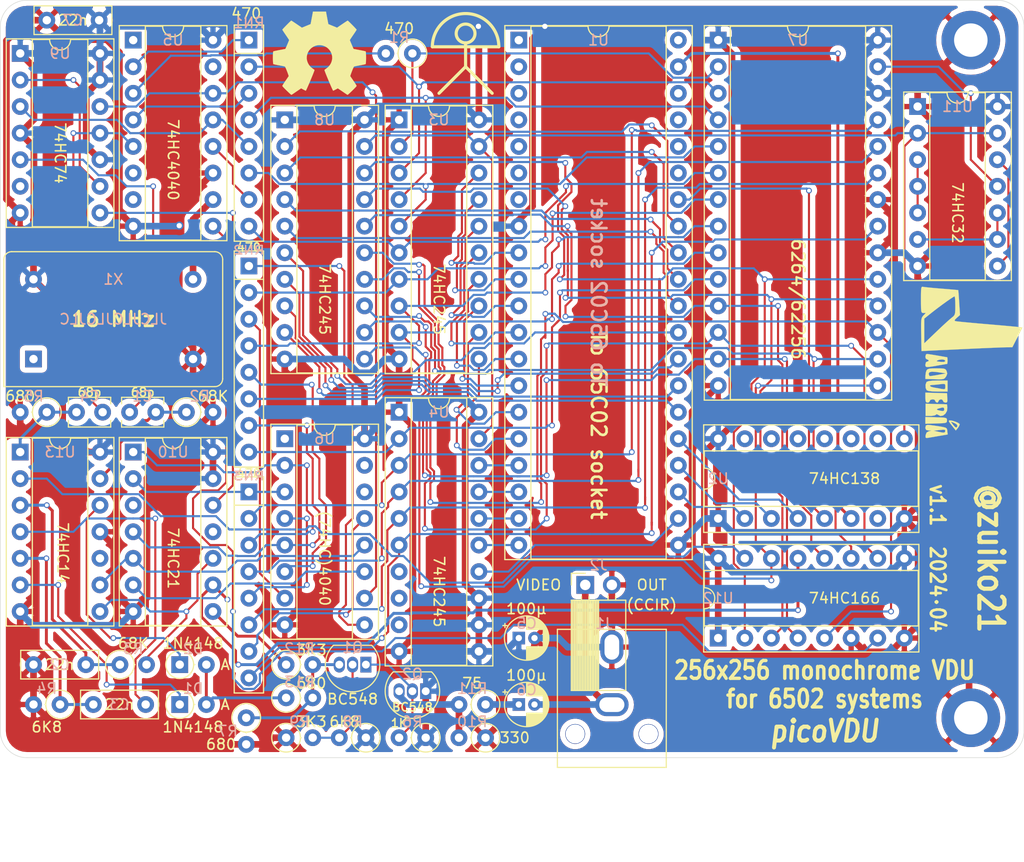
<source format=kicad_pcb>
(kicad_pcb (version 20171130) (host pcbnew "(5.1.2-1)-1")
  (layers (0 F.Cu signal) (31 B.Cu signal) (34 B.Paste user) (35 F.Paste user) (36 B.SilkS user) (37 F.SilkS user) (38 B.Mask user) (39 F.Mask user) (44 Edge.Cuts user))
  (net 0 "")
  (net 1 /A11)
  (net 2 /PHI2)
  (net 3 /A10)
  (net 4 /A9)
  (net 5 /A8)
  (net 6 /A7)
  (net 7 /A6)
  (net 8 /R~W)
  (net 9 /A5)
  (net 10 /D0)
  (net 11 /A4)
  (net 12 /D1)
  (net 13 /A3)
  (net 14 /D2)
  (net 15 /A2)
  (net 16 /D3)
  (net 17 /A1)
  (net 18 /D4)
  (net 19 /A0)
  (net 20 /D5)
  (net 21 +5V)
  (net 22 /D6)
  (net 23 /D7)
  (net 24 /A15)
  (net 25 /A14)
  (net 26 /A13)
  (net 27 /A12)
  (net 28 GND)
  (net 29 /~CPU)
  (net 30 /~HDE)
  (net 31 /MCLK)
  (net 32 /VA8)
  (net 33 /~VDE)
  (net 34 /FRAME)
  (net 35 /VA9)
  (net 36 /VA10)
  (net 37 /~WE2)
  (net 38 /~WE3)
  (net 39 /~WE1)
  (net 40 /~DWE)
  (net 41 /MA7)
  (net 42 /MA6)
  (net 43 /MA5)
  (net 44 /MA4)
  (net 45 /MA3)
  (net 46 /MA2)
  (net 47 /MA1)
  (net 48 /MA0)
  (net 49 /MA12)
  (net 50 /MA11)
  (net 51 /MA10)
  (net 52 /MA9)
  (net 53 /MA8)
  (net 54 /VA3)
  (net 55 /VA4)
  (net 56 /VA2)
  (net 57 /VA0)
  (net 58 /VA1)
  (net 59 /VA6)
  (net 60 /VA7)
  (net 61 /VA12)
  (net 62 /VA11)
  (net 63 /VA5)
  (net 64 /VD0)
  (net 65 /VD1)
  (net 66 /VD2)
  (net 67 /VD3)
  (net 68 /VD4)
  (net 69 /VD5)
  (net 70 /VD6)
  (net 71 /VD7)
  (net 72 /DOT)
  (net 73 /~LOST)
  (net 74 /~LHDE)
  (net 75 /~DHDE)
  (net 76 /~H_RC)
  (net 77 /LHDE)
  (net 78 /VDE)
  (net 79 /VID)
  (net 80 /RC_VE)
  (net 81 /~D_VE)
  (net 82 /~V_RC)
  (net 83 /~RC_LD)
  (net 84 /~LOAD)
  (net 85 /RMIX)
  (net 86 /~CSYNC)
  (net 87 /~VS)
  (net 88 /ZMIX)
  (net 89 /VG)
  (net 90 /BIAS)
  (net 91 /MIX)
  (net 92 /GVID)
  (net 93 /~HS)
  (net 94 /OUT)
  (module Capacitor_THT:C_Rect_L7.2mm_W2.5mm_P5.00mm_FKS2_FKP2_MKS2_MKP2 (layer F.Cu) (at 29.845 27.305)
    (fp_text reference C7 (at 2.5 0 unlocked) (layer B.SilkS) (effects (justify mirror)))
    (fp_text value 22n (at 2.5 0) (layer F.SilkS))
    (pad 2 thru_hole circle (at 5 0) (size 1.6 1.6) (drill 0.8) (layers *.Cu *.Mask) (net 21 +5V))
    (pad 1 thru_hole circle (at 0 0) (size 1.6 1.6) (drill 0.8) (layers *.Cu *.Mask) (net 28 GND))
  )
  (module durango:1xRCA (layer F.Cu) (at 83.82 85.725)
    (fp_text reference J1 (at -0.75 -0.75 unlocked) (layer B.SilkS) (effects (justify mirror)))
    (fp_text value VIDEO (at -6.985 -4.445) (layer F.SilkS))
    (pad "" np_thru_hole circle (at -3.5 9.8) (size 1.9 1.9) (drill 1.8) (layers *.Cu *.Mask))
    (pad "" np_thru_hole circle (at 3.5 9.8) (size 1.9 1.9) (drill 1.8) (layers *.Cu *.Mask))
    (pad 1 thru_hole oval (at 0 7 90) (size 2.2 3.2) (drill oval 1.4 2.4) (layers *.Cu *.Mask) (net 94 /OUT))
    (pad 2 thru_hole oval (at 0 1.5) (size 2.2 3.2) (drill oval 1.4 2.4) (layers *.Cu *.Mask) (net 28 GND))
  )
  (module Connector_PinSocket_2.54mm:PinSocket_1x02_P2.54mm_Horizontal (layer F.Cu) (at 81.28 81.28 90)
    (fp_text reference J2 (at 1.905 1.27 unlocked) (layer B.SilkS) (effects (justify mirror)))
    (fp_text value OUT (at 0 6.35 unlocked) (layer F.SilkS))
    (pad 2 thru_hole oval (at 0 2.54 90) (size 1.7 1.7) (drill 1) (layers *.Cu *.Mask) (net 28 GND))
    (pad 1 thru_hole rect (at 0 0 90) (size 1.7 1.7) (drill 1) (layers *.Cu *.Mask) (net 94 /OUT))
  )
  (module Symbol:OSHW-Symbol_8.9x8mm_SilkScreen (layer F.Cu) (at 55.88 30.48)
    (fp_text reference LOGO1 hide)
    (fp_text value Logo_Open_Hardware_Large hide)
  )
  (module durango:jaqueria (layer F.Cu) (at 118.11 59.944 270)
    (fp_text reference LOGO2 hide)
    (fp_text value "La Jaquería" hide)
  )
  (module Resistor_THT:R_Axial_DIN0207_L6.3mm_D2.5mm_P2.54mm_Vertical (layer F.Cu) (at 52.705 92.075)
    (fp_text reference R13 (at 1.27 -1.524 unlocked) (layer B.SilkS) (effects (justify mirror)))
    (fp_text value 680 (at 2.413 -1.397) (layer F.SilkS))
    (pad 2 thru_hole oval (at 2.54 0) (size 1.6 1.6) (drill 0.8) (layers *.Cu *.Mask) (net 89 /VG))
    (pad 1 thru_hole circle (at 0 0) (size 1.6 1.6) (drill 0.8) (layers *.Cu *.Mask) (net 86 /~CSYNC))
  )
  (module Resistor_THT:R_Axial_DIN0207_L6.3mm_D2.5mm_P2.54mm_Vertical (layer F.Cu) (at 52.705 88.9)
    (fp_text reference R12 (at 1.27 -1.524 unlocked) (layer B.SilkS) (effects (justify mirror)))
    (fp_text value 3K3 (at 2.413 -1.397 unlocked) (layer F.SilkS))
    (pad 2 thru_hole oval (at 2.54 0) (size 1.6 1.6) (drill 0.8) (layers *.Cu *.Mask) (net 89 /VG))
    (pad 1 thru_hole circle (at 0 0) (size 1.6 1.6) (drill 0.8) (layers *.Cu *.Mask) (net 92 /GVID))
  )
  (module Resistor_THT:R_Axial_DIN0207_L6.3mm_D2.5mm_P2.54mm_Vertical (layer F.Cu) (at 71.755 92.71 180)
    (fp_text reference R11 (at 1.27 1.524 unlocked) (layer B.SilkS) (effects (justify mirror)))
    (fp_text value 75 (at 1.27 2.032) (layer F.SilkS))
    (pad 2 thru_hole oval (at 2.54 0 180) (size 1.6 1.6) (drill 0.8) (layers *.Cu *.Mask) (net 91 /MIX))
    (pad 1 thru_hole circle (at 0 0 180) (size 1.6 1.6) (drill 0.8) (layers *.Cu *.Mask) (net 85 /RMIX))
  )
  (module Resistor_THT:R_Axial_DIN0207_L6.3mm_D2.5mm_P2.54mm_Vertical (layer F.Cu) (at 71.755 95.885 180)
    (fp_text reference R10 (at 1.27 1.524 unlocked) (layer B.SilkS) (effects (justify mirror)))
    (fp_text value 330 (at -2.794 0) (layer F.SilkS))
    (pad 2 thru_hole oval (at 2.54 0 180) (size 1.6 1.6) (drill 0.8) (layers *.Cu *.Mask) (net 91 /MIX))
    (pad 1 thru_hole circle (at 0 0 180) (size 1.6 1.6) (drill 0.8) (layers *.Cu *.Mask) (net 28 GND))
  )
  (module Resistor_THT:R_Axial_DIN0207_L6.3mm_D2.5mm_P2.54mm_Vertical (layer F.Cu) (at 52.705 95.885)
    (fp_text reference R9 (at 1.27 -1.524 unlocked) (layer B.SilkS) (effects (justify mirror)))
    (fp_text value 3K3 (at 2.413 -1.524) (layer F.SilkS))
    (pad 2 thru_hole oval (at 2.54 0) (size 1.6 1.6) (drill 0.8) (layers *.Cu *.Mask) (net 90 /BIAS))
    (pad 1 thru_hole circle (at 0 0) (size 1.6 1.6) (drill 0.8) (layers *.Cu *.Mask) (net 28 GND))
  )
  (module Resistor_THT:R_Axial_DIN0207_L6.3mm_D2.5mm_P2.54mm_Vertical (layer F.Cu) (at 60.325 95.885 180)
    (fp_text reference R8 (at 1.27 1.524 unlocked) (layer B.SilkS) (effects (justify mirror)))
    (fp_text value 6K8 (at 2.032 1.524) (layer F.SilkS))
    (pad 2 thru_hole oval (at 2.54 0 180) (size 1.6 1.6) (drill 0.8) (layers *.Cu *.Mask) (net 90 /BIAS))
    (pad 1 thru_hole circle (at 0 0 180) (size 1.6 1.6) (drill 0.8) (layers *.Cu *.Mask) (net 21 +5V))
  )
  (module Resistor_THT:R_Axial_DIN0207_L6.3mm_D2.5mm_P2.54mm_Vertical (layer F.Cu) (at 48.895 93.98 270)
    (fp_text reference R7 (at 1.27 1.778 unlocked) (layer B.SilkS) (effects (justify mirror)))
    (fp_text value 680 (at 2.54 2.413 unlocked) (layer F.SilkS))
    (pad 2 thru_hole oval (at 2.54 0 270) (size 1.6 1.6) (drill 0.8) (layers *.Cu *.Mask) (net 28 GND))
    (pad 1 thru_hole circle (at 0 0 270) (size 1.6 1.6) (drill 0.8) (layers *.Cu *.Mask) (net 89 /VG))
  )
  (module Resistor_THT:R_Axial_DIN0207_L6.3mm_D2.5mm_P2.54mm_Vertical (layer F.Cu) (at 66.04 95.885 180)
    (fp_text reference R6 (at 1.27 1.524 unlocked) (layer B.SilkS) (effects (justify mirror)))
    (fp_text value 1K (at 2.54 1.397) (layer F.SilkS) (effects (font (size 0.8 0.8))))
    (pad 2 thru_hole oval (at 2.54 0 180) (size 1.6 1.6) (drill 0.8) (layers *.Cu *.Mask) (net 88 /ZMIX))
    (pad 1 thru_hole circle (at 0 0 180) (size 1.6 1.6) (drill 0.8) (layers *.Cu *.Mask) (net 21 +5V))
  )
  (module Package_TO_SOT_THT:TO-92_Inline (layer F.Cu) (at 66.04 91.44 180)
    (fp_text reference Q2 (at 1.27 1.651 unlocked) (layer B.SilkS) (effects (justify mirror)))
    (fp_text value BC548 (at 1.27 -1.524) (layer F.SilkS) (effects (font (size 0.8 0.8))))
    (pad 1 thru_hole rect (at 0 0 180) (size 1.05 1.5) (drill 0.75) (layers *.Cu *.Mask) (net 21 +5V))
    (pad 3 thru_hole oval (at 2.54 0 180) (size 1.05 1.5) (drill 0.75) (layers *.Cu *.Mask) (net 91 /MIX))
    (pad 2 thru_hole oval (at 1.27 0 180) (size 1.05 1.5) (drill 0.75) (layers *.Cu *.Mask) (net 88 /ZMIX))
  )
  (module Package_TO_SOT_THT:TO-92_Inline (layer F.Cu) (at 60.325 88.9 180)
    (fp_text reference Q1 (at 1.27 1.651 unlocked) (layer B.SilkS) (effects (justify mirror)))
    (fp_text value BC548 (at 1.27 -3.302) (layer F.SilkS))
    (pad 1 thru_hole rect (at 0 0 180) (size 1.05 1.5) (drill 0.75) (layers *.Cu *.Mask) (net 88 /ZMIX))
    (pad 3 thru_hole oval (at 2.54 0 180) (size 1.05 1.5) (drill 0.75) (layers *.Cu *.Mask) (net 89 /VG))
    (pad 2 thru_hole oval (at 1.27 0 180) (size 1.05 1.5) (drill 0.75) (layers *.Cu *.Mask) (net 90 /BIAS))
  )
  (module Diode_THT:D_DO-35_SOD27_P2.54mm_Vertical_AnodeUp (layer F.Cu) (at 42.545 88.9)
    (fp_text reference D2 (at 1.27 -1.524 unlocked) (layer B.SilkS) (effects (justify mirror)))
    (fp_text value 1N4148 (at 1.27 -2.032) (layer F.SilkS))
    (fp_text user A (at 4.34 0) (layer F.SilkS))
    (pad 2 thru_hole oval (at 2.54 0) (size 1.6 1.6) (drill 0.8) (layers *.Cu *.Mask) (net 86 /~CSYNC))
    (pad 1 thru_hole rect (at 0 0) (size 1.6 1.6) (drill 0.8) (layers *.Cu *.Mask) (net 93 /~HS))
  )
  (module Diode_THT:D_DO-35_SOD27_P2.54mm_Vertical_AnodeUp (layer F.Cu) (at 42.545 92.71)
    (fp_text reference D1 (at 1.27 -1.524 unlocked) (layer B.SilkS) (effects (justify mirror)))
    (fp_text value 1N4148 (at 1.27 2.159) (layer F.SilkS))
    (fp_text user A (at 4.34 0) (layer F.SilkS))
    (pad 2 thru_hole oval (at 2.54 0) (size 1.6 1.6) (drill 0.8) (layers *.Cu *.Mask) (net 86 /~CSYNC))
    (pad 1 thru_hole rect (at 0 0) (size 1.6 1.6) (drill 0.8) (layers *.Cu *.Mask) (net 87 /~VS))
  )
  (module Capacitor_THT:CP_Radial_D4.0mm_P1.50mm (layer F.Cu) (at 74.93 92.71)
    (fp_text reference C6 (at 0.75 -1.397 unlocked) (layer B.SilkS) (effects (justify mirror)))
    (fp_text value 100µ (at 0.75 -2.794) (layer F.SilkS))
    (pad 2 thru_hole circle (at 1.5 0) (size 1.2 1.2) (drill 0.6) (layers *.Cu *.Mask) (net 94 /OUT))
    (pad 1 thru_hole rect (at 0 0) (size 1.2 1.2) (drill 0.6) (layers *.Cu *.Mask) (net 85 /RMIX))
  )
  (module Capacitor_THT:CP_Radial_D4.0mm_P1.50mm (layer F.Cu) (at 74.93 86.36)
    (fp_text reference C5 (at 0.75 -1.397 unlocked) (layer B.SilkS) (effects (justify mirror)))
    (fp_text value 100µ (at 0.75 -2.794 unlocked) (layer F.SilkS))
    (pad 2 thru_hole circle (at 1.5 0) (size 1.2 1.2) (drill 0.6) (layers *.Cu *.Mask) (net 28 GND))
    (pad 1 thru_hole rect (at 0 0) (size 1.2 1.2) (drill 0.6) (layers *.Cu *.Mask) (net 21 +5V))
  )
  (module Resistor_THT:R_Axial_DIN0207_L6.3mm_D2.5mm_P2.54mm_Vertical (layer F.Cu) (at 29.845 64.77 180)
    (fp_text reference R5 (at 1.27 1.524 unlocked) (layer B.SilkS) (effects (justify mirror)))
    (fp_text value 680 (at 2.54 1.524 unlocked) (layer F.SilkS))
    (pad 2 thru_hole oval (at 2.54 0 180) (size 1.6 1.6) (drill 0.8) (layers *.Cu *.Mask) (net 28 GND))
    (pad 1 thru_hole circle (at 0 0 180) (size 1.6 1.6) (drill 0.8) (layers *.Cu *.Mask) (net 83 /~RC_LD))
  )
  (module Capacitor_THT:C_Disc_D3.8mm_W2.6mm_P2.50mm (layer F.Cu) (at 35.179 64.77 180)
    (fp_text reference C4 (at 1.25 1.524 unlocked) (layer B.SilkS) (effects (justify mirror)))
    (fp_text value 68p (at 1.25 1.905) (layer F.SilkS) (effects (font (size 0.8 0.8))))
    (pad 2 thru_hole circle (at 2.5 0 180) (size 1.6 1.6) (drill 0.8) (layers *.Cu *.Mask) (net 83 /~RC_LD))
    (pad 1 thru_hole circle (at 0 0 180) (size 1.6 1.6) (drill 0.8) (layers *.Cu *.Mask) (net 73 /~LOST))
  )
  (module Capacitor_THT:C_Rect_L7.2mm_W2.5mm_P5.00mm_FKS2_FKP2_MKS2_MKP2 (layer F.Cu) (at 34.29 92.71)
    (fp_text reference C3 (at 2.5 0 unlocked) (layer B.SilkS) (effects (justify mirror)))
    (fp_text value 22n (at 2.5 0) (layer F.SilkS))
    (pad 2 thru_hole circle (at 5 0) (size 1.6 1.6) (drill 0.8) (layers *.Cu *.Mask) (net 81 /~D_VE))
    (pad 1 thru_hole circle (at 0 0) (size 1.6 1.6) (drill 0.8) (layers *.Cu *.Mask) (net 82 /~V_RC))
  )
  (module Capacitor_THT:C_Rect_L7.2mm_W2.5mm_P5.00mm_FKS2_FKP2_MKS2_MKP2 (layer F.Cu) (at 28.575 88.9)
    (fp_text reference C2 (at 2.5 0 unlocked) (layer B.SilkS) (effects (justify mirror)))
    (fp_text value 22n (at 2.5 0 unlocked) (layer F.SilkS))
    (pad 2 thru_hole circle (at 5 0) (size 1.6 1.6) (drill 0.8) (layers *.Cu *.Mask) (net 80 /RC_VE))
    (pad 1 thru_hole circle (at 0 0) (size 1.6 1.6) (drill 0.8) (layers *.Cu *.Mask) (net 28 GND))
  )
  (module Capacitor_THT:C_Disc_D3.8mm_W2.6mm_P2.50mm (layer F.Cu) (at 40.259 64.77 180)
    (fp_text reference C1 (at 1.27 1.524 unlocked) (layer B.SilkS) (effects (justify mirror)))
    (fp_text value 68p (at 1.25 1.905 unlocked) (layer F.SilkS) (effects (font (size 0.8 0.8))))
    (pad 2 thru_hole circle (at 2.5 0 180) (size 1.6 1.6) (drill 0.8) (layers *.Cu *.Mask) (net 75 /~DHDE))
    (pad 1 thru_hole circle (at 0 0 180) (size 1.6 1.6) (drill 0.8) (layers *.Cu *.Mask) (net 76 /~H_RC))
  )
  (module Resistor_THT:R_Axial_DIN0207_L6.3mm_D2.5mm_P2.54mm_Vertical (layer F.Cu) (at 31.115 92.71 180)
    (fp_text reference R4 (at 1.27 1.524 unlocked) (layer B.SilkS) (effects (justify mirror)))
    (fp_text value 6K8 (at 1.27 -2.159) (layer F.SilkS))
    (pad 2 thru_hole oval (at 2.54 0 180) (size 1.6 1.6) (drill 0.8) (layers *.Cu *.Mask) (net 28 GND))
    (pad 1 thru_hole circle (at 0 0 180) (size 1.6 1.6) (drill 0.8) (layers *.Cu *.Mask) (net 82 /~V_RC))
  )
  (module Resistor_THT:R_Axial_DIN0207_L6.3mm_D2.5mm_P2.54mm_Vertical (layer F.Cu) (at 36.83 88.9)
    (fp_text reference R3 (at 1.27 -1.524 unlocked) (layer B.SilkS) (effects (justify mirror)))
    (fp_text value 68K (at 1.27 -2.032) (layer F.SilkS))
    (pad 2 thru_hole oval (at 2.54 0) (size 1.6 1.6) (drill 0.8) (layers *.Cu *.Mask) (net 78 /VDE))
    (pad 1 thru_hole circle (at 0 0) (size 1.6 1.6) (drill 0.8) (layers *.Cu *.Mask) (net 80 /RC_VE))
  )
  (module Resistor_THT:R_Axial_DIN0207_L6.3mm_D2.5mm_P2.54mm_Vertical (layer F.Cu) (at 43.18 64.77)
    (fp_text reference R2 (at 1.27 -1.524 unlocked) (layer B.SilkS) (effects (justify mirror)))
    (fp_text value 68K (at 2.54 -1.524 unlocked) (layer F.SilkS))
    (pad 2 thru_hole oval (at 2.54 0) (size 1.6 1.6) (drill 0.8) (layers *.Cu *.Mask) (net 28 GND))
    (pad 1 thru_hole circle (at 0 0) (size 1.6 1.6) (drill 0.8) (layers *.Cu *.Mask) (net 76 /~H_RC))
  )
  (module Package_DIP:DIP-14_W7.62mm_Socket (layer F.Cu) (at 27.305 68.58)
    (fp_text reference U13 (at 3.81 0 unlocked) (layer B.SilkS) (effects (justify mirror)))
    (fp_text value 74HC14 (at 4.064 9.652 270 unlocked) (layer F.SilkS))
    (pad 14 thru_hole oval (at 7.62 0) (size 1.6 1.6) (drill 0.8) (layers *.Cu *.Mask) (net 21 +5V))
    (pad 7 thru_hole oval (at 0 15.24) (size 1.6 1.6) (drill 0.8) (layers *.Cu *.Mask) (net 28 GND))
    (pad 13 thru_hole oval (at 7.62 2.54) (size 1.6 1.6) (drill 0.8) (layers *.Cu *.Mask) (net 76 /~H_RC))
    (pad 6 thru_hole oval (at 0 12.7) (size 1.6 1.6) (drill 0.8) (layers *.Cu *.Mask) (net 87 /~VS))
    (pad 12 thru_hole oval (at 7.62 5.08) (size 1.6 1.6) (drill 0.8) (layers *.Cu *.Mask) (net 93 /~HS))
    (pad 5 thru_hole oval (at 0 10.16) (size 1.6 1.6) (drill 0.8) (layers *.Cu *.Mask) (net 82 /~V_RC))
    (pad 11 thru_hole oval (at 7.62 7.62) (size 1.6 1.6) (drill 0.8) (layers *.Cu *.Mask) (net 28 GND))
    (pad 4 thru_hole oval (at 0 7.62) (size 1.6 1.6) (drill 0.8) (layers *.Cu *.Mask) (net 81 /~D_VE))
    (pad 10 thru_hole oval (at 7.62 10.16) (size 1.6 1.6) (drill 0.8) (layers *.Cu *.Mask))
    (pad 3 thru_hole oval (at 0 5.08) (size 1.6 1.6) (drill 0.8) (layers *.Cu *.Mask) (net 80 /RC_VE))
    (pad 9 thru_hole oval (at 7.62 12.7) (size 1.6 1.6) (drill 0.8) (layers *.Cu *.Mask) (net 33 /~VDE))
    (pad 2 thru_hole oval (at 0 2.54) (size 1.6 1.6) (drill 0.8) (layers *.Cu *.Mask) (net 84 /~LOAD))
    (pad 8 thru_hole oval (at 7.62 15.24) (size 1.6 1.6) (drill 0.8) (layers *.Cu *.Mask) (net 78 /VDE))
    (pad 1 thru_hole rect (at 0 0) (size 1.6 1.6) (drill 0.8) (layers *.Cu *.Mask) (net 83 /~RC_LD))
  )
  (module Package_DIP:DIP-16_W7.62mm_Socket (layer F.Cu) (at 93.98 86.36 90)
    (fp_text reference U12 (at 3.81 0 unlocked) (layer B.SilkS) (effects (justify mirror)))
    (fp_text value 74HC166 (at 3.81 12.065 unlocked) (layer F.SilkS))
    (pad 16 thru_hole oval (at 7.62 0 90) (size 1.6 1.6) (drill 0.8) (layers *.Cu *.Mask) (net 21 +5V))
    (pad 8 thru_hole oval (at 0 17.78 90) (size 1.6 1.6) (drill 0.8) (layers *.Cu *.Mask) (net 28 GND))
    (pad 15 thru_hole oval (at 7.62 2.54 90) (size 1.6 1.6) (drill 0.8) (layers *.Cu *.Mask) (net 84 /~LOAD))
    (pad 7 thru_hole oval (at 0 15.24 90) (size 1.6 1.6) (drill 0.8) (layers *.Cu *.Mask) (net 72 /DOT))
    (pad 14 thru_hole oval (at 7.62 5.08 90) (size 1.6 1.6) (drill 0.8) (layers *.Cu *.Mask) (net 71 /VD7))
    (pad 6 thru_hole oval (at 0 12.7 90) (size 1.6 1.6) (drill 0.8) (layers *.Cu *.Mask) (net 28 GND))
    (pad 13 thru_hole oval (at 7.62 7.62 90) (size 1.6 1.6) (drill 0.8) (layers *.Cu *.Mask) (net 79 /VID))
    (pad 5 thru_hole oval (at 0 10.16 90) (size 1.6 1.6) (drill 0.8) (layers *.Cu *.Mask) (net 67 /VD3))
    (pad 12 thru_hole oval (at 7.62 10.16 90) (size 1.6 1.6) (drill 0.8) (layers *.Cu *.Mask) (net 70 /VD6))
    (pad 4 thru_hole oval (at 0 7.62 90) (size 1.6 1.6) (drill 0.8) (layers *.Cu *.Mask) (net 66 /VD2))
    (pad 11 thru_hole oval (at 7.62 12.7 90) (size 1.6 1.6) (drill 0.8) (layers *.Cu *.Mask) (net 69 /VD5))
    (pad 3 thru_hole oval (at 0 5.08 90) (size 1.6 1.6) (drill 0.8) (layers *.Cu *.Mask) (net 65 /VD1))
    (pad 10 thru_hole oval (at 7.62 15.24 90) (size 1.6 1.6) (drill 0.8) (layers *.Cu *.Mask) (net 68 /VD4))
    (pad 2 thru_hole oval (at 0 2.54 90) (size 1.6 1.6) (drill 0.8) (layers *.Cu *.Mask) (net 64 /VD0))
    (pad 9 thru_hole oval (at 7.62 17.78 90) (size 1.6 1.6) (drill 0.8) (layers *.Cu *.Mask) (net 21 +5V))
    (pad 1 thru_hole rect (at 0 0 90) (size 1.6 1.6) (drill 0.8) (layers *.Cu *.Mask) (net 21 +5V))
  )
  (module Resistor_THT:R_Axial_DIN0207_L6.3mm_D2.5mm_P2.54mm_Vertical (layer F.Cu) (at 64.77 30.48 180)
    (fp_text reference R1 (at 1.27 1.524 unlocked) (layer B.SilkS) (effects (justify mirror)))
    (fp_text value 470 (at 1.27 2.37 unlocked) (layer F.SilkS))
    (pad 2 thru_hole oval (at 2.54 0 180) (size 1.6 1.6) (drill 0.8) (layers *.Cu *.Mask) (net 57 /VA0))
    (pad 1 thru_hole circle (at 0 0 180) (size 1.6 1.6) (drill 0.8) (layers *.Cu *.Mask) (net 48 /MA0))
  )
  (module MountingHole:MountingHole_3.2mm_M3_DIN965_Pad (layer F.Cu) (at 118.11 93.98)
    (fp_text reference H2 hide)
    (fp_text value M3 hide)
    (pad 1 thru_hole circle (at 0 0) (size 5.6 5.6) (drill 3.2) (layers *.Cu *.Mask) (net 28 GND))
  )
  (module MountingHole:MountingHole_3.2mm_M3_DIN965_Pad (layer F.Cu) (at 118.11 29.21)
    (fp_text reference H1 hide)
    (fp_text value M3 hide)
    (pad 1 thru_hole circle (at 0 0) (size 5.6 5.6) (drill 3.2) (layers *.Cu *.Mask) (net 28 GND))
  )
  (module Oscillator:Oscillator_DIP-14 (layer F.Cu) (at 28.575 59.69)
    (fp_text reference X1 (at 7.62 -7.62 unlocked) (layer B.SilkS) (effects (justify mirror)))
    (fp_text value "16 MHz" (at 7.62 -3.81 unlocked) (layer F.SilkS) (effects (font (size 1.4 1.4) (thickness 0.254))))
    (pad 7 thru_hole circle (at 15.24 0) (size 1.6 1.6) (drill 0.8) (layers *.Cu *.Mask) (net 28 GND))
    (pad 8 thru_hole circle (at 15.24 -7.62) (size 1.6 1.6) (drill 0.8) (layers *.Cu *.Mask) (net 31 /MCLK))
    (pad 14 thru_hole circle (at 0 -7.62) (size 1.6 1.6) (drill 0.8) (layers *.Cu *.Mask) (net 21 +5V))
    (pad 1 thru_hole rect (at 0 0) (size 1.6 1.6) (drill 0.8) (layers *.Cu *.Mask))
  )
  (module Package_DIP:DIP-14_W7.62mm_Socket (layer F.Cu) (at 113.03 35.56)
    (fp_text reference U11 (at 3.81 0 unlocked) (layer B.SilkS) (effects (justify mirror)))
    (fp_text value 74HC32 (at 3.81 10.16 270 unlocked) (layer F.SilkS))
    (pad 14 thru_hole oval (at 7.62 0) (size 1.6 1.6) (drill 0.8) (layers *.Cu *.Mask) (net 21 +5V))
    (pad 7 thru_hole oval (at 0 15.24) (size 1.6 1.6) (drill 0.8) (layers *.Cu *.Mask) (net 28 GND))
    (pad 13 thru_hole oval (at 7.62 2.54) (size 1.6 1.6) (drill 0.8) (layers *.Cu *.Mask) (net 29 /~CPU))
    (pad 6 thru_hole oval (at 0 12.7) (size 1.6 1.6) (drill 0.8) (layers *.Cu *.Mask) (net 37 /~WE2))
    (pad 12 thru_hole oval (at 7.62 5.08) (size 1.6 1.6) (drill 0.8) (layers *.Cu *.Mask) (net 38 /~WE3))
    (pad 5 thru_hole oval (at 0 10.16) (size 1.6 1.6) (drill 0.8) (layers *.Cu *.Mask) (net 39 /~WE1))
    (pad 11 thru_hole oval (at 7.62 7.62) (size 1.6 1.6) (drill 0.8) (layers *.Cu *.Mask) (net 40 /~DWE))
    (pad 4 thru_hole oval (at 0 7.62) (size 1.6 1.6) (drill 0.8) (layers *.Cu *.Mask) (net 39 /~WE1))
    (pad 10 thru_hole oval (at 7.62 10.16) (size 1.6 1.6) (drill 0.8) (layers *.Cu *.Mask) (net 37 /~WE2))
    (pad 3 thru_hole oval (at 0 5.08) (size 1.6 1.6) (drill 0.8) (layers *.Cu *.Mask) (net 39 /~WE1))
    (pad 9 thru_hole oval (at 7.62 12.7) (size 1.6 1.6) (drill 0.8) (layers *.Cu *.Mask) (net 37 /~WE2))
    (pad 2 thru_hole oval (at 0 2.54) (size 1.6 1.6) (drill 0.8) (layers *.Cu *.Mask) (net 29 /~CPU))
    (pad 8 thru_hole oval (at 7.62 15.24) (size 1.6 1.6) (drill 0.8) (layers *.Cu *.Mask) (net 38 /~WE3))
    (pad 1 thru_hole rect (at 0 0) (size 1.6 1.6) (drill 0.8) (layers *.Cu *.Mask) (net 28 GND))
  )
  (module Package_DIP:DIP-14_W7.62mm_Socket (layer F.Cu) (at 38.1 68.58)
    (fp_text reference U10 (at 3.81 0 unlocked) (layer B.SilkS) (effects (justify mirror)))
    (fp_text value 74HC21 (at 3.81 10.16 270 unlocked) (layer F.SilkS))
    (pad 14 thru_hole oval (at 7.62 0) (size 1.6 1.6) (drill 0.8) (layers *.Cu *.Mask) (net 21 +5V))
    (pad 7 thru_hole oval (at 0 15.24) (size 1.6 1.6) (drill 0.8) (layers *.Cu *.Mask) (net 28 GND))
    (pad 13 thru_hole oval (at 7.62 2.54) (size 1.6 1.6) (drill 0.8) (layers *.Cu *.Mask) (net 21 +5V))
    (pad 6 thru_hole oval (at 0 12.7) (size 1.6 1.6) (drill 0.8) (layers *.Cu *.Mask) (net 34 /FRAME))
    (pad 12 thru_hole oval (at 7.62 5.08) (size 1.6 1.6) (drill 0.8) (layers *.Cu *.Mask) (net 77 /LHDE))
    (pad 5 thru_hole oval (at 0 10.16) (size 1.6 1.6) (drill 0.8) (layers *.Cu *.Mask) (net 33 /~VDE))
    (pad 11 thru_hole oval (at 7.62 7.62) (size 1.6 1.6) (drill 0.8) (layers *.Cu *.Mask))
    (pad 4 thru_hole oval (at 0 7.62) (size 1.6 1.6) (drill 0.8) (layers *.Cu *.Mask) (net 32 /VA8))
    (pad 10 thru_hole oval (at 7.62 10.16) (size 1.6 1.6) (drill 0.8) (layers *.Cu *.Mask) (net 78 /VDE))
    (pad 3 thru_hole oval (at 0 5.08) (size 1.6 1.6) (drill 0.8) (layers *.Cu *.Mask))
    (pad 9 thru_hole oval (at 7.62 12.7) (size 1.6 1.6) (drill 0.8) (layers *.Cu *.Mask) (net 79 /VID))
    (pad 2 thru_hole oval (at 0 2.54) (size 1.6 1.6) (drill 0.8) (layers *.Cu *.Mask) (net 35 /VA9))
    (pad 8 thru_hole oval (at 7.62 15.24) (size 1.6 1.6) (drill 0.8) (layers *.Cu *.Mask) (net 92 /GVID))
    (pad 1 thru_hole rect (at 0 0) (size 1.6 1.6) (drill 0.8) (layers *.Cu *.Mask) (net 36 /VA10))
  )
  (module Package_DIP:DIP-14_W7.62mm_Socket (layer F.Cu) (at 27.305 30.48)
    (fp_text reference U9 (at 3.81 0) (layer B.SilkS) (effects (justify mirror)))
    (fp_text value 74HC74 (at 3.81 9.525 270 unlocked) (layer F.SilkS))
    (pad 14 thru_hole oval (at 7.62 0) (size 1.6 1.6) (drill 0.8) (layers *.Cu *.Mask) (net 21 +5V))
    (pad 7 thru_hole oval (at 0 15.24) (size 1.6 1.6) (drill 0.8) (layers *.Cu *.Mask) (net 28 GND))
    (pad 13 thru_hole oval (at 7.62 2.54) (size 1.6 1.6) (drill 0.8) (layers *.Cu *.Mask) (net 21 +5V))
    (pad 6 thru_hole oval (at 0 12.7) (size 1.6 1.6) (drill 0.8) (layers *.Cu *.Mask))
    (pad 12 thru_hole oval (at 7.62 5.08) (size 1.6 1.6) (drill 0.8) (layers *.Cu *.Mask) (net 30 /~HDE))
    (pad 5 thru_hole oval (at 0 10.16) (size 1.6 1.6) (drill 0.8) (layers *.Cu *.Mask) (net 75 /~DHDE))
    (pad 11 thru_hole oval (at 7.62 7.62) (size 1.6 1.6) (drill 0.8) (layers *.Cu *.Mask) (net 73 /~LOST))
    (pad 4 thru_hole oval (at 0 7.62) (size 1.6 1.6) (drill 0.8) (layers *.Cu *.Mask) (net 21 +5V))
    (pad 10 thru_hole oval (at 7.62 10.16) (size 1.6 1.6) (drill 0.8) (layers *.Cu *.Mask) (net 21 +5V))
    (pad 3 thru_hole oval (at 0 5.08) (size 1.6 1.6) (drill 0.8) (layers *.Cu *.Mask) (net 54 /VA3))
    (pad 9 thru_hole oval (at 7.62 12.7) (size 1.6 1.6) (drill 0.8) (layers *.Cu *.Mask) (net 74 /~LHDE))
    (pad 2 thru_hole oval (at 0 2.54) (size 1.6 1.6) (drill 0.8) (layers *.Cu *.Mask) (net 74 /~LHDE))
    (pad 8 thru_hole oval (at 7.62 15.24) (size 1.6 1.6) (drill 0.8) (layers *.Cu *.Mask) (net 77 /LHDE))
    (pad 1 thru_hole rect (at 0 0) (size 1.6 1.6) (drill 0.8) (layers *.Cu *.Mask) (net 21 +5V))
  )
  (module Package_DIP:DIP-20_W7.62mm_Socket (layer F.Cu) (at 52.578 36.83)
    (fp_text reference U8 (at 3.81 0 unlocked) (layer B.SilkS) (effects (justify mirror)))
    (fp_text value 74HC245 (at 3.81 17.145 270 unlocked) (layer F.SilkS))
    (pad 20 thru_hole oval (at 7.62 0) (size 1.6 1.6) (drill 0.8) (layers *.Cu *.Mask) (net 21 +5V))
    (pad 10 thru_hole oval (at 0 22.86) (size 1.6 1.6) (drill 0.8) (layers *.Cu *.Mask) (net 28 GND))
    (pad 19 thru_hole oval (at 7.62 2.54) (size 1.6 1.6) (drill 0.8) (layers *.Cu *.Mask) (net 29 /~CPU))
    (pad 9 thru_hole oval (at 0 20.32) (size 1.6 1.6) (drill 0.8) (layers *.Cu *.Mask) (net 23 /D7))
    (pad 18 thru_hole oval (at 7.62 5.08) (size 1.6 1.6) (drill 0.8) (layers *.Cu *.Mask) (net 64 /VD0))
    (pad 8 thru_hole oval (at 0 17.78) (size 1.6 1.6) (drill 0.8) (layers *.Cu *.Mask) (net 22 /D6))
    (pad 17 thru_hole oval (at 7.62 7.62) (size 1.6 1.6) (drill 0.8) (layers *.Cu *.Mask) (net 65 /VD1))
    (pad 7 thru_hole oval (at 0 15.24) (size 1.6 1.6) (drill 0.8) (layers *.Cu *.Mask) (net 20 /D5))
    (pad 16 thru_hole oval (at 7.62 10.16) (size 1.6 1.6) (drill 0.8) (layers *.Cu *.Mask) (net 66 /VD2))
    (pad 6 thru_hole oval (at 0 12.7) (size 1.6 1.6) (drill 0.8) (layers *.Cu *.Mask) (net 18 /D4))
    (pad 15 thru_hole oval (at 7.62 12.7) (size 1.6 1.6) (drill 0.8) (layers *.Cu *.Mask) (net 67 /VD3))
    (pad 5 thru_hole oval (at 0 10.16) (size 1.6 1.6) (drill 0.8) (layers *.Cu *.Mask) (net 16 /D3))
    (pad 14 thru_hole oval (at 7.62 15.24) (size 1.6 1.6) (drill 0.8) (layers *.Cu *.Mask) (net 68 /VD4))
    (pad 4 thru_hole oval (at 0 7.62) (size 1.6 1.6) (drill 0.8) (layers *.Cu *.Mask) (net 14 /D2))
    (pad 13 thru_hole oval (at 7.62 17.78) (size 1.6 1.6) (drill 0.8) (layers *.Cu *.Mask) (net 69 /VD5))
    (pad 3 thru_hole oval (at 0 5.08) (size 1.6 1.6) (drill 0.8) (layers *.Cu *.Mask) (net 12 /D1))
    (pad 12 thru_hole oval (at 7.62 20.32) (size 1.6 1.6) (drill 0.8) (layers *.Cu *.Mask) (net 70 /VD6))
    (pad 2 thru_hole oval (at 0 2.54) (size 1.6 1.6) (drill 0.8) (layers *.Cu *.Mask) (net 10 /D0))
    (pad 11 thru_hole oval (at 7.62 22.86) (size 1.6 1.6) (drill 0.8) (layers *.Cu *.Mask) (net 71 /VD7))
    (pad 1 thru_hole rect (at 0 0) (size 1.6 1.6) (drill 0.8) (layers *.Cu *.Mask) (net 21 +5V))
  )
  (module Package_DIP:DIP-28_W15.24mm_Socket (layer F.Cu) (at 93.98 29.21)
    (fp_text reference U7 (at 7.62 0 unlocked) (layer B.SilkS) (effects (justify mirror)))
    (fp_text value 6264/62256 (at 7.62 24.765 270 unlocked) (layer F.SilkS) (effects (font (size 1.2 1.2) (thickness 0.2))))
    (pad 28 thru_hole oval (at 15.24 0) (size 1.6 1.6) (drill 0.8) (layers *.Cu *.Mask) (net 21 +5V))
    (pad 14 thru_hole oval (at 0 33.02) (size 1.6 1.6) (drill 0.8) (layers *.Cu *.Mask) (net 28 GND))
    (pad 27 thru_hole oval (at 15.24 2.54) (size 1.6 1.6) (drill 0.8) (layers *.Cu *.Mask) (net 40 /~DWE))
    (pad 13 thru_hole oval (at 0 30.48) (size 1.6 1.6) (drill 0.8) (layers *.Cu *.Mask) (net 70 /VD6))
    (pad 26 thru_hole oval (at 15.24 5.08) (size 1.6 1.6) (drill 0.8) (layers *.Cu *.Mask) (net 21 +5V))
    (pad 12 thru_hole oval (at 0 27.94) (size 1.6 1.6) (drill 0.8) (layers *.Cu *.Mask) (net 68 /VD4))
    (pad 25 thru_hole oval (at 15.24 7.62) (size 1.6 1.6) (drill 0.8) (layers *.Cu *.Mask) (net 52 /MA9))
    (pad 11 thru_hole oval (at 0 25.4) (size 1.6 1.6) (drill 0.8) (layers *.Cu *.Mask) (net 66 /VD2))
    (pad 24 thru_hole oval (at 15.24 10.16) (size 1.6 1.6) (drill 0.8) (layers *.Cu *.Mask) (net 51 /MA10))
    (pad 10 thru_hole oval (at 0 22.86) (size 1.6 1.6) (drill 0.8) (layers *.Cu *.Mask) (net 53 /MA8))
    (pad 23 thru_hole oval (at 15.24 12.7) (size 1.6 1.6) (drill 0.8) (layers *.Cu *.Mask) (net 50 /MA11))
    (pad 9 thru_hole oval (at 0 20.32) (size 1.6 1.6) (drill 0.8) (layers *.Cu *.Mask) (net 41 /MA7))
    (pad 22 thru_hole oval (at 15.24 15.24) (size 1.6 1.6) (drill 0.8) (layers *.Cu *.Mask) (net 28 GND))
    (pad 8 thru_hole oval (at 0 17.78) (size 1.6 1.6) (drill 0.8) (layers *.Cu *.Mask) (net 42 /MA6))
    (pad 21 thru_hole oval (at 15.24 17.78) (size 1.6 1.6) (drill 0.8) (layers *.Cu *.Mask) (net 49 /MA12))
    (pad 7 thru_hole oval (at 0 15.24) (size 1.6 1.6) (drill 0.8) (layers *.Cu *.Mask) (net 43 /MA5))
    (pad 20 thru_hole oval (at 15.24 20.32) (size 1.6 1.6) (drill 0.8) (layers *.Cu *.Mask) (net 28 GND))
    (pad 6 thru_hole oval (at 0 12.7) (size 1.6 1.6) (drill 0.8) (layers *.Cu *.Mask) (net 44 /MA4))
    (pad 19 thru_hole oval (at 15.24 22.86) (size 1.6 1.6) (drill 0.8) (layers *.Cu *.Mask) (net 64 /VD0))
    (pad 5 thru_hole oval (at 0 10.16) (size 1.6 1.6) (drill 0.8) (layers *.Cu *.Mask) (net 45 /MA3))
    (pad 18 thru_hole oval (at 15.24 25.4) (size 1.6 1.6) (drill 0.8) (layers *.Cu *.Mask) (net 65 /VD1))
    (pad 4 thru_hole oval (at 0 7.62) (size 1.6 1.6) (drill 0.8) (layers *.Cu *.Mask) (net 46 /MA2))
    (pad 17 thru_hole oval (at 15.24 27.94) (size 1.6 1.6) (drill 0.8) (layers *.Cu *.Mask) (net 67 /VD3))
    (pad 3 thru_hole oval (at 0 5.08) (size 1.6 1.6) (drill 0.8) (layers *.Cu *.Mask) (net 47 /MA1))
    (pad 16 thru_hole oval (at 15.24 30.48) (size 1.6 1.6) (drill 0.8) (layers *.Cu *.Mask) (net 69 /VD5))
    (pad 2 thru_hole oval (at 0 2.54) (size 1.6 1.6) (drill 0.8) (layers *.Cu *.Mask) (net 48 /MA0))
    (pad 15 thru_hole oval (at 15.24 33.02) (size 1.6 1.6) (drill 0.8) (layers *.Cu *.Mask) (net 71 /VD7))
    (pad 1 thru_hole rect (at 0 0) (size 1.6 1.6) (drill 0.8) (layers *.Cu *.Mask) (net 21 +5V))
  )
  (module Package_DIP:DIP-16_W7.62mm_Socket (layer F.Cu) (at 52.578 67.31)
    (fp_text reference U6 (at 3.81 0 unlocked) (layer B.SilkS) (effects (justify mirror)))
    (fp_text value "(74HC)4040" (at 3.81 11.43 270 unlocked) (layer F.SilkS))
    (pad 16 thru_hole oval (at 7.62 0) (size 1.6 1.6) (drill 0.8) (layers *.Cu *.Mask) (net 21 +5V))
    (pad 8 thru_hole oval (at 0 17.78) (size 1.6 1.6) (drill 0.8) (layers *.Cu *.Mask) (net 28 GND))
    (pad 15 thru_hole oval (at 7.62 2.54) (size 1.6 1.6) (drill 0.8) (layers *.Cu *.Mask))
    (pad 7 thru_hole oval (at 0 15.24) (size 1.6 1.6) (drill 0.8) (layers *.Cu *.Mask) (net 59 /VA6))
    (pad 14 thru_hole oval (at 7.62 5.08) (size 1.6 1.6) (drill 0.8) (layers *.Cu *.Mask))
    (pad 6 thru_hole oval (at 0 12.7) (size 1.6 1.6) (drill 0.8) (layers *.Cu *.Mask) (net 60 /VA7))
    (pad 13 thru_hole oval (at 7.62 7.62) (size 1.6 1.6) (drill 0.8) (layers *.Cu *.Mask) (net 61 /VA12))
    (pad 5 thru_hole oval (at 0 10.16) (size 1.6 1.6) (drill 0.8) (layers *.Cu *.Mask) (net 32 /VA8))
    (pad 12 thru_hole oval (at 7.62 10.16) (size 1.6 1.6) (drill 0.8) (layers *.Cu *.Mask) (net 33 /~VDE))
    (pad 4 thru_hole oval (at 0 7.62) (size 1.6 1.6) (drill 0.8) (layers *.Cu *.Mask) (net 62 /VA11))
    (pad 11 thru_hole oval (at 7.62 12.7) (size 1.6 1.6) (drill 0.8) (layers *.Cu *.Mask) (net 34 /FRAME))
    (pad 3 thru_hole oval (at 0 5.08) (size 1.6 1.6) (drill 0.8) (layers *.Cu *.Mask) (net 35 /VA9))
    (pad 10 thru_hole oval (at 7.62 15.24) (size 1.6 1.6) (drill 0.8) (layers *.Cu *.Mask) (net 30 /~HDE))
    (pad 2 thru_hole oval (at 0 2.54) (size 1.6 1.6) (drill 0.8) (layers *.Cu *.Mask) (net 36 /VA10))
    (pad 9 thru_hole oval (at 7.62 17.78) (size 1.6 1.6) (drill 0.8) (layers *.Cu *.Mask) (net 63 /VA5))
    (pad 1 thru_hole rect (at 0 0) (size 1.6 1.6) (drill 0.8) (layers *.Cu *.Mask))
  )
  (module Package_DIP:DIP-16_W7.62mm_Socket (layer F.Cu) (at 38.1 29.21)
    (fp_text reference U5 (at 3.81 0) (layer B.SilkS) (effects (justify mirror)))
    (fp_text value 74HC4040 (at 3.81 11.43 270 unlocked) (layer F.SilkS))
    (pad 16 thru_hole oval (at 7.62 0) (size 1.6 1.6) (drill 0.8) (layers *.Cu *.Mask) (net 21 +5V))
    (pad 8 thru_hole oval (at 0 17.78) (size 1.6 1.6) (drill 0.8) (layers *.Cu *.Mask) (net 28 GND))
    (pad 15 thru_hole oval (at 7.62 2.54) (size 1.6 1.6) (drill 0.8) (layers *.Cu *.Mask))
    (pad 7 thru_hole oval (at 0 15.24) (size 1.6 1.6) (drill 0.8) (layers *.Cu *.Mask))
    (pad 14 thru_hole oval (at 7.62 5.08) (size 1.6 1.6) (drill 0.8) (layers *.Cu *.Mask) (net 30 /~HDE))
    (pad 6 thru_hole oval (at 0 12.7) (size 1.6 1.6) (drill 0.8) (layers *.Cu *.Mask))
    (pad 13 thru_hole oval (at 7.62 7.62) (size 1.6 1.6) (drill 0.8) (layers *.Cu *.Mask) (net 54 /VA3))
    (pad 5 thru_hole oval (at 0 10.16) (size 1.6 1.6) (drill 0.8) (layers *.Cu *.Mask) (net 73 /~LOST))
    (pad 12 thru_hole oval (at 7.62 10.16) (size 1.6 1.6) (drill 0.8) (layers *.Cu *.Mask) (net 55 /VA4))
    (pad 4 thru_hole oval (at 0 7.62) (size 1.6 1.6) (drill 0.8) (layers *.Cu *.Mask) (net 56 /VA2))
    (pad 11 thru_hole oval (at 7.62 12.7) (size 1.6 1.6) (drill 0.8) (layers *.Cu *.Mask) (net 28 GND))
    (pad 3 thru_hole oval (at 0 5.08) (size 1.6 1.6) (drill 0.8) (layers *.Cu *.Mask) (net 57 /VA0))
    (pad 10 thru_hole oval (at 7.62 15.24) (size 1.6 1.6) (drill 0.8) (layers *.Cu *.Mask) (net 31 /MCLK))
    (pad 2 thru_hole oval (at 0 2.54) (size 1.6 1.6) (drill 0.8) (layers *.Cu *.Mask) (net 58 /VA1))
    (pad 9 thru_hole oval (at 7.62 17.78) (size 1.6 1.6) (drill 0.8) (layers *.Cu *.Mask) (net 72 /DOT))
    (pad 1 thru_hole rect (at 0 0) (size 1.6 1.6) (drill 0.8) (layers *.Cu *.Mask))
  )
  (module Package_DIP:DIP-20_W7.62mm_Socket (layer F.Cu) (at 63.5 64.77)
    (fp_text reference U4 (at 3.81 0 unlocked) (layer B.SilkS) (effects (justify mirror)))
    (fp_text value 74HC245 (at 3.81 17.145 270 unlocked) (layer F.SilkS))
    (pad 20 thru_hole oval (at 7.62 0) (size 1.6 1.6) (drill 0.8) (layers *.Cu *.Mask) (net 21 +5V))
    (pad 10 thru_hole oval (at 0 22.86) (size 1.6 1.6) (drill 0.8) (layers *.Cu *.Mask) (net 28 GND))
    (pad 19 thru_hole oval (at 7.62 2.54) (size 1.6 1.6) (drill 0.8) (layers *.Cu *.Mask) (net 29 /~CPU))
    (pad 9 thru_hole oval (at 0 20.32) (size 1.6 1.6) (drill 0.8) (layers *.Cu *.Mask))
    (pad 18 thru_hole oval (at 7.62 5.08) (size 1.6 1.6) (drill 0.8) (layers *.Cu *.Mask) (net 5 /A8))
    (pad 8 thru_hole oval (at 0 17.78) (size 1.6 1.6) (drill 0.8) (layers *.Cu *.Mask))
    (pad 17 thru_hole oval (at 7.62 7.62) (size 1.6 1.6) (drill 0.8) (layers *.Cu *.Mask) (net 4 /A9))
    (pad 7 thru_hole oval (at 0 15.24) (size 1.6 1.6) (drill 0.8) (layers *.Cu *.Mask))
    (pad 16 thru_hole oval (at 7.62 10.16) (size 1.6 1.6) (drill 0.8) (layers *.Cu *.Mask) (net 3 /A10))
    (pad 6 thru_hole oval (at 0 12.7) (size 1.6 1.6) (drill 0.8) (layers *.Cu *.Mask) (net 49 /MA12))
    (pad 15 thru_hole oval (at 7.62 12.7) (size 1.6 1.6) (drill 0.8) (layers *.Cu *.Mask) (net 1 /A11))
    (pad 5 thru_hole oval (at 0 10.16) (size 1.6 1.6) (drill 0.8) (layers *.Cu *.Mask) (net 50 /MA11))
    (pad 14 thru_hole oval (at 7.62 15.24) (size 1.6 1.6) (drill 0.8) (layers *.Cu *.Mask) (net 27 /A12))
    (pad 4 thru_hole oval (at 0 7.62) (size 1.6 1.6) (drill 0.8) (layers *.Cu *.Mask) (net 51 /MA10))
    (pad 13 thru_hole oval (at 7.62 17.78) (size 1.6 1.6) (drill 0.8) (layers *.Cu *.Mask) (net 21 +5V))
    (pad 3 thru_hole oval (at 0 5.08) (size 1.6 1.6) (drill 0.8) (layers *.Cu *.Mask) (net 52 /MA9))
    (pad 12 thru_hole oval (at 7.62 20.32) (size 1.6 1.6) (drill 0.8) (layers *.Cu *.Mask) (net 21 +5V))
    (pad 2 thru_hole oval (at 0 2.54) (size 1.6 1.6) (drill 0.8) (layers *.Cu *.Mask) (net 53 /MA8))
    (pad 11 thru_hole oval (at 7.62 22.86) (size 1.6 1.6) (drill 0.8) (layers *.Cu *.Mask) (net 21 +5V))
    (pad 1 thru_hole rect (at 0 0) (size 1.6 1.6) (drill 0.8) (layers *.Cu *.Mask) (net 28 GND))
  )
  (module Package_DIP:DIP-20_W7.62mm_Socket (layer F.Cu) (at 63.5 36.83)
    (fp_text reference U3 (at 3.81 0 unlocked) (layer B.SilkS) (effects (justify mirror)))
    (fp_text value 74HC245 (at 3.81 17.145 270 unlocked) (layer F.SilkS))
    (pad 20 thru_hole oval (at 7.62 0) (size 1.6 1.6) (drill 0.8) (layers *.Cu *.Mask) (net 21 +5V))
    (pad 10 thru_hole oval (at 0 22.86) (size 1.6 1.6) (drill 0.8) (layers *.Cu *.Mask) (net 28 GND))
    (pad 19 thru_hole oval (at 7.62 2.54) (size 1.6 1.6) (drill 0.8) (layers *.Cu *.Mask) (net 29 /~CPU))
    (pad 9 thru_hole oval (at 0 20.32) (size 1.6 1.6) (drill 0.8) (layers *.Cu *.Mask) (net 41 /MA7))
    (pad 18 thru_hole oval (at 7.62 5.08) (size 1.6 1.6) (drill 0.8) (layers *.Cu *.Mask) (net 19 /A0))
    (pad 8 thru_hole oval (at 0 17.78) (size 1.6 1.6) (drill 0.8) (layers *.Cu *.Mask) (net 42 /MA6))
    (pad 17 thru_hole oval (at 7.62 7.62) (size 1.6 1.6) (drill 0.8) (layers *.Cu *.Mask) (net 17 /A1))
    (pad 7 thru_hole oval (at 0 15.24) (size 1.6 1.6) (drill 0.8) (layers *.Cu *.Mask) (net 43 /MA5))
    (pad 16 thru_hole oval (at 7.62 10.16) (size 1.6 1.6) (drill 0.8) (layers *.Cu *.Mask) (net 15 /A2))
    (pad 6 thru_hole oval (at 0 12.7) (size 1.6 1.6) (drill 0.8) (layers *.Cu *.Mask) (net 44 /MA4))
    (pad 15 thru_hole oval (at 7.62 12.7) (size 1.6 1.6) (drill 0.8) (layers *.Cu *.Mask) (net 13 /A3))
    (pad 5 thru_hole oval (at 0 10.16) (size 1.6 1.6) (drill 0.8) (layers *.Cu *.Mask) (net 45 /MA3))
    (pad 14 thru_hole oval (at 7.62 15.24) (size 1.6 1.6) (drill 0.8) (layers *.Cu *.Mask) (net 11 /A4))
    (pad 4 thru_hole oval (at 0 7.62) (size 1.6 1.6) (drill 0.8) (layers *.Cu *.Mask) (net 46 /MA2))
    (pad 13 thru_hole oval (at 7.62 17.78) (size 1.6 1.6) (drill 0.8) (layers *.Cu *.Mask) (net 9 /A5))
    (pad 3 thru_hole oval (at 0 5.08) (size 1.6 1.6) (drill 0.8) (layers *.Cu *.Mask) (net 47 /MA1))
    (pad 12 thru_hole oval (at 7.62 20.32) (size 1.6 1.6) (drill 0.8) (layers *.Cu *.Mask) (net 7 /A6))
    (pad 2 thru_hole oval (at 0 2.54) (size 1.6 1.6) (drill 0.8) (layers *.Cu *.Mask) (net 48 /MA0))
    (pad 11 thru_hole oval (at 7.62 22.86) (size 1.6 1.6) (drill 0.8) (layers *.Cu *.Mask) (net 6 /A7))
    (pad 1 thru_hole rect (at 0 0) (size 1.6 1.6) (drill 0.8) (layers *.Cu *.Mask) (net 28 GND))
  )
  (module Package_DIP:DIP-16_W7.62mm_Socket (layer F.Cu) (at 93.98 74.93 90)
    (fp_text reference U2 (at 3.81 0 unlocked) (layer B.SilkS) (effects (justify mirror)))
    (fp_text value 74HC138 (at 3.81 12.065 unlocked) (layer F.SilkS))
    (pad 16 thru_hole oval (at 7.62 0 90) (size 1.6 1.6) (drill 0.8) (layers *.Cu *.Mask) (net 21 +5V))
    (pad 8 thru_hole oval (at 0 17.78 90) (size 1.6 1.6) (drill 0.8) (layers *.Cu *.Mask) (net 28 GND))
    (pad 15 thru_hole oval (at 7.62 2.54 90) (size 1.6 1.6) (drill 0.8) (layers *.Cu *.Mask))
    (pad 7 thru_hole oval (at 0 15.24 90) (size 1.6 1.6) (drill 0.8) (layers *.Cu *.Mask))
    (pad 14 thru_hole oval (at 7.62 5.08 90) (size 1.6 1.6) (drill 0.8) (layers *.Cu *.Mask))
    (pad 6 thru_hole oval (at 0 12.7 90) (size 1.6 1.6) (drill 0.8) (layers *.Cu *.Mask) (net 2 /PHI2))
    (pad 13 thru_hole oval (at 7.62 7.62 90) (size 1.6 1.6) (drill 0.8) (layers *.Cu *.Mask))
    (pad 5 thru_hole oval (at 0 10.16 90) (size 1.6 1.6) (drill 0.8) (layers *.Cu *.Mask) (net 8 /R~W))
    (pad 12 thru_hole oval (at 7.62 10.16 90) (size 1.6 1.6) (drill 0.8) (layers *.Cu *.Mask))
    (pad 4 thru_hole oval (at 0 7.62 90) (size 1.6 1.6) (drill 0.8) (layers *.Cu *.Mask) (net 24 /A15))
    (pad 11 thru_hole oval (at 7.62 12.7 90) (size 1.6 1.6) (drill 0.8) (layers *.Cu *.Mask))
    (pad 3 thru_hole oval (at 0 5.08 90) (size 1.6 1.6) (drill 0.8) (layers *.Cu *.Mask) (net 25 /A14))
    (pad 10 thru_hole oval (at 7.62 15.24 90) (size 1.6 1.6) (drill 0.8) (layers *.Cu *.Mask))
    (pad 2 thru_hole oval (at 0 2.54 90) (size 1.6 1.6) (drill 0.8) (layers *.Cu *.Mask) (net 26 /A13))
    (pad 9 thru_hole oval (at 7.62 17.78 90) (size 1.6 1.6) (drill 0.8) (layers *.Cu *.Mask) (net 29 /~CPU))
    (pad 1 thru_hole rect (at 0 0 90) (size 1.6 1.6) (drill 0.8) (layers *.Cu *.Mask) (net 28 GND))
  )
  (module Package_DIP:DIP-40_W15.24mm_Socket (layer F.Cu) (at 74.93 29.21)
    (fp_text reference U1 (at 7.62 0 unlocked) (layer B.SilkS) (effects (justify mirror)))
    (fp_text value "To 65C02 socket" (at 7.62 36.83 270 unlocked) (layer F.SilkS) (effects (font (size 1.4 1.4) (thickness 0.25))))
    (pad 40 thru_hole oval (at 15.24 0) (size 1.6 1.6) (drill 0.8) (layers *.Cu *.Mask))
    (pad 20 thru_hole oval (at 0 48.26) (size 1.6 1.6) (drill 0.8) (layers *.Cu *.Mask) (net 1 /A11))
    (pad 39 thru_hole oval (at 15.24 2.54) (size 1.6 1.6) (drill 0.8) (layers *.Cu *.Mask) (net 2 /PHI2))
    (pad 19 thru_hole oval (at 0 45.72) (size 1.6 1.6) (drill 0.8) (layers *.Cu *.Mask) (net 3 /A10))
    (pad 38 thru_hole oval (at 15.24 5.08) (size 1.6 1.6) (drill 0.8) (layers *.Cu *.Mask))
    (pad 18 thru_hole oval (at 0 43.18) (size 1.6 1.6) (drill 0.8) (layers *.Cu *.Mask) (net 4 /A9))
    (pad 37 thru_hole oval (at 15.24 7.62) (size 1.6 1.6) (drill 0.8) (layers *.Cu *.Mask))
    (pad 17 thru_hole oval (at 0 40.64) (size 1.6 1.6) (drill 0.8) (layers *.Cu *.Mask) (net 5 /A8))
    (pad 36 thru_hole oval (at 15.24 10.16) (size 1.6 1.6) (drill 0.8) (layers *.Cu *.Mask))
    (pad 16 thru_hole oval (at 0 38.1) (size 1.6 1.6) (drill 0.8) (layers *.Cu *.Mask) (net 6 /A7))
    (pad 35 thru_hole oval (at 15.24 12.7) (size 1.6 1.6) (drill 0.8) (layers *.Cu *.Mask))
    (pad 15 thru_hole oval (at 0 35.56) (size 1.6 1.6) (drill 0.8) (layers *.Cu *.Mask) (net 7 /A6))
    (pad 34 thru_hole oval (at 15.24 15.24) (size 1.6 1.6) (drill 0.8) (layers *.Cu *.Mask) (net 8 /R~W))
    (pad 14 thru_hole oval (at 0 33.02) (size 1.6 1.6) (drill 0.8) (layers *.Cu *.Mask) (net 9 /A5))
    (pad 33 thru_hole oval (at 15.24 17.78) (size 1.6 1.6) (drill 0.8) (layers *.Cu *.Mask) (net 10 /D0))
    (pad 13 thru_hole oval (at 0 30.48) (size 1.6 1.6) (drill 0.8) (layers *.Cu *.Mask) (net 11 /A4))
    (pad 32 thru_hole oval (at 15.24 20.32) (size 1.6 1.6) (drill 0.8) (layers *.Cu *.Mask) (net 12 /D1))
    (pad 12 thru_hole oval (at 0 27.94) (size 1.6 1.6) (drill 0.8) (layers *.Cu *.Mask) (net 13 /A3))
    (pad 31 thru_hole oval (at 15.24 22.86) (size 1.6 1.6) (drill 0.8) (layers *.Cu *.Mask) (net 14 /D2))
    (pad 11 thru_hole oval (at 0 25.4) (size 1.6 1.6) (drill 0.8) (layers *.Cu *.Mask) (net 15 /A2))
    (pad 30 thru_hole oval (at 15.24 25.4) (size 1.6 1.6) (drill 0.8) (layers *.Cu *.Mask) (net 16 /D3))
    (pad 10 thru_hole oval (at 0 22.86) (size 1.6 1.6) (drill 0.8) (layers *.Cu *.Mask) (net 17 /A1))
    (pad 29 thru_hole oval (at 15.24 27.94) (size 1.6 1.6) (drill 0.8) (layers *.Cu *.Mask) (net 18 /D4))
    (pad 9 thru_hole oval (at 0 20.32) (size 1.6 1.6) (drill 0.8) (layers *.Cu *.Mask) (net 19 /A0))
    (pad 28 thru_hole oval (at 15.24 30.48) (size 1.6 1.6) (drill 0.8) (layers *.Cu *.Mask) (net 20 /D5))
    (pad 8 thru_hole oval (at 0 17.78) (size 1.6 1.6) (drill 0.8) (layers *.Cu *.Mask) (net 21 +5V))
    (pad 27 thru_hole oval (at 15.24 33.02) (size 1.6 1.6) (drill 0.8) (layers *.Cu *.Mask) (net 22 /D6))
    (pad 7 thru_hole oval (at 0 15.24) (size 1.6 1.6) (drill 0.8) (layers *.Cu *.Mask))
    (pad 26 thru_hole oval (at 15.24 35.56) (size 1.6 1.6) (drill 0.8) (layers *.Cu *.Mask) (net 23 /D7))
    (pad 6 thru_hole oval (at 0 12.7) (size 1.6 1.6) (drill 0.8) (layers *.Cu *.Mask))
    (pad 25 thru_hole oval (at 15.24 38.1) (size 1.6 1.6) (drill 0.8) (layers *.Cu *.Mask) (net 24 /A15))
    (pad 5 thru_hole oval (at 0 10.16) (size 1.6 1.6) (drill 0.8) (layers *.Cu *.Mask))
    (pad 24 thru_hole oval (at 15.24 40.64) (size 1.6 1.6) (drill 0.8) (layers *.Cu *.Mask) (net 25 /A14))
    (pad 4 thru_hole oval (at 0 7.62) (size 1.6 1.6) (drill 0.8) (layers *.Cu *.Mask))
    (pad 23 thru_hole oval (at 15.24 43.18) (size 1.6 1.6) (drill 0.8) (layers *.Cu *.Mask) (net 26 /A13))
    (pad 3 thru_hole oval (at 0 5.08) (size 1.6 1.6) (drill 0.8) (layers *.Cu *.Mask))
    (pad 22 thru_hole oval (at 15.24 45.72) (size 1.6 1.6) (drill 0.8) (layers *.Cu *.Mask) (net 27 /A12))
    (pad 2 thru_hole oval (at 0 2.54) (size 1.6 1.6) (drill 0.8) (layers *.Cu *.Mask))
    (pad 21 thru_hole oval (at 15.24 48.26) (size 1.6 1.6) (drill 0.8) (layers *.Cu *.Mask) (net 28 GND))
    (pad 1 thru_hole rect (at 0 0) (size 1.6 1.6) (drill 0.8) (layers *.Cu *.Mask))
  )
  (module Resistor_THT:R_Array_SIP8 (layer F.Cu) (at 49.149 72.39 270)
    (fp_text reference RN3 (at -1.524 0 unlocked) (layer B.SilkS) (effects (font (size 0.8 1)) (justify mirror)))
    (fp_text value 470 (at -1.778 0 unlocked) (layer F.SilkS) (effects (font (size 0.8 0.8))))
    (pad 8 thru_hole oval (at 17.78 0 270) (size 1.6 1.6) (drill 0.8) (layers *.Cu *.Mask) (net 49 /MA12))
    (pad 7 thru_hole oval (at 15.24 0 270) (size 1.6 1.6) (drill 0.8) (layers *.Cu *.Mask) (net 61 /VA12))
    (pad 6 thru_hole oval (at 12.7 0 270) (size 1.6 1.6) (drill 0.8) (layers *.Cu *.Mask) (net 50 /MA11))
    (pad 5 thru_hole oval (at 10.16 0 270) (size 1.6 1.6) (drill 0.8) (layers *.Cu *.Mask) (net 62 /VA11))
    (pad 4 thru_hole oval (at 7.62 0 270) (size 1.6 1.6) (drill 0.8) (layers *.Cu *.Mask) (net 51 /MA10))
    (pad 3 thru_hole oval (at 5.08 0 270) (size 1.6 1.6) (drill 0.8) (layers *.Cu *.Mask) (net 36 /VA10))
    (pad 2 thru_hole oval (at 2.54 0 270) (size 1.6 1.6) (drill 0.8) (layers *.Cu *.Mask) (net 52 /MA9))
    (pad 1 thru_hole rect (at 0 0 270) (size 1.6 1.6) (drill 0.8) (layers *.Cu *.Mask) (net 35 /VA9))
  )
  (module Resistor_THT:R_Array_SIP8 (layer F.Cu) (at 49.149 50.8 270)
    (fp_text reference RN2 (at -1.524 0 unlocked) (layer B.SilkS) (effects (font (size 0.8 1)) (justify mirror)))
    (fp_text value 470 (at -1.778 0 unlocked) (layer F.SilkS) (effects (font (size 0.8 0.8))))
    (pad 8 thru_hole oval (at 17.78 0 270) (size 1.6 1.6) (drill 0.8) (layers *.Cu *.Mask) (net 53 /MA8))
    (pad 7 thru_hole oval (at 15.24 0 270) (size 1.6 1.6) (drill 0.8) (layers *.Cu *.Mask) (net 32 /VA8))
    (pad 6 thru_hole oval (at 12.7 0 270) (size 1.6 1.6) (drill 0.8) (layers *.Cu *.Mask) (net 41 /MA7))
    (pad 5 thru_hole oval (at 10.16 0 270) (size 1.6 1.6) (drill 0.8) (layers *.Cu *.Mask) (net 60 /VA7))
    (pad 4 thru_hole oval (at 7.62 0 270) (size 1.6 1.6) (drill 0.8) (layers *.Cu *.Mask) (net 42 /MA6))
    (pad 3 thru_hole oval (at 5.08 0 270) (size 1.6 1.6) (drill 0.8) (layers *.Cu *.Mask) (net 59 /VA6))
    (pad 2 thru_hole oval (at 2.54 0 270) (size 1.6 1.6) (drill 0.8) (layers *.Cu *.Mask) (net 43 /MA5))
    (pad 1 thru_hole rect (at 0 0 270) (size 1.6 1.6) (drill 0.8) (layers *.Cu *.Mask) (net 63 /VA5))
  )
  (module Resistor_THT:R_Array_SIP8 (layer F.Cu) (at 49.149 29.21 270)
    (fp_text reference RN1 (at -1.651 0 unlocked) (layer B.SilkS) (effects (justify mirror)))
    (fp_text value 470 (at -2.54 0.254 unlocked) (layer F.SilkS))
    (pad 8 thru_hole oval (at 17.78 0 270) (size 1.6 1.6) (drill 0.8) (layers *.Cu *.Mask) (net 44 /MA4))
    (pad 7 thru_hole oval (at 15.24 0 270) (size 1.6 1.6) (drill 0.8) (layers *.Cu *.Mask) (net 55 /VA4))
    (pad 6 thru_hole oval (at 12.7 0 270) (size 1.6 1.6) (drill 0.8) (layers *.Cu *.Mask) (net 45 /MA3))
    (pad 5 thru_hole oval (at 10.16 0 270) (size 1.6 1.6) (drill 0.8) (layers *.Cu *.Mask) (net 54 /VA3))
    (pad 4 thru_hole oval (at 7.62 0 270) (size 1.6 1.6) (drill 0.8) (layers *.Cu *.Mask) (net 46 /MA2))
    (pad 3 thru_hole oval (at 5.08 0 270) (size 1.6 1.6) (drill 0.8) (layers *.Cu *.Mask) (net 56 /VA2))
    (pad 2 thru_hole oval (at 2.54 0 270) (size 1.6 1.6) (drill 0.8) (layers *.Cu *.Mask) (net 47 /MA1))
    (pad 1 thru_hole rect (at 0 0 270) (size 1.6 1.6) (drill 0.8) (layers *.Cu *.Mask) (net 58 /VA1))
  )
  (gr_line (start 69.85 31.75) (end 72.39 34.29) (layer F.SilkS) (width 0.3))
  (gr_line (start 69.85 31.75) (end 67.31 34.29) (layer F.SilkS) (width 0.3))
  (gr_line (start 69.85 29.473026) (end 69.85 31.75) (layer F.SilkS) (width 0.3))
  (gr_line (start 66.675 29.845) (end 73.025 29.845) (layer F.SilkS) (width 0.3))
  (gr_arc (start 69.85 29.845) (end 73.025 29.845) (angle -180) (layer F.SilkS) (width 0.3))
  (gr_circle (center 69.85 28.575) (end 70.748026 28.575) (layer F.SilkS) (width 0.3))
  (gr_text "(CCIR)" (at 87.63 83.185) (layer F.SilkS) (effects (font (size 1 1))))
  (gr_text picoVDU (at 104.14 95.25) (layer F.SilkS) (effects (font (size 2 1.7) (thickness 0.381) italic)))
  (gr_text "To 65C02 socket" (at 82.55 53.34 270) (layer B.SilkS) (effects (font (size 1.4 1.4) (thickness 0.25)) (justify mirror)))
  (gr_text @zuiko21 (at 120.015 78.74 270) (layer F.SilkS) (effects (font (size 2.4 2) (thickness 0.4))))
  (gr_text "v1.1  2024·04" (at 114.935 78.74 270) (layer F.SilkS) (effects (font (size 1.4 1.27) (thickness 0.254))))
  (gr_text "256x256 monochrome VDU\nfor 6502 systems" (at 104.14 90.805) (layer F.SilkS) (effects (font (size 1.7 1.4) (thickness 0.32))))
  (gr_text JLCJLCJLCJLC (at 36.195 55.88) (layer B.SilkS) (effects (font (size 1 1)) (justify mirror)))
  (gr_arc (start 120.65 95.25) (end 120.65 97.79) (angle -90) (layer Edge.Cuts) (width 0.05))
  (gr_arc (start 27.94 95.25) (end 25.4 95.25) (angle -90) (layer Edge.Cuts) (width 0.05))
  (gr_arc (start 27.94 27.94) (end 27.94 25.4) (angle -90) (layer Edge.Cuts) (width 0.05))
  (gr_arc (start 120.65 27.94) (end 123.19 27.94) (angle -90) (layer Edge.Cuts) (width 0.05))
  (gr_line (start 25.4 95.25) (end 25.4 27.94) (layer Edge.Cuts) (width 0.05))
  (gr_line (start 120.65 97.79) (end 27.94 97.79) (layer Edge.Cuts) (width 0.05))
  (gr_line (start 123.19 27.94) (end 123.19 95.25) (layer Edge.Cuts) (width 0.05))
  (gr_line (start 27.94 25.4) (end 120.65 25.4) (layer Edge.Cuts) (width 0.05))
  (segment (start 71.12 77.47) (end 74.93 77.47) (width 0.2) (layer B.Cu) (net 1))
  (segment (start 106.68 74.93) (end 105.41 73.66) (width 0.28) (layer F.Cu) (net 2))
  (via (at 105.41 30.48) (size 0.55) (drill 0.35) (layers F.Cu B.Cu) (net 2))
  (segment (start 105.41 73.66) (end 105.41 30.48) (width 0.28) (layer F.Cu) (net 2))
  (segment (start 91.44 30.48) (end 90.17 31.75) (width 0.28) (layer B.Cu) (net 2))
  (segment (start 105.41 30.48) (end 91.44 30.48) (width 0.28) (layer B.Cu) (net 2))
  (segment (start 71.12 74.93) (end 74.93 74.93) (width 0.2) (layer B.Cu) (net 3))
  (segment (start 71.12 72.39) (end 74.93 72.39) (width 0.2) (layer B.Cu) (net 4))
  (segment (start 71.12 69.85) (end 74.93 69.85) (width 0.2) (layer B.Cu) (net 5))
  (segment (start 72.674002 67.31) (end 71.624001 68.360001) (width 0.2) (layer B.Cu) (net 6))
  (segment (start 74.93 67.31) (end 72.674002 67.31) (width 0.2) (layer B.Cu) (net 6))
  (via (at 69.009999 67.945) (size 0.55) (drill 0.35) (layers F.Cu B.Cu) (net 6))
  (segment (start 69.425 68.360001) (end 69.009999 67.945) (width 0.2) (layer B.Cu) (net 6))
  (segment (start 71.624001 68.360001) (end 69.425 68.360001) (width 0.2) (layer B.Cu) (net 6))
  (segment (start 71.12 63.141998) (end 71.12 59.69) (width 0.2) (layer F.Cu) (net 6))
  (segment (start 69.009999 65.251999) (end 71.12 63.141998) (width 0.2) (layer F.Cu) (net 6))
  (segment (start 69.009999 67.945) (end 69.009999 65.251999) (width 0.2) (layer F.Cu) (net 6))
  (segment (start 72.748002 64.77) (end 71.648001 65.870001) (width 0.2) (layer B.Cu) (net 7))
  (segment (start 74.93 64.77) (end 72.748002 64.77) (width 0.2) (layer B.Cu) (net 7))
  (segment (start 70.315001 65.870001) (end 68.982267 64.537267) (width 0.2) (layer B.Cu) (net 7))
  (via (at 68.982267 64.537267) (size 0.55) (drill 0.35) (layers F.Cu B.Cu) (net 7))
  (segment (start 70.950001 65.870001) (end 70.315001 65.870001) (width 0.2) (layer B.Cu) (net 7))
  (segment (start 71.648001 65.870001) (end 70.950001 65.870001) (width 0.2) (layer B.Cu) (net 7))
  (segment (start 70.069999 58.200001) (end 71.12 57.15) (width 0.2) (layer F.Cu) (net 7))
  (segment (start 70.069999 63.449535) (end 70.069999 58.200001) (width 0.2) (layer F.Cu) (net 7))
  (segment (start 68.982267 64.537267) (end 70.069999 63.449535) (width 0.2) (layer F.Cu) (net 7))
  (segment (start 104.14 74.93) (end 102.650001 73.440001) (width 0.2) (layer F.Cu) (net 8))
  (segment (start 102.650001 73.440001) (end 102.650001 43.595001) (width 0.2) (layer F.Cu) (net 8))
  (via (at 102.650001 43.595001) (size 0.55) (drill 0.35) (layers F.Cu B.Cu) (net 8))
  (segment (start 102.454999 43.399999) (end 102.650001 43.595001) (width 0.2) (layer B.Cu) (net 8))
  (segment (start 91.229014 44.45) (end 92.279015 43.399999) (width 0.2) (layer B.Cu) (net 8))
  (segment (start 92.279015 43.399999) (end 102.454999 43.399999) (width 0.2) (layer B.Cu) (net 8))
  (segment (start 90.17 44.45) (end 91.229014 44.45) (width 0.2) (layer B.Cu) (net 8))
  (segment (start 74.93 62.23) (end 73.025 62.23) (width 0.2) (layer B.Cu) (net 9))
  (segment (start 73.025 62.23) (end 72.771 62.23) (width 0.2) (layer B.Cu) (net 9))
  (segment (start 70.1675 55.5625) (end 71.12 54.61) (width 0.2) (layer F.Cu) (net 9))
  (segment (start 69.719989 56.010011) (end 70.1675 55.5625) (width 0.2) (layer F.Cu) (net 9))
  (segment (start 72.771 62.23) (end 70.938254 62.23) (width 0.2) (layer B.Cu) (net 9))
  (segment (start 70.286254 61.578) (end 69.544999 61.578) (width 0.2) (layer B.Cu) (net 9))
  (via (at 69.544999 61.578) (size 0.55) (drill 0.35) (layers F.Cu B.Cu) (net 9))
  (segment (start 70.938254 62.23) (end 70.286254 61.578) (width 0.2) (layer B.Cu) (net 9))
  (segment (start 69.719989 61.471011) (end 69.719989 59.439011) (width 0.2) (layer F.Cu) (net 9))
  (segment (start 69.544999 61.578) (end 69.613 61.578) (width 0.2) (layer F.Cu) (net 9))
  (segment (start 69.613 61.578) (end 69.719989 61.471011) (width 0.2) (layer F.Cu) (net 9))
  (segment (start 69.719989 59.439011) (end 69.719989 56.010011) (width 0.2) (layer F.Cu) (net 9))
  (segment (start 69.719989 60.437115) (end 69.719989 59.439011) (width 0.2) (layer F.Cu) (net 9))
  (segment (start 61.298001 37.930001) (end 61.337989 37.969989) (width 0.2) (layer B.Cu) (net 10))
  (segment (start 54.017999 37.930001) (end 61.298001 37.930001) (width 0.2) (layer B.Cu) (net 10))
  (segment (start 52.578 39.37) (end 54.017999 37.930001) (width 0.2) (layer B.Cu) (net 10))
  (segment (start 61.337989 37.969989) (end 65.278 37.969989) (width 0.2) (layer B.Cu) (net 10))
  (segment (start 72.025021 37.969991) (end 72.025023 37.969989) (width 0.2) (layer B.Cu) (net 10))
  (segment (start 65.278002 37.969991) (end 72.025021 37.969991) (width 0.2) (layer B.Cu) (net 10))
  (segment (start 65.278 37.969989) (end 65.278002 37.969991) (width 0.2) (layer B.Cu) (net 10))
  (segment (start 84.773008 37.969989) (end 85.472999 37.269998) (width 0.2) (layer B.Cu) (net 10))
  (segment (start 72.025023 37.969989) (end 84.773008 37.969989) (width 0.2) (layer B.Cu) (net 10))
  (via (at 87.63 37.355001) (size 0.55) (drill 0.35) (layers F.Cu B.Cu) (net 10))
  (segment (start 87.544997 37.269998) (end 87.63 37.355001) (width 0.2) (layer B.Cu) (net 10))
  (segment (start 85.472999 37.269998) (end 87.544997 37.269998) (width 0.2) (layer B.Cu) (net 10))
  (segment (start 89.119999 45.939999) (end 90.17 46.99) (width 0.2) (layer F.Cu) (net 10))
  (segment (start 89.119999 38.845) (end 89.119999 45.939999) (width 0.2) (layer F.Cu) (net 10))
  (segment (start 87.63 37.355001) (end 89.119999 38.845) (width 0.2) (layer F.Cu) (net 10))
  (via (at 69.019999 60.325) (size 0.55) (drill 0.35) (layers F.Cu B.Cu) (net 11))
  (segment (start 70.485 52.705) (end 71.12 52.07) (width 0.2) (layer F.Cu) (net 11))
  (segment (start 70.646001 60.740001) (end 70.231 60.325) (width 0.2) (layer B.Cu) (net 11))
  (segment (start 71.624001 60.740001) (end 70.646001 60.740001) (width 0.2) (layer B.Cu) (net 11))
  (segment (start 70.231 60.325) (end 69.019999 60.325) (width 0.2) (layer B.Cu) (net 11))
  (segment (start 72.674002 59.69) (end 71.624001 60.740001) (width 0.2) (layer B.Cu) (net 11))
  (segment (start 74.93 59.69) (end 72.674002 59.69) (width 0.2) (layer B.Cu) (net 11))
  (segment (start 69.019999 57.980001) (end 69.019999 56.215013) (width 0.2) (layer F.Cu) (net 11))
  (segment (start 69.019999 60.325) (end 69.019999 57.980001) (width 0.2) (layer F.Cu) (net 11))
  (segment (start 69.019999 56.215013) (end 69.920006 55.315006) (width 0.2) (layer F.Cu) (net 11))
  (segment (start 69.920006 55.315006) (end 70.104 55.131012) (width 0.2) (layer F.Cu) (net 11))
  (segment (start 70.069999 53.120001) (end 70.358 52.832) (width 0.2) (layer F.Cu) (net 11))
  (segment (start 69.920006 55.315006) (end 70.069999 55.165013) (width 0.2) (layer F.Cu) (net 11))
  (segment (start 70.069999 55.165013) (end 70.069999 53.120001) (width 0.2) (layer F.Cu) (net 11))
  (segment (start 70.358 52.832) (end 70.485 52.705) (width 0.2) (layer F.Cu) (net 11))
  (segment (start 54.067999 40.420001) (end 59.693999 40.420001) (width 0.2) (layer B.Cu) (net 12))
  (segment (start 52.578 41.91) (end 54.067999 40.420001) (width 0.2) (layer B.Cu) (net 12))
  (segment (start 59.693999 40.420001) (end 62.995999 40.420001) (width 0.2) (layer B.Cu) (net 12))
  (segment (start 62.995999 40.420001) (end 70.615999 40.420001) (width 0.2) (layer B.Cu) (net 12))
  (segment (start 70.615999 40.420001) (end 74.425999 40.420001) (width 0.2) (layer B.Cu) (net 12))
  (via (at 87.63 39.895001) (size 0.55) (drill 0.35) (layers F.Cu B.Cu) (net 12))
  (segment (start 81.445229 39.895001) (end 87.63 39.895001) (width 0.2) (layer B.Cu) (net 12))
  (segment (start 80.920229 40.420001) (end 81.445229 39.895001) (width 0.2) (layer B.Cu) (net 12))
  (segment (start 74.425999 40.420001) (end 80.920229 40.420001) (width 0.2) (layer B.Cu) (net 12))
  (segment (start 87.922 40.17) (end 88.769989 41.017989) (width 0.2) (layer F.Cu) (net 12))
  (segment (start 87.904999 40.17) (end 87.922 40.17) (width 0.2) (layer F.Cu) (net 12))
  (segment (start 87.63 39.895001) (end 87.904999 40.17) (width 0.2) (layer F.Cu) (net 12))
  (segment (start 88.769989 48.129989) (end 90.17 49.53) (width 0.2) (layer F.Cu) (net 12))
  (segment (start 88.769989 41.017989) (end 88.769989 48.129989) (width 0.2) (layer F.Cu) (net 12))
  (segment (start 72.674002 57.15) (end 71.624001 58.200001) (width 0.2) (layer B.Cu) (net 13))
  (segment (start 74.93 57.15) (end 72.674002 57.15) (width 0.2) (layer B.Cu) (net 13))
  (via (at 68.494999 58.200001) (size 0.55) (drill 0.35) (layers F.Cu B.Cu) (net 13))
  (segment (start 68.799999 58.200001) (end 68.494999 58.200001) (width 0.2) (layer B.Cu) (net 13))
  (segment (start 71.624001 58.200001) (end 68.799999 58.200001) (width 0.2) (layer B.Cu) (net 13))
  (segment (start 69.719989 50.930011) (end 70.4215 50.2285) (width 0.2) (layer F.Cu) (net 13))
  (segment (start 70.4215 50.2285) (end 71.12 49.53) (width 0.2) (layer F.Cu) (net 13))
  (segment (start 68.494999 56.245025) (end 69.719989 55.020035) (width 0.2) (layer F.Cu) (net 13))
  (segment (start 69.719989 55.020035) (end 69.719989 50.930011) (width 0.2) (layer F.Cu) (net 13))
  (segment (start 68.494999 58.200001) (end 68.494999 56.245025) (width 0.2) (layer F.Cu) (net 13))
  (segment (start 53.628001 45.500001) (end 59.693999 45.500001) (width 0.2) (layer B.Cu) (net 14))
  (segment (start 52.578 44.45) (end 53.628001 45.500001) (width 0.2) (layer B.Cu) (net 14))
  (segment (start 59.693999 45.500001) (end 62.995999 45.500001) (width 0.2) (layer B.Cu) (net 14))
  (segment (start 62.995999 45.500001) (end 70.615999 45.500001) (width 0.2) (layer B.Cu) (net 14))
  (segment (start 70.615999 45.500001) (end 74.425999 45.500001) (width 0.2) (layer B.Cu) (net 14))
  (segment (start 77.107999 45.500001) (end 77.906731 46.298733) (width 0.2) (layer B.Cu) (net 14))
  (segment (start 74.425999 45.500001) (end 77.107999 45.500001) (width 0.2) (layer B.Cu) (net 14))
  (segment (start 87.463733 46.298733) (end 87.52 46.355) (width 0.2) (layer B.Cu) (net 14))
  (via (at 87.52 46.355) (size 0.55) (drill 0.35) (layers F.Cu B.Cu) (net 14))
  (segment (start 77.906731 46.298733) (end 87.463733 46.298733) (width 0.2) (layer B.Cu) (net 14))
  (segment (start 88.419979 48.541979) (end 89.119999 49.241999) (width 0.2) (layer F.Cu) (net 14))
  (segment (start 89.119999 51.019999) (end 90.17 52.07) (width 0.2) (layer F.Cu) (net 14))
  (segment (start 89.119999 49.241999) (end 89.119999 51.019999) (width 0.2) (layer F.Cu) (net 14))
  (segment (start 87.794999 46.629999) (end 87.794999 46.646999) (width 0.2) (layer F.Cu) (net 14))
  (segment (start 87.794999 46.646999) (end 88.419979 47.271979) (width 0.2) (layer F.Cu) (net 14))
  (segment (start 87.52 46.355) (end 87.794999 46.629999) (width 0.2) (layer F.Cu) (net 14))
  (segment (start 88.419979 47.271979) (end 88.419979 48.541979) (width 0.2) (layer F.Cu) (net 14))
  (segment (start 72.674002 54.61) (end 71.624001 55.660001) (width 0.2) (layer B.Cu) (net 15))
  (segment (start 74.93 54.61) (end 72.674002 54.61) (width 0.2) (layer B.Cu) (net 15))
  (segment (start 69.85 48.26) (end 69.85 50.305012) (width 0.2) (layer F.Cu) (net 15))
  (segment (start 69.85 48.26) (end 71.12 46.99) (width 0.2) (layer F.Cu) (net 15))
  (via (at 68.503355 55.494205) (size 0.55) (drill 0.35) (layers F.Cu B.Cu) (net 15))
  (segment (start 69.369979 50.785033) (end 69.369979 54.627581) (width 0.2) (layer F.Cu) (net 15))
  (segment (start 69.85 50.305012) (end 69.475506 50.679506) (width 0.2) (layer F.Cu) (net 15))
  (segment (start 69.369979 54.627581) (end 68.503355 55.494205) (width 0.2) (layer F.Cu) (net 15))
  (segment (start 69.475506 50.679506) (end 69.369979 50.785033) (width 0.2) (layer F.Cu) (net 15))
  (segment (start 70.353205 55.494205) (end 68.503355 55.494205) (width 0.2) (layer B.Cu) (net 15))
  (segment (start 70.519001 55.660001) (end 70.353205 55.494205) (width 0.2) (layer B.Cu) (net 15))
  (segment (start 71.624001 55.660001) (end 70.519001 55.660001) (width 0.2) (layer B.Cu) (net 15))
  (via (at 87.52 47.515001) (size 0.55) (drill 0.35) (layers F.Cu B.Cu) (net 16))
  (segment (start 89.119999 51.781999) (end 89.119999 53.559999) (width 0.2) (layer F.Cu) (net 16))
  (segment (start 88.769989 51.431989) (end 89.119999 51.781999) (width 0.2) (layer F.Cu) (net 16))
  (segment (start 89.119999 53.559999) (end 89.5985 54.0385) (width 0.2) (layer F.Cu) (net 16))
  (segment (start 88.769989 49.386977) (end 88.769989 51.431989) (width 0.2) (layer F.Cu) (net 16))
  (segment (start 88.069969 48.686957) (end 88.769989 49.386977) (width 0.2) (layer F.Cu) (net 16))
  (segment (start 89.5985 54.0385) (end 90.17 54.61) (width 0.2) (layer F.Cu) (net 16))
  (segment (start 88.069969 48.06497) (end 88.069969 48.686957) (width 0.2) (layer F.Cu) (net 16))
  (segment (start 87.52 47.515001) (end 88.069969 48.06497) (width 0.2) (layer F.Cu) (net 16))
  (segment (start 53.717989 48.129989) (end 53.1495 47.5615) (width 0.2) (layer B.Cu) (net 16))
  (segment (start 75.418013 48.129989) (end 53.717989 48.129989) (width 0.2) (layer B.Cu) (net 16))
  (segment (start 76.033001 47.515001) (end 75.418013 48.129989) (width 0.2) (layer B.Cu) (net 16))
  (segment (start 53.1495 47.5615) (end 52.578 46.99) (width 0.2) (layer B.Cu) (net 16))
  (segment (start 87.52 47.515001) (end 76.033001 47.515001) (width 0.2) (layer B.Cu) (net 16))
  (segment (start 72.674002 52.07) (end 71.624001 53.120001) (width 0.2) (layer B.Cu) (net 17))
  (segment (start 74.93 52.07) (end 72.674002 52.07) (width 0.2) (layer B.Cu) (net 17))
  (via (at 68.844979 53.120001) (size 0.55) (drill 0.35) (layers F.Cu B.Cu) (net 17))
  (segment (start 71.624001 53.120001) (end 68.844979 53.120001) (width 0.2) (layer B.Cu) (net 17))
  (segment (start 69.019969 52.945011) (end 68.844979 53.120001) (width 0.2) (layer F.Cu) (net 17))
  (segment (start 69.019969 50.640055) (end 69.019969 52.945011) (width 0.2) (layer F.Cu) (net 17))
  (segment (start 69.49999 50.160034) (end 69.019969 50.640055) (width 0.2) (layer F.Cu) (net 17))
  (segment (start 69.49999 48.115022) (end 69.49999 50.160034) (width 0.2) (layer F.Cu) (net 17))
  (segment (start 69.85 47.765012) (end 69.49999 48.115022) (width 0.2) (layer F.Cu) (net 17))
  (segment (start 69.85 45.72) (end 69.85 47.765012) (width 0.2) (layer F.Cu) (net 17))
  (segment (start 71.12 44.45) (end 69.85 45.72) (width 0.2) (layer F.Cu) (net 17))
  (via (at 57.596678 61.296726) (size 0.55) (drill 0.35) (layers F.Cu B.Cu) (net 18))
  (segment (start 57.596678 60.65769) (end 56.769 59.830012) (width 0.2) (layer F.Cu) (net 18))
  (segment (start 57.596678 61.296726) (end 57.596678 60.65769) (width 0.2) (layer F.Cu) (net 18))
  (segment (start 56.769 59.830012) (end 56.742976 59.830012) (width 0.2) (layer F.Cu) (net 18))
  (segment (start 56.742976 59.830012) (end 54.328021 57.415057) (width 0.2) (layer F.Cu) (net 18))
  (segment (start 54.328021 51.280021) (end 52.578 49.53) (width 0.2) (layer F.Cu) (net 18))
  (segment (start 54.328021 57.415057) (end 54.328021 51.280021) (width 0.2) (layer F.Cu) (net 18))
  (segment (start 58.399912 62.09996) (end 57.596678 61.296726) (width 0.2) (layer B.Cu) (net 18))
  (segment (start 90.17 57.15) (end 76.484002 57.15) (width 0.2) (layer B.Cu) (net 18))
  (segment (start 66.057001 59.799999) (end 64.772032 61.084968) (width 0.2) (layer B.Cu) (net 18))
  (segment (start 69.455999 59.799999) (end 66.057001 59.799999) (width 0.2) (layer B.Cu) (net 18))
  (segment (start 70.615999 58.639999) (end 69.455999 59.799999) (width 0.2) (layer B.Cu) (net 18))
  (segment (start 72.118989 58.200001) (end 71.678991 58.639999) (width 0.2) (layer B.Cu) (net 18))
  (segment (start 75.434001 58.200001) (end 72.118989 58.200001) (width 0.2) (layer B.Cu) (net 18))
  (segment (start 71.678991 58.639999) (end 70.615999 58.639999) (width 0.2) (layer B.Cu) (net 18))
  (segment (start 64.772032 61.084968) (end 61.763068 61.084968) (width 0.2) (layer B.Cu) (net 18))
  (segment (start 60.748076 62.09996) (end 58.399912 62.09996) (width 0.2) (layer B.Cu) (net 18))
  (segment (start 76.484002 57.15) (end 75.434001 58.200001) (width 0.2) (layer B.Cu) (net 18))
  (segment (start 61.763068 61.084968) (end 60.748076 62.09996) (width 0.2) (layer B.Cu) (net 18))
  (segment (start 72.674002 49.53) (end 71.624001 50.580001) (width 0.2) (layer B.Cu) (net 19))
  (segment (start 71.624001 50.580001) (end 70.704999 50.580001) (width 0.2) (layer B.Cu) (net 19))
  (segment (start 74.93 49.53) (end 72.674002 49.53) (width 0.2) (layer B.Cu) (net 19))
  (segment (start 69.85 43.18) (end 71.12 41.91) (width 0.2) (layer F.Cu) (net 19))
  (segment (start 69.49999 43.53001) (end 69.85 43.18) (width 0.2) (layer F.Cu) (net 19))
  (segment (start 69.49999 47.620034) (end 69.14998 47.970044) (width 0.2) (layer F.Cu) (net 19))
  (segment (start 69.49999 47.21301) (end 69.49999 47.620034) (width 0.2) (layer F.Cu) (net 19))
  (segment (start 69.49999 47.21301) (end 69.49999 43.53001) (width 0.2) (layer F.Cu) (net 19))
  (via (at 68.50062 50.494999) (size 0.55) (drill 0.35) (layers F.Cu B.Cu) (net 19))
  (segment (start 69.14998 49.845639) (end 68.50062 50.494999) (width 0.2) (layer F.Cu) (net 19))
  (segment (start 69.14998 47.970044) (end 69.14998 49.845639) (width 0.2) (layer F.Cu) (net 19))
  (segment (start 70.619997 50.494999) (end 68.50062 50.494999) (width 0.2) (layer B.Cu) (net 19))
  (segment (start 70.704999 50.580001) (end 70.619997 50.494999) (width 0.2) (layer B.Cu) (net 19))
  (via (at 72.915 62.755001) (size 0.55) (drill 0.35) (layers F.Cu B.Cu) (net 20))
  (via (at 57.016241 61.688) (size 0.55) (drill 0.35) (layers F.Cu B.Cu) (net 20))
  (segment (start 57.191231 61.86299) (end 57.016241 61.688) (width 0.2) (layer B.Cu) (net 20))
  (segment (start 57.016241 61.688) (end 57.016241 60.572241) (width 0.2) (layer F.Cu) (net 20))
  (segment (start 57.016241 60.572241) (end 56.642 60.198) (width 0.2) (layer F.Cu) (net 20))
  (segment (start 53.978011 53.470011) (end 52.578 52.07) (width 0.2) (layer F.Cu) (net 20))
  (segment (start 56.642 60.198) (end 56.615976 60.198) (width 0.2) (layer F.Cu) (net 20))
  (segment (start 53.978011 57.560035) (end 53.978011 53.470011) (width 0.2) (layer F.Cu) (net 20))
  (segment (start 56.615976 60.198) (end 53.978011 57.560035) (width 0.2) (layer F.Cu) (net 20))
  (segment (start 57.778211 62.44997) (end 57.016241 61.688) (width 0.2) (layer B.Cu) (net 20))
  (segment (start 65.946958 61.434978) (end 61.908046 61.434978) (width 0.2) (layer B.Cu) (net 20))
  (segment (start 66.614978 62.103) (end 65.946958 61.434978) (width 0.2) (layer B.Cu) (net 20))
  (segment (start 70.316266 62.103) (end 66.614978 62.103) (width 0.2) (layer B.Cu) (net 20))
  (segment (start 60.893054 62.44997) (end 57.778211 62.44997) (width 0.2) (layer B.Cu) (net 20))
  (segment (start 70.968267 62.755001) (end 70.316266 62.103) (width 0.2) (layer B.Cu) (net 20))
  (segment (start 61.908046 61.434978) (end 60.893054 62.44997) (width 0.2) (layer B.Cu) (net 20))
  (segment (start 72.915 62.755001) (end 70.968267 62.755001) (width 0.2) (layer B.Cu) (net 20))
  (via (at 72.915 61.705) (size 0.55) (drill 0.35) (layers F.Cu B.Cu) (net 20))
  (segment (start 72.915 61.705) (end 72.915 62.755001) (width 0.2) (layer F.Cu) (net 20))
  (segment (start 73.529989 61.090011) (end 72.915 61.705) (width 0.2) (layer B.Cu) (net 20))
  (segment (start 87.710975 61.090011) (end 73.529989 61.090011) (width 0.2) (layer B.Cu) (net 20))
  (segment (start 88.310987 60.489999) (end 87.710975 61.090011) (width 0.2) (layer B.Cu) (net 20))
  (segment (start 89.370001 60.489999) (end 88.310987 60.489999) (width 0.2) (layer B.Cu) (net 20))
  (segment (start 90.17 59.69) (end 89.370001 60.489999) (width 0.2) (layer B.Cu) (net 20))
  (segment (start 71.12 87.63) (end 71.12 82.55) (width 0.635) (layer F.Cu) (net 21))
  (segment (start 108.420001 33.490001) (end 109.22 34.29) (width 0.635) (layer B.Cu) (net 21))
  (segment (start 107.902499 32.972499) (end 108.420001 33.490001) (width 0.635) (layer B.Cu) (net 21))
  (segment (start 107.902499 30.527501) (end 107.902499 32.972499) (width 0.635) (layer B.Cu) (net 21))
  (segment (start 109.22 29.21) (end 107.902499 30.527501) (width 0.635) (layer B.Cu) (net 21))
  (segment (start 109.22 34.29) (end 110.49 34.29) (width 0.635) (layer B.Cu) (net 21))
  (segment (start 110.49 34.29) (end 111.76 33.02) (width 0.635) (layer B.Cu) (net 21))
  (segment (start 93.98 29.21) (end 109.22 29.21) (width 0.635) (layer B.Cu) (net 21))
  (segment (start 92.545 29.21) (end 93.98 29.21) (width 0.635) (layer B.Cu) (net 21))
  (segment (start 91.227499 27.892499) (end 92.545 29.21) (width 0.635) (layer B.Cu) (net 21))
  (segment (start 45.72 29.21) (end 47.037501 27.892499) (width 0.635) (layer B.Cu) (net 21))
  (segment (start 95.297501 30.527501) (end 93.98 29.21) (width 0.635) (layer F.Cu) (net 21))
  (segment (start 95.297501 65.992499) (end 95.297501 30.527501) (width 0.635) (layer F.Cu) (net 21))
  (segment (start 93.98 67.31) (end 95.297501 65.992499) (width 0.635) (layer F.Cu) (net 21))
  (via (at 71.072499 27.892499) (size 0.8) (drill 0.5) (layers F.Cu B.Cu) (net 21))
  (segment (start 47.037501 27.892499) (end 71.072499 27.892499) (width 0.635) (layer B.Cu) (net 21))
  (via (at 77.422499 27.892499) (size 0.8) (drill 0.5) (layers F.Cu B.Cu) (net 21))
  (segment (start 77.422499 27.892499) (end 91.227499 27.892499) (width 0.635) (layer B.Cu) (net 21))
  (segment (start 71.072499 27.892499) (end 77.422499 27.892499) (width 0.635) (layer B.Cu) (net 21))
  (segment (start 115.57 35.56) (end 113.03 33.02) (width 0.635) (layer B.Cu) (net 21))
  (segment (start 120.65 35.56) (end 115.57 35.56) (width 0.635) (layer B.Cu) (net 21))
  (segment (start 111.76 33.02) (end 113.03 33.02) (width 0.635) (layer B.Cu) (net 21))
  (segment (start 93.180001 77.940001) (end 93.98 78.74) (width 0.635) (layer F.Cu) (net 21))
  (segment (start 92.662499 68.627501) (end 92.662499 77.422499) (width 0.635) (layer F.Cu) (net 21))
  (segment (start 92.662499 77.422499) (end 93.180001 77.940001) (width 0.635) (layer F.Cu) (net 21))
  (segment (start 93.98 67.31) (end 92.662499 68.627501) (width 0.635) (layer F.Cu) (net 21))
  (segment (start 93.98 78.74) (end 93.98 86.36) (width 0.635) (layer F.Cu) (net 21))
  (segment (start 94.779999 79.539999) (end 93.98 78.74) (width 0.635) (layer B.Cu) (net 21))
  (segment (start 95.297501 80.057501) (end 94.779999 79.539999) (width 0.635) (layer B.Cu) (net 21))
  (segment (start 110.442499 80.057501) (end 95.297501 80.057501) (width 0.635) (layer B.Cu) (net 21))
  (segment (start 111.76 78.74) (end 110.442499 80.057501) (width 0.635) (layer B.Cu) (net 21))
  (segment (start 71.12 27.94) (end 71.072499 27.892499) (width 0.635) (layer F.Cu) (net 21))
  (segment (start 71.12 36.83) (end 71.12 27.94) (width 0.635) (layer F.Cu) (net 21))
  (segment (start 60.997999 36.030001) (end 60.198 36.83) (width 0.635) (layer B.Cu) (net 21))
  (segment (start 61.515501 35.512499) (end 60.997999 36.030001) (width 0.635) (layer B.Cu) (net 21))
  (segment (start 69.802499 35.512499) (end 61.515501 35.512499) (width 0.635) (layer B.Cu) (net 21))
  (segment (start 71.12 36.83) (end 69.802499 35.512499) (width 0.635) (layer B.Cu) (net 21))
  (segment (start 60.198 36.83) (end 52.578 36.83) (width 0.635) (layer B.Cu) (net 21))
  (segment (start 45.72 29.21) (end 44.402499 27.892499) (width 0.635) (layer B.Cu) (net 21))
  (segment (start 44.920001 67.780001) (end 45.72 68.58) (width 0.635) (layer B.Cu) (net 21))
  (segment (start 44.402499 67.262499) (end 44.920001 67.780001) (width 0.635) (layer B.Cu) (net 21))
  (segment (start 36.115501 67.262499) (end 44.402499 67.262499) (width 0.635) (layer B.Cu) (net 21))
  (segment (start 34.798 68.58) (end 36.115501 67.262499) (width 0.635) (layer B.Cu) (net 21))
  (segment (start 70.320001 63.970001) (end 71.12 64.77) (width 0.635) (layer B.Cu) (net 21))
  (segment (start 69.802499 63.452499) (end 70.320001 63.970001) (width 0.635) (layer B.Cu) (net 21))
  (segment (start 62.285999 63.452499) (end 69.802499 63.452499) (width 0.635) (layer B.Cu) (net 21))
  (segment (start 60.997999 64.740499) (end 62.285999 63.452499) (width 0.635) (layer B.Cu) (net 21))
  (segment (start 60.997999 66.510001) (end 60.997999 64.740499) (width 0.635) (layer B.Cu) (net 21))
  (segment (start 60.198 67.31) (end 60.997999 66.510001) (width 0.635) (layer B.Cu) (net 21))
  (segment (start 70.320001 81.750001) (end 71.12 82.55) (width 0.635) (layer F.Cu) (net 21))
  (segment (start 69.802499 81.232499) (end 70.320001 81.750001) (width 0.635) (layer F.Cu) (net 21))
  (segment (start 69.802499 66.087501) (end 69.802499 81.232499) (width 0.635) (layer F.Cu) (net 21))
  (segment (start 71.12 64.77) (end 69.802499 66.087501) (width 0.635) (layer F.Cu) (net 21))
  (segment (start 60.198 36.83) (end 58.880499 38.147501) (width 0.635) (layer F.Cu) (net 21))
  (segment (start 34.925 29.34863) (end 34.925 30.48) (width 0.635) (layer B.Cu) (net 21))
  (segment (start 36.381131 27.892499) (end 34.925 29.34863) (width 0.635) (layer B.Cu) (net 21))
  (segment (start 44.402499 27.892499) (end 36.381131 27.892499) (width 0.635) (layer B.Cu) (net 21))
  (segment (start 34.925 30.48) (end 34.925 33.02) (width 0.635) (layer F.Cu) (net 21))
  (segment (start 34.125001 33.819999) (end 34.925 33.02) (width 0.635) (layer F.Cu) (net 21))
  (segment (start 33.607499 34.337501) (end 34.125001 33.819999) (width 0.635) (layer F.Cu) (net 21))
  (segment (start 33.607499 39.322499) (end 33.607499 34.337501) (width 0.635) (layer F.Cu) (net 21))
  (segment (start 34.925 40.64) (end 33.607499 39.322499) (width 0.635) (layer F.Cu) (net 21))
  (segment (start 28.104999 37.300001) (end 27.305 38.1) (width 0.635) (layer F.Cu) (net 21))
  (segment (start 28.622501 36.782499) (end 28.104999 37.300001) (width 0.635) (layer F.Cu) (net 21))
  (segment (start 28.622501 31.797501) (end 28.622501 36.782499) (width 0.635) (layer F.Cu) (net 21))
  (segment (start 27.305 30.48) (end 28.622501 31.797501) (width 0.635) (layer F.Cu) (net 21))
  (segment (start 34.925 30.48) (end 27.305 30.48) (width 0.635) (layer B.Cu) (net 21))
  (segment (start 28.622501 39.417501) (end 28.104999 38.899999) (width 0.635) (layer F.Cu) (net 21))
  (segment (start 28.622501 46.352401) (end 28.622501 39.417501) (width 0.635) (layer F.Cu) (net 21))
  (segment (start 28.575 46.399902) (end 28.622501 46.352401) (width 0.635) (layer F.Cu) (net 21))
  (segment (start 28.104999 38.899999) (end 27.305 38.1) (width 0.635) (layer F.Cu) (net 21))
  (segment (start 28.575 52.07) (end 28.575 46.399902) (width 0.635) (layer F.Cu) (net 21))
  (segment (start 45.72 68.58) (end 45.72 71.12) (width 0.635) (layer F.Cu) (net 21))
  (segment (start 60.198 67.31) (end 60.198 62.452002) (width 0.635) (layer F.Cu) (net 21))
  (segment (start 60.198 62.452002) (end 58.880499 61.134501) (width 0.635) (layer F.Cu) (net 21))
  (segment (start 58.880499 38.147501) (end 58.880499 61.134501) (width 0.635) (layer F.Cu) (net 21))
  (segment (start 29.374999 52.869999) (end 28.575 52.07) (width 0.635) (layer F.Cu) (net 21))
  (segment (start 31.361499 54.856499) (end 29.374999 52.869999) (width 0.635) (layer F.Cu) (net 21))
  (segment (start 31.361499 66.147869) (end 31.361499 54.856499) (width 0.635) (layer F.Cu) (net 21))
  (segment (start 33.79363 68.58) (end 31.361499 66.147869) (width 0.635) (layer F.Cu) (net 21))
  (segment (start 34.925 68.58) (end 33.79363 68.58) (width 0.635) (layer F.Cu) (net 21))
  (segment (start 66.04 91.44) (end 66.04 95.885) (width 0.635) (layer F.Cu) (net 21))
  (segment (start 65.240001 95.085001) (end 66.04 95.885) (width 0.635) (layer B.Cu) (net 21))
  (segment (start 64.722499 94.567499) (end 65.240001 95.085001) (width 0.635) (layer B.Cu) (net 21))
  (segment (start 61.642501 94.567499) (end 64.722499 94.567499) (width 0.635) (layer B.Cu) (net 21))
  (segment (start 60.325 95.885) (end 61.642501 94.567499) (width 0.635) (layer B.Cu) (net 21))
  (segment (start 69.98863 87.63) (end 71.12 87.63) (width 0.635) (layer B.Cu) (net 21))
  (segment (start 66.04 91.44) (end 66.04 91.215) (width 0.635) (layer B.Cu) (net 21))
  (segment (start 66.04 91.215) (end 69.625 87.63) (width 0.635) (layer B.Cu) (net 21))
  (segment (start 69.625 87.63) (end 69.98863 87.63) (width 0.635) (layer B.Cu) (net 21))
  (segment (start 73.66 87.63) (end 74.93 86.36) (width 0.635) (layer B.Cu) (net 21))
  (segment (start 71.12 87.63) (end 73.66 87.63) (width 0.635) (layer B.Cu) (net 21))
  (segment (start 76.247501 29.067497) (end 77.422499 27.892499) (width 0.635) (layer F.Cu) (net 21))
  (segment (start 76.247501 45.082401) (end 76.247501 29.067497) (width 0.635) (layer F.Cu) (net 21))
  (segment (start 74.93 46.399902) (end 76.247501 45.082401) (width 0.635) (layer F.Cu) (net 21))
  (segment (start 74.93 46.99) (end 74.93 46.399902) (width 0.635) (layer F.Cu) (net 21))
  (segment (start 34.925 27.385) (end 34.845 27.305) (width 0.635) (layer B.Cu) (net 21))
  (segment (start 34.925 30.48) (end 34.925 27.385) (width 0.635) (layer B.Cu) (net 21))
  (segment (start 89.3445 63.0555) (end 90.17 62.23) (width 0.2) (layer B.Cu) (net 22))
  (segment (start 70.998279 63.280001) (end 89.119999 63.280001) (width 0.2) (layer B.Cu) (net 22))
  (segment (start 89.119999 63.280001) (end 89.3445 63.0555) (width 0.2) (layer B.Cu) (net 22))
  (segment (start 70.534139 62.815861) (end 70.998279 63.280001) (width 0.2) (layer B.Cu) (net 22))
  (segment (start 70.203258 62.48498) (end 66.501971 62.48498) (width 0.2) (layer B.Cu) (net 22))
  (segment (start 70.534139 62.815861) (end 70.203258 62.48498) (width 0.2) (layer B.Cu) (net 22))
  (segment (start 66.501971 62.48498) (end 65.80198 61.784988) (width 0.2) (layer B.Cu) (net 22))
  (segment (start 62.090244 61.784988) (end 62.090242 61.78499) (width 0.2) (layer B.Cu) (net 22))
  (segment (start 65.80198 61.784988) (end 62.090244 61.784988) (width 0.2) (layer B.Cu) (net 22))
  (via (at 56.462436 62.213) (size 0.55) (drill 0.35) (layers F.Cu B.Cu) (net 22))
  (segment (start 53.628001 55.660001) (end 52.578 54.61) (width 0.2) (layer F.Cu) (net 22))
  (segment (start 53.628001 57.654001) (end 53.628001 55.660001) (width 0.2) (layer F.Cu) (net 22))
  (segment (start 53.602495 57.679507) (end 53.628001 57.654001) (width 0.2) (layer F.Cu) (net 22))
  (segment (start 56.462436 60.539448) (end 53.602495 57.679507) (width 0.2) (layer F.Cu) (net 22))
  (segment (start 56.462436 62.213) (end 56.462436 60.539448) (width 0.2) (layer F.Cu) (net 22))
  (segment (start 61.038032 62.79998) (end 57.049416 62.79998) (width 0.2) (layer B.Cu) (net 22))
  (segment (start 57.049416 62.79998) (end 56.462436 62.213) (width 0.2) (layer B.Cu) (net 22))
  (segment (start 62.053024 61.784988) (end 61.038032 62.79998) (width 0.2) (layer B.Cu) (net 22))
  (segment (start 62.090244 61.784988) (end 62.053024 61.784988) (width 0.2) (layer B.Cu) (net 22))
  (segment (start 55.88 60.452) (end 52.578 57.15) (width 0.2) (layer F.Cu) (net 23))
  (via (at 55.88 62.738) (size 0.55) (drill 0.35) (layers F.Cu B.Cu) (net 23))
  (segment (start 55.88 62.738) (end 55.88 61.468) (width 0.2) (layer F.Cu) (net 23))
  (segment (start 55.88 61.468) (end 55.88 60.452) (width 0.2) (layer F.Cu) (net 23))
  (segment (start 61.18301 63.14999) (end 56.29199 63.14999) (width 0.2) (layer B.Cu) (net 23))
  (segment (start 62.198002 62.134998) (end 61.18301 63.14999) (width 0.2) (layer B.Cu) (net 23))
  (segment (start 56.29199 63.14999) (end 55.88 62.738) (width 0.2) (layer B.Cu) (net 23))
  (segment (start 90.17 64.77) (end 89.069999 63.669999) (width 0.2) (layer B.Cu) (net 23))
  (segment (start 70.893289 63.669999) (end 70.05828 62.83499) (width 0.2) (layer B.Cu) (net 23))
  (segment (start 65.657002 62.134998) (end 62.198002 62.134998) (width 0.2) (layer B.Cu) (net 23))
  (segment (start 70.05828 62.83499) (end 66.356993 62.83499) (width 0.2) (layer B.Cu) (net 23))
  (segment (start 66.356993 62.83499) (end 65.657002 62.134998) (width 0.2) (layer B.Cu) (net 23))
  (segment (start 89.069999 63.669999) (end 70.893289 63.669999) (width 0.2) (layer B.Cu) (net 23))
  (segment (start 100.800001 74.130001) (end 101.6 74.93) (width 0.2) (layer B.Cu) (net 24))
  (segment (start 99.799979 73.129979) (end 100.800001 74.130001) (width 0.2) (layer B.Cu) (net 24))
  (segment (start 95.989979 73.129979) (end 99.799979 73.129979) (width 0.2) (layer B.Cu) (net 24))
  (segment (start 90.17 67.31) (end 95.989979 73.129979) (width 0.2) (layer B.Cu) (net 24))
  (segment (start 90.17 69.85) (end 93.799989 73.479989) (width 0.2) (layer B.Cu) (net 25))
  (segment (start 93.799989 73.479989) (end 97.609989 73.479989) (width 0.2) (layer B.Cu) (net 25))
  (segment (start 97.609989 73.479989) (end 99.06 74.93) (width 0.2) (layer B.Cu) (net 25))
  (segment (start 95.419999 73.829999) (end 96.52 74.93) (width 0.2) (layer B.Cu) (net 26))
  (segment (start 91.609999 73.829999) (end 95.419999 73.829999) (width 0.2) (layer B.Cu) (net 26))
  (segment (start 90.17 72.39) (end 91.609999 73.829999) (width 0.2) (layer B.Cu) (net 26))
  (segment (start 73.944002 80.01) (end 76.484002 77.47) (width 0.2) (layer B.Cu) (net 27))
  (segment (start 71.12 80.01) (end 73.944002 80.01) (width 0.2) (layer B.Cu) (net 27))
  (segment (start 87.63 77.47) (end 90.17 74.93) (width 0.2) (layer B.Cu) (net 27))
  (segment (start 76.484002 77.47) (end 87.63 77.47) (width 0.2) (layer B.Cu) (net 27))
  (segment (start 90.969999 76.670001) (end 90.17 77.47) (width 0.635) (layer F.Cu) (net 28))
  (segment (start 91.487501 76.152499) (end 90.969999 76.670001) (width 0.635) (layer F.Cu) (net 28))
  (segment (start 91.487501 64.722499) (end 91.487501 76.152499) (width 0.635) (layer F.Cu) (net 28))
  (segment (start 93.98 62.23) (end 91.487501 64.722499) (width 0.635) (layer F.Cu) (net 28))
  (segment (start 113.03 51.93137) (end 113.03 50.8) (width 0.635) (layer F.Cu) (net 28))
  (segment (start 113.077501 51.978871) (end 113.03 51.93137) (width 0.635) (layer F.Cu) (net 28))
  (segment (start 113.077501 73.612499) (end 113.077501 51.978871) (width 0.635) (layer F.Cu) (net 28))
  (segment (start 111.76 74.93) (end 113.077501 73.612499) (width 0.635) (layer F.Cu) (net 28))
  (segment (start 110.019999 45.249999) (end 109.22 44.45) (width 0.635) (layer F.Cu) (net 28))
  (segment (start 110.537501 45.767501) (end 110.019999 45.249999) (width 0.635) (layer F.Cu) (net 28))
  (segment (start 110.537501 48.212499) (end 110.537501 45.767501) (width 0.635) (layer F.Cu) (net 28))
  (segment (start 109.22 49.53) (end 110.537501 48.212499) (width 0.635) (layer F.Cu) (net 28))
  (segment (start 111.76 49.53) (end 113.03 50.8) (width 0.635) (layer B.Cu) (net 28))
  (segment (start 109.22 49.53) (end 111.76 49.53) (width 0.635) (layer B.Cu) (net 28))
  (segment (start 113.829999 50.000001) (end 113.03 50.8) (width 0.635) (layer F.Cu) (net 28))
  (segment (start 114.347501 49.482499) (end 113.829999 50.000001) (width 0.635) (layer F.Cu) (net 28))
  (segment (start 114.347501 36.877501) (end 114.347501 49.482499) (width 0.635) (layer F.Cu) (net 28))
  (segment (start 113.03 35.56) (end 114.347501 36.877501) (width 0.635) (layer F.Cu) (net 28))
  (segment (start 117.848758 29.31998) (end 117.903611 29.35821) (width 0.635) (layer F.Cu) (net 28))
  (segment (start 117.846677 29.308324) (end 117.848758 29.31998) (width 0.635) (layer F.Cu) (net 28))
  (segment (start 113.03 34.125) (end 117.846677 29.308324) (width 0.635) (layer F.Cu) (net 28))
  (segment (start 113.03 35.56) (end 113.03 34.125) (width 0.635) (layer F.Cu) (net 28))
  (segment (start 117.943637 81.113637) (end 117.943637 93.929535) (width 0.635) (layer F.Cu) (net 28))
  (segment (start 111.76 74.93) (end 117.943637 81.113637) (width 0.635) (layer F.Cu) (net 28))
  (segment (start 95.297501 76.247501) (end 93.98 74.93) (width 0.635) (layer B.Cu) (net 28))
  (segment (start 111.76 74.93) (end 110.442499 76.247501) (width 0.635) (layer B.Cu) (net 28))
  (segment (start 110.442499 76.247501) (end 95.297501 76.247501) (width 0.635) (layer B.Cu) (net 28))
  (segment (start 112.559999 85.560001) (end 111.76 86.36) (width 0.635) (layer F.Cu) (net 28))
  (segment (start 113.077501 85.042499) (end 112.559999 85.560001) (width 0.635) (layer F.Cu) (net 28))
  (segment (start 113.077501 76.247501) (end 113.077501 85.042499) (width 0.635) (layer F.Cu) (net 28))
  (segment (start 111.76 74.93) (end 113.077501 76.247501) (width 0.635) (layer F.Cu) (net 28))
  (segment (start 107.479999 87.159999) (end 106.68 86.36) (width 0.635) (layer F.Cu) (net 28))
  (segment (start 110.442499 87.677501) (end 107.997501 87.677501) (width 0.635) (layer F.Cu) (net 28))
  (segment (start 107.997501 87.677501) (end 107.479999 87.159999) (width 0.635) (layer F.Cu) (net 28))
  (segment (start 111.76 86.36) (end 110.442499 87.677501) (width 0.635) (layer F.Cu) (net 28))
  (segment (start 64.299999 86.830001) (end 63.5 87.63) (width 0.635) (layer F.Cu) (net 28))
  (segment (start 64.817501 86.312499) (end 64.299999 86.830001) (width 0.635) (layer F.Cu) (net 28))
  (segment (start 64.817501 66.087501) (end 64.817501 86.312499) (width 0.635) (layer F.Cu) (net 28))
  (segment (start 63.5 64.77) (end 64.817501 66.087501) (width 0.635) (layer F.Cu) (net 28))
  (segment (start 53.377999 84.290001) (end 52.578 85.09) (width 0.635) (layer F.Cu) (net 28))
  (segment (start 53.895501 62.138871) (end 53.895501 83.772499) (width 0.635) (layer F.Cu) (net 28))
  (segment (start 52.578 60.82137) (end 53.895501 62.138871) (width 0.635) (layer F.Cu) (net 28))
  (segment (start 53.895501 83.772499) (end 53.377999 84.290001) (width 0.635) (layer F.Cu) (net 28))
  (segment (start 52.578 59.69) (end 52.578 60.82137) (width 0.635) (layer F.Cu) (net 28))
  (segment (start 63.5 64.77) (end 63.5 59.69) (width 0.635) (layer F.Cu) (net 28))
  (segment (start 38.1 83.82) (end 39.417501 82.502499) (width 0.635) (layer F.Cu) (net 28))
  (segment (start 27.977999 84.619999) (end 27.178 83.82) (width 0.635) (layer B.Cu) (net 28))
  (segment (start 36.782499 85.137501) (end 28.495501 85.137501) (width 0.635) (layer B.Cu) (net 28))
  (segment (start 28.495501 85.137501) (end 27.977999 84.619999) (width 0.635) (layer B.Cu) (net 28))
  (segment (start 38.1 83.82) (end 36.782499 85.137501) (width 0.635) (layer B.Cu) (net 28))
  (segment (start 44.920001 42.709999) (end 45.72 41.91) (width 0.635) (layer F.Cu) (net 28))
  (segment (start 42.497499 45.132501) (end 44.920001 42.709999) (width 0.635) (layer F.Cu) (net 28))
  (segment (start 43.815 58.55863) (end 42.497499 57.241129) (width 0.635) (layer F.Cu) (net 28))
  (segment (start 43.815 59.69) (end 43.815 58.55863) (width 0.635) (layer F.Cu) (net 28))
  (segment (start 62.700001 58.890001) (end 63.5 59.69) (width 0.635) (layer F.Cu) (net 28))
  (segment (start 62.182499 58.372499) (end 62.700001 58.890001) (width 0.635) (layer F.Cu) (net 28))
  (segment (start 62.182499 38.147501) (end 62.182499 58.372499) (width 0.635) (layer F.Cu) (net 28))
  (segment (start 63.5 36.83) (end 62.182499 38.147501) (width 0.635) (layer F.Cu) (net 28))
  (via (at 42.497499 46.942499) (size 0.8) (drill 0.5) (layers F.Cu B.Cu) (net 28))
  (segment (start 42.449998 46.99) (end 42.497499 46.942499) (width 0.635) (layer F.Cu) (net 28))
  (segment (start 38.1 46.99) (end 42.449998 46.99) (width 0.635) (layer B.Cu) (net 28))
  (segment (start 42.497499 46.942499) (end 42.497499 45.132501) (width 0.635) (layer F.Cu) (net 28))
  (segment (start 42.497499 57.241129) (end 42.497499 46.942499) (width 0.635) (layer F.Cu) (net 28))
  (segment (start 28.104999 83.020001) (end 27.305 83.82) (width 0.635) (layer F.Cu) (net 28))
  (segment (start 28.622501 82.502499) (end 28.104999 83.020001) (width 0.635) (layer F.Cu) (net 28))
  (segment (start 43.815 60.325) (end 43.815 59.69) (width 0.635) (layer F.Cu) (net 28))
  (segment (start 27.305 87.63) (end 28.575 88.9) (width 0.635) (layer F.Cu) (net 28))
  (segment (start 27.305 83.82) (end 27.305 87.63) (width 0.635) (layer F.Cu) (net 28))
  (segment (start 28.575 88.9) (end 28.575 92.71) (width 0.635) (layer F.Cu) (net 28))
  (segment (start 37.300001 83.020001) (end 38.1 83.82) (width 0.635) (layer F.Cu) (net 28))
  (segment (start 36.242501 81.962501) (end 37.300001 83.020001) (width 0.635) (layer F.Cu) (net 28))
  (segment (start 36.242501 77.517501) (end 36.242501 81.962501) (width 0.635) (layer F.Cu) (net 28))
  (segment (start 34.925 76.2) (end 36.242501 77.517501) (width 0.635) (layer F.Cu) (net 28))
  (segment (start 26.505001 63.970001) (end 27.305 64.77) (width 0.635) (layer F.Cu) (net 28))
  (segment (start 26.505001 46.519999) (end 26.505001 63.970001) (width 0.635) (layer F.Cu) (net 28))
  (segment (start 27.305 45.72) (end 26.505001 46.519999) (width 0.635) (layer F.Cu) (net 28))
  (segment (start 28.622501 67.218871) (end 28.622501 69.167499) (width 0.635) (layer F.Cu) (net 28))
  (segment (start 27.305 64.77) (end 27.305 65.90137) (width 0.635) (layer F.Cu) (net 28))
  (segment (start 27.305 65.90137) (end 28.622501 67.218871) (width 0.635) (layer F.Cu) (net 28))
  (segment (start 28.622501 69.167499) (end 28.622501 82.502499) (width 0.635) (layer F.Cu) (net 28))
  (segment (start 28.622501 68.532499) (end 28.622501 69.167499) (width 0.635) (layer F.Cu) (net 28))
  (segment (start 43.815 62.865) (end 45.72 64.77) (width 0.635) (layer F.Cu) (net 28))
  (segment (start 43.815 59.69) (end 43.815 62.865) (width 0.635) (layer F.Cu) (net 28))
  (segment (start 39.417501 71.072499) (end 45.72 64.77) (width 0.635) (layer F.Cu) (net 28))
  (segment (start 39.417501 82.502499) (end 39.417501 71.072499) (width 0.635) (layer F.Cu) (net 28))
  (segment (start 32.385 96.52) (end 28.575 92.71) (width 0.635) (layer F.Cu) (net 28))
  (segment (start 48.895 96.52) (end 32.385 96.52) (width 0.635) (layer F.Cu) (net 28))
  (segment (start 51.435 95.885) (end 50.8 96.52) (width 0.635) (layer F.Cu) (net 28))
  (segment (start 52.705 95.885) (end 51.435 95.885) (width 0.635) (layer F.Cu) (net 28))
  (segment (start 48.895 96.52) (end 50.8 96.52) (width 0.635) (layer F.Cu) (net 28))
  (segment (start 72.554999 95.085001) (end 71.755 95.885) (width 0.635) (layer F.Cu) (net 28))
  (segment (start 73.072501 94.567499) (end 72.554999 95.085001) (width 0.635) (layer F.Cu) (net 28))
  (segment (start 73.072501 90.566027) (end 73.072501 94.567499) (width 0.635) (layer F.Cu) (net 28))
  (segment (start 76.43 87.208528) (end 73.072501 90.566027) (width 0.635) (layer F.Cu) (net 28))
  (segment (start 76.43 86.36) (end 76.43 87.208528) (width 0.635) (layer F.Cu) (net 28))
  (segment (start 92.71 74.93) (end 90.17 77.47) (width 0.635) (layer B.Cu) (net 28))
  (segment (start 93.98 74.93) (end 92.71 74.93) (width 0.635) (layer B.Cu) (net 28))
  (segment (start 59.565599 61.007501) (end 58.248098 59.69) (width 0.635) (layer B.Cu) (net 28))
  (segment (start 60.830401 61.007501) (end 59.565599 61.007501) (width 0.635) (layer B.Cu) (net 28))
  (segment (start 62.147902 59.69) (end 60.830401 61.007501) (width 0.635) (layer B.Cu) (net 28))
  (segment (start 58.248098 59.69) (end 52.578 59.69) (width 0.635) (layer B.Cu) (net 28))
  (segment (start 63.5 59.69) (end 62.147902 59.69) (width 0.635) (layer B.Cu) (net 28))
  (segment (start 83.82 87.225) (end 83.82 81.28) (width 0.635) (layer F.Cu) (net 28))
  (segment (start 76.43 86.36) (end 78.74 86.36) (width 0.635) (layer B.Cu) (net 28))
  (segment (start 79.605 87.225) (end 83.82 87.225) (width 0.635) (layer B.Cu) (net 28))
  (segment (start 78.74 86.36) (end 79.605 87.225) (width 0.635) (layer B.Cu) (net 28))
  (segment (start 28.71363 27.305) (end 29.845 27.305) (width 0.635) (layer F.Cu) (net 28))
  (segment (start 27.948498 27.305) (end 28.71363 27.305) (width 0.635) (layer F.Cu) (net 28))
  (segment (start 25.987499 44.402499) (end 25.987499 29.265999) (width 0.635) (layer F.Cu) (net 28))
  (segment (start 25.987499 29.265999) (end 27.948498 27.305) (width 0.635) (layer F.Cu) (net 28))
  (segment (start 27.305 45.72) (end 25.987499 44.402499) (width 0.635) (layer F.Cu) (net 28))
  (segment (start 37.300001 46.190001) (end 38.1 46.99) (width 0.635) (layer F.Cu) (net 28))
  (segment (start 36.782499 45.672499) (end 37.300001 46.190001) (width 0.635) (layer F.Cu) (net 28))
  (segment (start 36.782499 30.387597) (end 36.782499 45.672499) (width 0.635) (layer F.Cu) (net 28))
  (segment (start 35.557401 29.162499) (end 36.782499 30.387597) (width 0.635) (layer F.Cu) (net 28))
  (segment (start 31.702499 29.162499) (end 35.557401 29.162499) (width 0.635) (layer F.Cu) (net 28))
  (segment (start 29.845 27.305) (end 31.702499 29.162499) (width 0.635) (layer F.Cu) (net 28))
  (segment (start 113.03 38.1) (end 120.65 38.1) (width 0.2) (layer B.Cu) (net 29))
  (segment (start 111.76 39.37) (end 113.03 38.1) (width 0.2) (layer F.Cu) (net 29))
  (segment (start 111.76 67.31) (end 111.76 39.37) (width 0.2) (layer F.Cu) (net 29))
  (segment (start 72.39 66.04) (end 71.12 67.31) (width 0.2) (layer F.Cu) (net 29))
  (segment (start 72.39 40.64) (end 72.39 66.04) (width 0.2) (layer F.Cu) (net 29))
  (segment (start 72.39 40.64) (end 71.12 39.37) (width 0.2) (layer F.Cu) (net 29))
  (segment (start 111.125 38.1) (end 113.03 38.1) (width 0.2) (layer B.Cu) (net 29))
  (segment (start 110.905001 38.319999) (end 111.125 38.1) (width 0.2) (layer B.Cu) (net 29))
  (segment (start 72.170001 38.319999) (end 110.905001 38.319999) (width 0.2) (layer B.Cu) (net 29))
  (segment (start 71.12 39.37) (end 72.170001 38.319999) (width 0.2) (layer B.Cu) (net 29))
  (segment (start 70.069999 38.319999) (end 71.12 39.37) (width 0.2) (layer B.Cu) (net 29))
  (segment (start 61.248001 38.319999) (end 70.069999 38.319999) (width 0.2) (layer B.Cu) (net 29))
  (segment (start 60.198 39.37) (end 61.248001 38.319999) (width 0.2) (layer B.Cu) (net 29))
  (segment (start 44.58863 34.29) (end 45.72 34.29) (width 0.2) (layer B.Cu) (net 30))
  (segment (start 39.654002 34.29) (end 44.58863 34.29) (width 0.2) (layer B.Cu) (net 30))
  (segment (start 38.384002 35.56) (end 39.654002 34.29) (width 0.2) (layer B.Cu) (net 30))
  (segment (start 34.925 35.56) (end 38.384002 35.56) (width 0.2) (layer B.Cu) (net 30))
  (segment (start 45.72 34.29) (end 46.99 34.29) (width 0.2) (layer B.Cu) (net 30))
  (via (at 60.96 34.194999) (size 0.55) (drill 0.35) (layers F.Cu B.Cu) (net 30))
  (segment (start 60.005 33.239999) (end 60.96 34.194999) (width 0.2) (layer B.Cu) (net 30))
  (segment (start 48.040001 33.239999) (end 60.005 33.239999) (width 0.2) (layer B.Cu) (net 30))
  (segment (start 46.99 34.29) (end 48.040001 33.239999) (width 0.2) (layer B.Cu) (net 30))
  (segment (start 60.997999 81.750001) (end 60.198 82.55) (width 0.2) (layer F.Cu) (net 30))
  (segment (start 61.298001 81.449999) (end 60.997999 81.750001) (width 0.2) (layer F.Cu) (net 30))
  (segment (start 61.298001 34.533) (end 61.298001 81.449999) (width 0.2) (layer F.Cu) (net 30))
  (segment (start 60.96 34.194999) (end 61.298001 34.533) (width 0.2) (layer F.Cu) (net 30))
  (segment (start 43.815 46.355) (end 45.72 44.45) (width 0.635) (layer F.Cu) (net 31))
  (segment (start 43.815 52.07) (end 43.815 46.355) (width 0.635) (layer F.Cu) (net 31))
  (segment (start 48.040001 78.520001) (end 49.749999 78.520001) (width 0.2) (layer B.Cu) (net 32))
  (segment (start 50.8 77.47) (end 52.578 77.47) (width 0.2) (layer B.Cu) (net 32))
  (segment (start 49.749999 78.520001) (end 50.8 77.47) (width 0.2) (layer B.Cu) (net 32))
  (via (at 54.688001 66.04) (size 0.55) (drill 0.35) (layers F.Cu B.Cu) (net 32))
  (segment (start 49.149 66.04) (end 54.688001 66.04) (width 0.2) (layer B.Cu) (net 32))
  (via (at 55.245 77.47) (size 0.55) (drill 0.35) (layers F.Cu B.Cu) (net 32))
  (segment (start 55.88 76.835) (end 55.245 77.47) (width 0.2) (layer F.Cu) (net 32))
  (segment (start 55.245 77.47) (end 52.578 77.47) (width 0.2) (layer B.Cu) (net 32))
  (segment (start 54.688001 66.04) (end 54.688001 68.658001) (width 0.2) (layer F.Cu) (net 32))
  (segment (start 54.688001 68.658001) (end 55.245 69.215) (width 0.2) (layer F.Cu) (net 32))
  (segment (start 55.245 69.215) (end 55.245 73.66) (width 0.2) (layer F.Cu) (net 32))
  (segment (start 55.245 73.66) (end 55.88 74.295) (width 0.2) (layer F.Cu) (net 32))
  (segment (start 55.88 74.295) (end 55.88 76.835) (width 0.2) (layer F.Cu) (net 32))
  (segment (start 47.020002 78.486) (end 46.224001 77.689999) (width 0.2) (layer B.Cu) (net 32))
  (segment (start 48.006 78.486) (end 47.020002 78.486) (width 0.2) (layer B.Cu) (net 32))
  (segment (start 48.006 78.486) (end 48.040001 78.520001) (width 0.2) (layer B.Cu) (net 32))
  (segment (start 39.589999 77.689999) (end 39.243 77.343) (width 0.2) (layer B.Cu) (net 32))
  (segment (start 46.224001 77.689999) (end 39.589999 77.689999) (width 0.2) (layer B.Cu) (net 32))
  (segment (start 38.1 76.2) (end 39.243 77.343) (width 0.2) (layer B.Cu) (net 32))
  (segment (start 59.147999 78.520001) (end 60.198 77.47) (width 0.2) (layer B.Cu) (net 33))
  (segment (start 49.945001 78.959999) (end 50.384999 78.520001) (width 0.2) (layer B.Cu) (net 33))
  (segment (start 50.384999 78.520001) (end 59.147999 78.520001) (width 0.2) (layer B.Cu) (net 33))
  (segment (start 39.37 80.01) (end 46.99 80.01) (width 0.2) (layer B.Cu) (net 33))
  (segment (start 48.040001 78.959999) (end 49.945001 78.959999) (width 0.2) (layer B.Cu) (net 33))
  (segment (start 46.99 80.01) (end 48.040001 78.959999) (width 0.2) (layer B.Cu) (net 33))
  (segment (start 38.1 78.74) (end 39.37 80.01) (width 0.2) (layer B.Cu) (net 33))
  (segment (start 37.465 78.74) (end 38.1 78.74) (width 0.2) (layer B.Cu) (net 33))
  (segment (start 34.925 81.28) (end 37.465 78.74) (width 0.2) (layer B.Cu) (net 33))
  (segment (start 38.1 81.28) (end 39.37 82.55) (width 0.2) (layer B.Cu) (net 34))
  (segment (start 47.404013 81.149989) (end 53.470011 81.149989) (width 0.2) (layer B.Cu) (net 34))
  (segment (start 46.004002 82.55) (end 47.404013 81.149989) (width 0.2) (layer B.Cu) (net 34))
  (segment (start 39.37 82.55) (end 46.004002 82.55) (width 0.2) (layer B.Cu) (net 34))
  (segment (start 54.61 80.01) (end 60.198 80.01) (width 0.2) (layer B.Cu) (net 34))
  (segment (start 53.470011 81.149989) (end 54.61 80.01) (width 0.2) (layer B.Cu) (net 34))
  (segment (start 52.578 72.39) (end 49.149 72.39) (width 0.2) (layer B.Cu) (net 35))
  (segment (start 39.37 72.39) (end 38.1 71.12) (width 0.2) (layer B.Cu) (net 35))
  (segment (start 49.149 72.39) (end 39.37 72.39) (width 0.2) (layer B.Cu) (net 35))
  (segment (start 46.78172 70.515011) (end 46.116709 69.85) (width 0.2) (layer B.Cu) (net 36))
  (segment (start 50.037182 70.515011) (end 46.78172 70.515011) (width 0.2) (layer B.Cu) (net 36))
  (segment (start 50.702192 69.85) (end 50.037182 70.515011) (width 0.2) (layer B.Cu) (net 36))
  (segment (start 52.578 69.85) (end 50.702192 69.85) (width 0.2) (layer B.Cu) (net 36))
  (segment (start 39.1 68.58) (end 38.1 68.58) (width 0.2) (layer B.Cu) (net 36))
  (segment (start 40.37 69.85) (end 39.1 68.58) (width 0.2) (layer B.Cu) (net 36))
  (segment (start 46.116709 69.85) (end 40.37 69.85) (width 0.2) (layer B.Cu) (net 36))
  (via (at 55.245 76.2) (size 0.55) (drill 0.35) (layers F.Cu B.Cu) (net 36))
  (segment (start 54.688001 74.152998) (end 54.688001 69.85) (width 0.2) (layer F.Cu) (net 36))
  (via (at 54.688001 69.85) (size 0.55) (drill 0.35) (layers F.Cu B.Cu) (net 36))
  (segment (start 55.245 74.709997) (end 54.688001 74.152998) (width 0.2) (layer F.Cu) (net 36))
  (segment (start 55.245 76.2) (end 55.245 74.709997) (width 0.2) (layer F.Cu) (net 36))
  (segment (start 54.688001 69.85) (end 52.578 69.85) (width 0.2) (layer B.Cu) (net 36))
  (segment (start 50.199001 76.419999) (end 49.149 77.47) (width 0.2) (layer B.Cu) (net 36))
  (segment (start 54.636093 76.419999) (end 50.199001 76.419999) (width 0.2) (layer B.Cu) (net 36))
  (segment (start 54.856092 76.2) (end 54.636093 76.419999) (width 0.2) (layer B.Cu) (net 36))
  (segment (start 55.245 76.2) (end 54.856092 76.2) (width 0.2) (layer B.Cu) (net 36))
  (segment (start 113.03 48.26) (end 120.65 48.26) (width 0.2) (layer B.Cu) (net 37))
  (segment (start 120.65 45.72) (end 120.65 48.26) (width 0.2) (layer F.Cu) (net 37))
  (segment (start 121.449999 41.439999) (end 120.65 40.64) (width 0.2) (layer F.Cu) (net 38))
  (segment (start 121.700001 49.749999) (end 121.700001 41.690001) (width 0.2) (layer F.Cu) (net 38))
  (segment (start 121.700001 41.690001) (end 121.449999 41.439999) (width 0.2) (layer F.Cu) (net 38))
  (segment (start 120.65 50.8) (end 121.700001 49.749999) (width 0.2) (layer F.Cu) (net 38))
  (segment (start 113.03 45.72) (end 113.03 40.64) (width 0.2) (layer F.Cu) (net 39))
  (segment (start 117.569987 34.29) (end 118.11 34.29) (width 0.2) (layer B.Cu) (net 40))
  (via (at 118.11 34.29) (size 0.55) (drill 0.35) (layers F.Cu B.Cu) (net 40))
  (segment (start 115.029987 31.75) (end 117.569987 34.29) (width 0.2) (layer B.Cu) (net 40))
  (segment (start 109.22 31.75) (end 115.029987 31.75) (width 0.2) (layer B.Cu) (net 40))
  (segment (start 118.11 40.64) (end 120.65 43.18) (width 0.2) (layer F.Cu) (net 40))
  (segment (start 118.11 34.29) (end 118.11 40.64) (width 0.2) (layer F.Cu) (net 40))
  (via (at 65.405 62.659999) (size 0.55) (drill 0.35) (layers F.Cu B.Cu) (net 41))
  (segment (start 63.5 57.15) (end 64.77 58.42) (width 0.2) (layer F.Cu) (net 41))
  (segment (start 64.77 59.69) (end 65.405 60.325) (width 0.2) (layer F.Cu) (net 41))
  (segment (start 64.77 58.42) (end 64.77 59.69) (width 0.2) (layer F.Cu) (net 41))
  (segment (start 65.405 62.659999) (end 65.405 60.325) (width 0.2) (layer F.Cu) (net 41))
  (via (at 78.105 55.88) (size 0.55) (drill 0.35) (layers F.Cu B.Cu) (net 41))
  (segment (start 68.307003 56.099999) (end 67.257002 57.15) (width 0.2) (layer B.Cu) (net 41))
  (segment (start 67.257002 57.15) (end 64.63137 57.15) (width 0.2) (layer B.Cu) (net 41))
  (segment (start 77.496093 56.099999) (end 68.307003 56.099999) (width 0.2) (layer B.Cu) (net 41))
  (segment (start 77.716092 55.88) (end 77.496093 56.099999) (width 0.2) (layer B.Cu) (net 41))
  (segment (start 64.63137 57.15) (end 63.5 57.15) (width 0.2) (layer B.Cu) (net 41))
  (segment (start 78.105 55.88) (end 77.716092 55.88) (width 0.2) (layer B.Cu) (net 41))
  (segment (start 62.816001 62.659999) (end 65.405 62.659999) (width 0.2) (layer B.Cu) (net 41))
  (segment (start 62.205209 62.659999) (end 62.816001 62.659999) (width 0.2) (layer B.Cu) (net 41))
  (segment (start 61.365208 63.5) (end 62.205209 62.659999) (width 0.2) (layer B.Cu) (net 41))
  (segment (start 49.149 63.5) (end 61.365208 63.5) (width 0.2) (layer B.Cu) (net 41))
  (segment (start 91.724002 49.53) (end 90.674001 50.580001) (width 0.2) (layer B.Cu) (net 41))
  (segment (start 93.98 49.53) (end 91.724002 49.53) (width 0.2) (layer B.Cu) (net 41))
  (segment (start 90.674001 50.580001) (end 90.043 50.580001) (width 0.2) (layer B.Cu) (net 41))
  (via (at 78.74 50.8) (size 0.55) (drill 0.35) (layers F.Cu B.Cu) (net 41))
  (segment (start 78.959999 50.580001) (end 78.74 50.8) (width 0.2) (layer B.Cu) (net 41))
  (segment (start 90.043 50.580001) (end 78.959999 50.580001) (width 0.2) (layer B.Cu) (net 41))
  (segment (start 78.74 51.435) (end 78.105 52.07) (width 0.2) (layer F.Cu) (net 41))
  (segment (start 78.105 52.07) (end 78.105 55.88) (width 0.2) (layer F.Cu) (net 41))
  (segment (start 78.74 50.8) (end 78.74 51.435) (width 0.2) (layer F.Cu) (net 41))
  (segment (start 65.405 56.515) (end 63.5 54.61) (width 0.2) (layer F.Cu) (net 42))
  (segment (start 93.98 46.99) (end 92.075 46.99) (width 0.2) (layer B.Cu) (net 42))
  (via (at 78.74 48.26) (size 0.55) (drill 0.35) (layers F.Cu B.Cu) (net 42))
  (segment (start 78.74 48.26) (end 78.74 48.895) (width 0.2) (layer F.Cu) (net 42))
  (segment (start 78.74 48.895) (end 78.105 49.53) (width 0.2) (layer F.Cu) (net 42))
  (segment (start 78.105 50.942002) (end 77.47 51.577002) (width 0.2) (layer F.Cu) (net 42))
  (segment (start 78.105 49.53) (end 78.105 50.942002) (width 0.2) (layer F.Cu) (net 42))
  (via (at 77.47 53.34) (size 0.55) (drill 0.35) (layers F.Cu B.Cu) (net 42))
  (segment (start 77.47 51.577002) (end 77.47 53.34) (width 0.2) (layer F.Cu) (net 42))
  (segment (start 91.724002 46.99) (end 90.674001 48.040001) (width 0.2) (layer B.Cu) (net 42))
  (segment (start 92.075 46.99) (end 91.724002 46.99) (width 0.2) (layer B.Cu) (net 42))
  (segment (start 90.674001 48.040001) (end 90.17 48.040001) (width 0.2) (layer B.Cu) (net 42))
  (segment (start 90.17 48.040001) (end 80.229999 48.040001) (width 0.2) (layer B.Cu) (net 42))
  (segment (start 79.348907 48.040001) (end 79.531499 48.040001) (width 0.2) (layer B.Cu) (net 42))
  (segment (start 79.128908 48.26) (end 79.348907 48.040001) (width 0.2) (layer B.Cu) (net 42))
  (segment (start 78.74 48.26) (end 79.128908 48.26) (width 0.2) (layer B.Cu) (net 42))
  (segment (start 80.229999 48.040001) (end 79.531499 48.040001) (width 0.2) (layer B.Cu) (net 42))
  (segment (start 53.082001 58.200001) (end 65.370999 58.200001) (width 0.2) (layer B.Cu) (net 42))
  (via (at 65.405 58.166) (size 0.55) (drill 0.35) (layers F.Cu B.Cu) (net 42))
  (segment (start 52.862002 58.42) (end 53.082001 58.200001) (width 0.2) (layer B.Cu) (net 42))
  (segment (start 49.149 58.42) (end 52.862002 58.42) (width 0.2) (layer B.Cu) (net 42))
  (segment (start 65.370999 58.200001) (end 65.405 58.166) (width 0.2) (layer B.Cu) (net 42))
  (segment (start 65.405 58.166) (end 65.405 56.515) (width 0.2) (layer F.Cu) (net 42))
  (segment (start 71.89899 53.34) (end 77.47 53.34) (width 0.2) (layer B.Cu) (net 42))
  (segment (start 69.565998 54.61) (end 70.615999 53.559999) (width 0.2) (layer B.Cu) (net 42))
  (segment (start 71.678991 53.559999) (end 71.89899 53.34) (width 0.2) (layer B.Cu) (net 42))
  (segment (start 70.615999 53.559999) (end 71.678991 53.559999) (width 0.2) (layer B.Cu) (net 42))
  (segment (start 63.5 54.61) (end 69.565998 54.61) (width 0.2) (layer B.Cu) (net 42))
  (segment (start 62.23 53.34) (end 63.5 52.07) (width 0.2) (layer B.Cu) (net 43))
  (segment (start 49.149 53.34) (end 62.23 53.34) (width 0.2) (layer B.Cu) (net 43))
  (segment (start 93.98 44.45) (end 91.724002 44.45) (width 0.2) (layer B.Cu) (net 43))
  (via (at 78.158732 45.773732) (size 0.55) (drill 0.35) (layers F.Cu B.Cu) (net 43))
  (via (at 77.47 50.8) (size 0.55) (drill 0.35) (layers F.Cu B.Cu) (net 43))
  (segment (start 77.47 49.037002) (end 77.47 50.8) (width 0.2) (layer F.Cu) (net 43))
  (segment (start 78.158732 48.34827) (end 77.47 49.037002) (width 0.2) (layer F.Cu) (net 43))
  (segment (start 78.158732 45.773732) (end 78.158732 48.34827) (width 0.2) (layer F.Cu) (net 43))
  (segment (start 66.207002 52.07) (end 64.63137 52.07) (width 0.2) (layer B.Cu) (net 43))
  (segment (start 67.257003 51.019999) (end 66.207002 52.07) (width 0.2) (layer B.Cu) (net 43))
  (segment (start 64.63137 52.07) (end 63.5 52.07) (width 0.2) (layer B.Cu) (net 43))
  (segment (start 76.861093 51.019999) (end 67.257003 51.019999) (width 0.2) (layer B.Cu) (net 43))
  (segment (start 77.081092 50.8) (end 76.861093 51.019999) (width 0.2) (layer B.Cu) (net 43))
  (segment (start 77.47 50.8) (end 77.081092 50.8) (width 0.2) (layer B.Cu) (net 43))
  (segment (start 78.212464 45.72) (end 78.158732 45.773732) (width 0.2) (layer B.Cu) (net 43))
  (segment (start 90.454002 45.72) (end 78.212464 45.72) (width 0.2) (layer B.Cu) (net 43))
  (segment (start 91.724002 44.45) (end 90.454002 45.72) (width 0.2) (layer B.Cu) (net 43))
  (segment (start 91.724002 44.45) (end 90.674001 45.500001) (width 0.2) (layer B.Cu) (net 43))
  (segment (start 62.700001 48.730001) (end 63.5 49.53) (width 0.2) (layer B.Cu) (net 44))
  (segment (start 62.449999 48.479999) (end 62.700001 48.730001) (width 0.2) (layer B.Cu) (net 44))
  (segment (start 50.638999 48.479999) (end 62.449999 48.479999) (width 0.2) (layer B.Cu) (net 44))
  (segment (start 49.149 46.99) (end 50.638999 48.479999) (width 0.2) (layer B.Cu) (net 44))
  (segment (start 93.98 41.91) (end 91.724002 41.91) (width 0.2) (layer B.Cu) (net 44))
  (via (at 79.437509 43.174711) (size 0.55) (drill 0.35) (layers F.Cu B.Cu) (net 44))
  (segment (start 79.437509 43.174711) (end 79.437509 43.752491) (width 0.2) (layer F.Cu) (net 44))
  (segment (start 79.437509 43.752491) (end 77.47 45.72) (width 0.2) (layer F.Cu) (net 44))
  (via (at 77.47 48.26) (size 0.55) (drill 0.35) (layers F.Cu B.Cu) (net 44))
  (segment (start 77.47 45.72) (end 77.47 48.26) (width 0.2) (layer F.Cu) (net 44))
  (segment (start 91.724002 41.91) (end 90.674001 42.960001) (width 0.2) (layer B.Cu) (net 44))
  (segment (start 90.674001 42.960001) (end 79.594999 42.960001) (width 0.2) (layer B.Cu) (net 44))
  (segment (start 79.437509 43.117491) (end 79.437509 43.174711) (width 0.2) (layer B.Cu) (net 44))
  (segment (start 79.594999 42.960001) (end 79.437509 43.117491) (width 0.2) (layer B.Cu) (net 44))
  (segment (start 64.0715 48.9585) (end 63.5 49.53) (width 0.2) (layer B.Cu) (net 44))
  (segment (start 64.550001 48.479999) (end 64.0715 48.9585) (width 0.2) (layer B.Cu) (net 44))
  (segment (start 77.020998 48.26) (end 76.800999 48.479999) (width 0.2) (layer B.Cu) (net 44))
  (segment (start 77.47 48.26) (end 77.020998 48.26) (width 0.2) (layer B.Cu) (net 44))
  (segment (start 76.800999 48.479999) (end 76.673999 48.479999) (width 0.2) (layer B.Cu) (net 44))
  (segment (start 76.673999 48.479999) (end 64.550001 48.479999) (width 0.2) (layer B.Cu) (net 44))
  (segment (start 51.023998 41.91) (end 52.073999 42.960001) (width 0.2) (layer B.Cu) (net 45))
  (segment (start 49.149 41.91) (end 51.023998 41.91) (width 0.2) (layer B.Cu) (net 45))
  (segment (start 52.073999 42.960001) (end 59.693999 42.960001) (width 0.2) (layer B.Cu) (net 45))
  (via (at 66.04 43.18) (size 0.55) (drill 0.35) (layers F.Cu B.Cu) (net 45))
  (segment (start 65.820001 42.960001) (end 66.04 43.18) (width 0.2) (layer B.Cu) (net 45))
  (segment (start 59.693999 42.960001) (end 65.820001 42.960001) (width 0.2) (layer B.Cu) (net 45))
  (segment (start 66.04 43.18) (end 66.04 44.45) (width 0.2) (layer F.Cu) (net 45))
  (segment (start 66.04 44.45) (end 65.0875 45.4025) (width 0.2) (layer F.Cu) (net 45))
  (segment (start 65.0875 45.4025) (end 63.5 46.99) (width 0.2) (layer F.Cu) (net 45))
  (segment (start 65.458732 45.031268) (end 65.0875 45.4025) (width 0.2) (layer F.Cu) (net 45))
  (segment (start 78.875217 42.960001) (end 81.415217 40.420001) (width 0.2) (layer B.Cu) (net 45))
  (segment (start 90.674001 40.420001) (end 91.724002 39.37) (width 0.2) (layer B.Cu) (net 45))
  (segment (start 81.415217 40.420001) (end 90.674001 40.420001) (width 0.2) (layer B.Cu) (net 45))
  (segment (start 66.259999 42.960001) (end 78.875217 42.960001) (width 0.2) (layer B.Cu) (net 45))
  (segment (start 91.724002 39.37) (end 93.98 39.37) (width 0.2) (layer B.Cu) (net 45))
  (segment (start 66.04 43.18) (end 66.259999 42.960001) (width 0.2) (layer B.Cu) (net 45))
  (segment (start 51.259001 34.719999) (end 66.04 34.719999) (width 0.2) (layer B.Cu) (net 46))
  (via (at 66.04 34.719999) (size 0.55) (drill 0.35) (layers F.Cu B.Cu) (net 46))
  (segment (start 49.149 36.83) (end 51.259001 34.719999) (width 0.2) (layer B.Cu) (net 46))
  (segment (start 66.04 41.91) (end 63.5 44.45) (width 0.2) (layer F.Cu) (net 46))
  (segment (start 66.04 34.719999) (end 66.04 41.91) (width 0.2) (layer F.Cu) (net 46))
  (segment (start 73.805997 34.719999) (end 74.645998 35.56) (width 0.2) (layer B.Cu) (net 46))
  (segment (start 66.04 34.719999) (end 73.805997 34.719999) (width 0.2) (layer B.Cu) (net 46))
  (segment (start 92.71 35.56) (end 93.98 36.83) (width 0.2) (layer B.Cu) (net 46))
  (segment (start 74.645998 35.56) (end 92.71 35.56) (width 0.2) (layer B.Cu) (net 46))
  (segment (start 65.405 40.005) (end 63.5 41.91) (width 0.2) (layer F.Cu) (net 47))
  (segment (start 65.405 33.655) (end 65.405 40.005) (width 0.2) (layer F.Cu) (net 47))
  (via (at 65.405 33.655) (size 0.55) (drill 0.35) (layers F.Cu B.Cu) (net 47))
  (segment (start 63.5 31.75) (end 65.405 33.655) (width 0.2) (layer B.Cu) (net 47))
  (segment (start 49.149 31.75) (end 63.5 31.75) (width 0.2) (layer B.Cu) (net 47))
  (segment (start 92.929999 33.239999) (end 93.98 34.29) (width 0.2) (layer B.Cu) (net 47))
  (segment (start 65.820001 33.239999) (end 92.929999 33.239999) (width 0.2) (layer B.Cu) (net 47))
  (segment (start 65.405 33.655) (end 65.820001 33.239999) (width 0.2) (layer B.Cu) (net 47))
  (segment (start 64.77 38.1) (end 63.5 39.37) (width 0.2) (layer F.Cu) (net 48))
  (segment (start 64.77 30.48) (end 64.77 38.1) (width 0.2) (layer F.Cu) (net 48))
  (segment (start 92.929999 32.800001) (end 93.98 31.75) (width 0.2) (layer B.Cu) (net 48))
  (segment (start 89.665999 32.800001) (end 92.929999 32.800001) (width 0.2) (layer B.Cu) (net 48))
  (segment (start 87.345998 30.48) (end 89.665999 32.800001) (width 0.2) (layer B.Cu) (net 48))
  (segment (start 64.77 30.48) (end 87.345998 30.48) (width 0.2) (layer B.Cu) (net 48))
  (segment (start 62.449999 79.505999) (end 62.449999 82.045999) (width 0.2) (layer F.Cu) (net 49))
  (segment (start 63.5 78.455998) (end 62.449999 79.505999) (width 0.2) (layer F.Cu) (net 49))
  (segment (start 63.5 77.47) (end 63.5 78.455998) (width 0.2) (layer F.Cu) (net 49))
  (segment (start 62.449999 82.045999) (end 62.449999 85.759001) (width 0.2) (layer F.Cu) (net 49))
  (via (at 61.849 86.36) (size 0.55) (drill 0.35) (layers F.Cu B.Cu) (net 49))
  (segment (start 62.449999 85.759001) (end 61.849 86.36) (width 0.2) (layer F.Cu) (net 49))
  (via (at 87.63 49.53) (size 0.55) (drill 0.35) (layers F.Cu B.Cu) (net 49))
  (segment (start 88.680001 48.479999) (end 87.63 49.53) (width 0.2) (layer B.Cu) (net 49))
  (segment (start 93.475999 48.479999) (end 88.680001 48.479999) (width 0.2) (layer B.Cu) (net 49))
  (segment (start 93.695998 48.26) (end 93.475999 48.479999) (width 0.2) (layer B.Cu) (net 49))
  (segment (start 107.95 48.26) (end 93.695998 48.26) (width 0.2) (layer B.Cu) (net 49))
  (segment (start 109.22 46.99) (end 107.95 48.26) (width 0.2) (layer B.Cu) (net 49))
  (segment (start 60.96 87.249) (end 61.849 86.36) (width 0.2) (layer B.Cu) (net 49))
  (segment (start 52.07 87.249) (end 60.96 87.249) (width 0.2) (layer B.Cu) (net 49))
  (segment (start 49.149 90.17) (end 52.07 87.249) (width 0.2) (layer B.Cu) (net 49))
  (segment (start 64.550001 76.419999) (end 70.615999 76.419999) (width 0.2) (layer B.Cu) (net 49))
  (segment (start 63.5 77.47) (end 64.550001 76.419999) (width 0.2) (layer B.Cu) (net 49))
  (segment (start 70.615999 76.419999) (end 74.425999 76.419999) (width 0.2) (layer B.Cu) (net 49))
  (segment (start 74.425999 76.419999) (end 81.753999 76.419999) (width 0.2) (layer B.Cu) (net 49))
  (via (at 87.63 76.327) (size 0.55) (drill 0.35) (layers F.Cu B.Cu) (net 49))
  (segment (start 87.537001 76.419999) (end 87.63 76.327) (width 0.2) (layer B.Cu) (net 49))
  (segment (start 81.753999 76.419999) (end 87.537001 76.419999) (width 0.2) (layer B.Cu) (net 49))
  (segment (start 87.63 76.327) (end 87.63 75.311) (width 0.2) (layer F.Cu) (net 49))
  (segment (start 87.63 75.311) (end 87.63 49.53) (width 0.2) (layer F.Cu) (net 49))
  (segment (start 87.63 75.565) (end 87.63 75.311) (width 0.2) (layer F.Cu) (net 49))
  (segment (start 50.638999 83.600001) (end 52.073999 83.600001) (width 0.2) (layer B.Cu) (net 50))
  (segment (start 49.149 85.09) (end 50.638999 83.600001) (width 0.2) (layer B.Cu) (net 50))
  (segment (start 52.073999 83.600001) (end 59.693999 83.600001) (width 0.2) (layer B.Cu) (net 50))
  (segment (start 59.693999 83.600001) (end 60.325 83.600001) (width 0.2) (layer B.Cu) (net 50))
  (via (at 61.849 83.566) (size 0.55) (drill 0.35) (layers F.Cu B.Cu) (net 50))
  (segment (start 61.814999 83.600001) (end 61.849 83.566) (width 0.2) (layer B.Cu) (net 50))
  (segment (start 60.325 83.600001) (end 61.814999 83.600001) (width 0.2) (layer B.Cu) (net 50))
  (segment (start 62.374001 78.992001) (end 62.374001 76.055999) (width 0.2) (layer F.Cu) (net 50))
  (segment (start 62.374001 76.055999) (end 63.5 74.93) (width 0.2) (layer F.Cu) (net 50))
  (segment (start 61.849 79.517002) (end 62.374001 78.992001) (width 0.2) (layer F.Cu) (net 50))
  (segment (start 61.849 83.566) (end 61.849 79.517002) (width 0.2) (layer F.Cu) (net 50))
  (segment (start 86.995 44.45) (end 86.995 44.45) (width 0.2) (layer F.Cu) (net 50))
  (via (at 86.995 44.45) (size 0.55) (drill 0.35) (layers F.Cu B.Cu) (net 50))
  (segment (start 108.420001 42.709999) (end 109.22 41.91) (width 0.2) (layer B.Cu) (net 50))
  (segment (start 108.169999 42.960001) (end 108.420001 42.709999) (width 0.2) (layer B.Cu) (net 50))
  (segment (start 92.224025 42.960001) (end 108.169999 42.960001) (width 0.2) (layer B.Cu) (net 50))
  (segment (start 91.874015 43.310011) (end 92.224025 42.960001) (width 0.2) (layer B.Cu) (net 50))
  (segment (start 88.134989 43.310011) (end 91.874015 43.310011) (width 0.2) (layer B.Cu) (net 50))
  (segment (start 86.995 44.45) (end 88.134989 43.310011) (width 0.2) (layer B.Cu) (net 50))
  (segment (start 64.550001 73.879999) (end 74.425999 73.879999) (width 0.2) (layer B.Cu) (net 50))
  (segment (start 64.135 74.295) (end 64.550001 73.879999) (width 0.2) (layer B.Cu) (net 50))
  (segment (start 63.5 74.93) (end 64.135 74.295) (width 0.2) (layer B.Cu) (net 50))
  (segment (start 86.995 49.387998) (end 86.995 44.45) (width 0.2) (layer F.Cu) (net 50))
  (via (at 86.995 73.914) (size 0.55) (drill 0.35) (layers F.Cu B.Cu) (net 50))
  (segment (start 86.960999 73.879999) (end 86.995 73.914) (width 0.2) (layer B.Cu) (net 50))
  (segment (start 74.425999 73.879999) (end 86.960999 73.879999) (width 0.2) (layer B.Cu) (net 50))
  (segment (start 86.995 73.914) (end 86.995 72.898) (width 0.2) (layer F.Cu) (net 50))
  (segment (start 86.995 72.898) (end 86.995 49.387998) (width 0.2) (layer F.Cu) (net 50))
  (segment (start 86.995 73.152) (end 86.995 72.898) (width 0.2) (layer F.Cu) (net 50))
  (segment (start 51.023998 80.01) (end 52.073999 78.959999) (width 0.2) (layer B.Cu) (net 51))
  (segment (start 49.149 80.01) (end 51.023998 80.01) (width 0.2) (layer B.Cu) (net 51))
  (segment (start 52.073999 78.959999) (end 59.693999 78.959999) (width 0.2) (layer B.Cu) (net 51))
  (segment (start 59.693999 78.959999) (end 60.325 78.959999) (width 0.2) (layer B.Cu) (net 51))
  (via (at 61.849 78.74) (size 0.55) (drill 0.35) (layers F.Cu B.Cu) (net 51))
  (segment (start 61.629001 78.959999) (end 61.849 78.74) (width 0.2) (layer B.Cu) (net 51))
  (segment (start 60.325 78.959999) (end 61.629001 78.959999) (width 0.2) (layer B.Cu) (net 51))
  (segment (start 62.700001 73.189999) (end 63.5 72.39) (width 0.2) (layer F.Cu) (net 51))
  (segment (start 62.449999 73.440001) (end 62.700001 73.189999) (width 0.2) (layer F.Cu) (net 51))
  (segment (start 62.449999 73.821001) (end 62.449999 73.440001) (width 0.2) (layer F.Cu) (net 51))
  (segment (start 61.849 74.422) (end 62.449999 73.821001) (width 0.2) (layer F.Cu) (net 51))
  (segment (start 61.849 78.74) (end 61.849 74.422) (width 0.2) (layer F.Cu) (net 51))
  (via (at 86.36 41.91) (size 0.55) (drill 0.35) (layers F.Cu B.Cu) (net 51))
  (segment (start 108.420001 40.169999) (end 109.22 39.37) (width 0.2) (layer B.Cu) (net 51))
  (segment (start 107.730001 40.859999) (end 108.420001 40.169999) (width 0.2) (layer B.Cu) (net 51))
  (segment (start 87.410001 40.859999) (end 107.730001 40.859999) (width 0.2) (layer B.Cu) (net 51))
  (segment (start 86.36 41.91) (end 87.410001 40.859999) (width 0.2) (layer B.Cu) (net 51))
  (segment (start 64.550001 71.339999) (end 70.615999 71.339999) (width 0.2) (layer B.Cu) (net 51))
  (segment (start 63.5 72.39) (end 64.550001 71.339999) (width 0.2) (layer B.Cu) (net 51))
  (segment (start 70.615999 71.339999) (end 74.425999 71.339999) (width 0.2) (layer B.Cu) (net 51))
  (segment (start 74.425999 71.339999) (end 84.674999 71.339999) (width 0.2) (layer B.Cu) (net 51))
  (via (at 86.36 71.247) (size 0.55) (drill 0.35) (layers F.Cu B.Cu) (net 51))
  (segment (start 86.267001 71.339999) (end 86.36 71.247) (width 0.2) (layer B.Cu) (net 51))
  (segment (start 84.674999 71.339999) (end 86.267001 71.339999) (width 0.2) (layer B.Cu) (net 51))
  (segment (start 86.36 71.247) (end 86.36 70.231) (width 0.2) (layer F.Cu) (net 51))
  (segment (start 86.36 70.231) (end 86.36 41.91) (width 0.2) (layer F.Cu) (net 51))
  (segment (start 86.36 70.485) (end 86.36 70.231) (width 0.2) (layer F.Cu) (net 51))
  (segment (start 50.419 73.66) (end 61.849 73.66) (width 0.2) (layer B.Cu) (net 52))
  (segment (start 49.149 74.93) (end 50.419 73.66) (width 0.2) (layer B.Cu) (net 52))
  (segment (start 61.849 73.66) (end 61.849 73.66) (width 0.2) (layer B.Cu) (net 52))
  (via (at 61.849 73.66) (size 0.55) (drill 0.35) (layers F.Cu B.Cu) (net 52))
  (segment (start 61.849 71.501) (end 63.5 69.85) (width 0.2) (layer F.Cu) (net 52))
  (segment (start 61.849 73.66) (end 61.849 71.501) (width 0.2) (layer F.Cu) (net 52))
  (segment (start 64.550001 68.799999) (end 70.615999 68.799999) (width 0.2) (layer B.Cu) (net 52))
  (segment (start 63.5 69.85) (end 64.550001 68.799999) (width 0.2) (layer B.Cu) (net 52))
  (segment (start 85.505001 68.799999) (end 85.725 68.58) (width 0.2) (layer B.Cu) (net 52))
  (via (at 85.725 68.58) (size 0.55) (drill 0.35) (layers F.Cu B.Cu) (net 52))
  (segment (start 70.615999 68.799999) (end 85.505001 68.799999) (width 0.2) (layer B.Cu) (net 52))
  (via (at 85.725 37.794999) (size 0.55) (drill 0.35) (layers F.Cu B.Cu) (net 52))
  (segment (start 85.725 68.58) (end 85.725 37.794999) (width 0.2) (layer F.Cu) (net 52))
  (segment (start 108.169999 37.880001) (end 108.420001 37.629999) (width 0.2) (layer B.Cu) (net 52))
  (segment (start 86.19891 37.880001) (end 108.169999 37.880001) (width 0.2) (layer B.Cu) (net 52))
  (segment (start 86.113908 37.794999) (end 86.19891 37.880001) (width 0.2) (layer B.Cu) (net 52))
  (segment (start 108.420001 37.629999) (end 109.22 36.83) (width 0.2) (layer B.Cu) (net 52))
  (segment (start 85.725 37.794999) (end 86.113908 37.794999) (width 0.2) (layer B.Cu) (net 52))
  (segment (start 62.23 68.58) (end 63.5 67.31) (width 0.2) (layer B.Cu) (net 53))
  (segment (start 49.149 68.58) (end 62.23 68.58) (width 0.2) (layer B.Cu) (net 53))
  (via (at 78.105 66.04) (size 0.55) (drill 0.35) (layers F.Cu B.Cu) (net 53))
  (segment (start 78.105 56.657002) (end 78.105 66.04) (width 0.2) (layer F.Cu) (net 53))
  (segment (start 64.299999 66.510001) (end 63.5 67.31) (width 0.2) (layer B.Cu) (net 53))
  (segment (start 64.550001 66.259999) (end 64.299999 66.510001) (width 0.2) (layer B.Cu) (net 53))
  (segment (start 77.496093 66.259999) (end 64.550001 66.259999) (width 0.2) (layer B.Cu) (net 53))
  (segment (start 77.716092 66.04) (end 77.496093 66.259999) (width 0.2) (layer B.Cu) (net 53))
  (segment (start 78.105 66.04) (end 77.716092 66.04) (width 0.2) (layer B.Cu) (net 53))
  (segment (start 91.724002 52.07) (end 90.674001 53.120001) (width 0.2) (layer B.Cu) (net 53))
  (segment (start 93.091 52.07) (end 91.724002 52.07) (width 0.2) (layer B.Cu) (net 53))
  (segment (start 93.98 52.07) (end 93.091 52.07) (width 0.2) (layer B.Cu) (net 53))
  (segment (start 93.091 52.07) (end 92.84863 52.07) (width 0.2) (layer B.Cu) (net 53))
  (segment (start 90.674001 53.120001) (end 90.043 53.120001) (width 0.2) (layer B.Cu) (net 53))
  (segment (start 90.043 53.120001) (end 80.171001 53.120001) (width 0.2) (layer B.Cu) (net 53))
  (via (at 78.867 53.34) (size 0.55) (drill 0.35) (layers F.Cu B.Cu) (net 53))
  (segment (start 79.086999 53.120001) (end 78.867 53.34) (width 0.2) (layer B.Cu) (net 53))
  (segment (start 80.171001 53.120001) (end 79.086999 53.120001) (width 0.2) (layer B.Cu) (net 53))
  (segment (start 78.867 55.895002) (end 78.557001 56.205001) (width 0.2) (layer F.Cu) (net 53))
  (segment (start 78.867 53.34) (end 78.867 55.895002) (width 0.2) (layer F.Cu) (net 53))
  (segment (start 78.557001 56.205001) (end 78.105 56.657002) (width 0.2) (layer F.Cu) (net 53))
  (segment (start 78.74 56.022002) (end 78.557001 56.205001) (width 0.2) (layer F.Cu) (net 53))
  (segment (start 46.609 36.83) (end 45.72 36.83) (width 0.2) (layer B.Cu) (net 54))
  (segment (start 49.149 39.37) (end 46.609 36.83) (width 0.2) (layer B.Cu) (net 54))
  (segment (start 27.305 35.56) (end 28.575 36.83) (width 0.2) (layer B.Cu) (net 54))
  (segment (start 36.545998 36.83) (end 37.815998 38.1) (width 0.2) (layer B.Cu) (net 54))
  (segment (start 28.575 36.83) (end 36.545998 36.83) (width 0.2) (layer B.Cu) (net 54))
  (segment (start 44.45 38.1) (end 45.72 36.83) (width 0.2) (layer B.Cu) (net 54))
  (segment (start 37.815998 38.1) (end 44.45 38.1) (width 0.2) (layer B.Cu) (net 54))
  (segment (start 45.72 39.37) (end 47.625 41.275) (width 0.2) (layer F.Cu) (net 55))
  (segment (start 47.625 42.926) (end 49.149 44.45) (width 0.2) (layer F.Cu) (net 55))
  (segment (start 47.625 41.275) (end 47.625 42.926) (width 0.2) (layer F.Cu) (net 55))
  (segment (start 38.1 36.83) (end 39.37 35.56) (width 0.2) (layer B.Cu) (net 56))
  (segment (start 47.879 35.56) (end 49.149 34.29) (width 0.2) (layer B.Cu) (net 56))
  (segment (start 39.37 35.56) (end 47.879 35.56) (width 0.2) (layer B.Cu) (net 56))
  (segment (start 50.8 30.48) (end 62.23 30.48) (width 0.2) (layer B.Cu) (net 57))
  (segment (start 41.690001 30.699999) (end 45.500001 30.699999) (width 0.2) (layer B.Cu) (net 57))
  (segment (start 45.539989 30.660011) (end 50.619989 30.660011) (width 0.2) (layer B.Cu) (net 57))
  (segment (start 50.619989 30.660011) (end 50.8 30.48) (width 0.2) (layer B.Cu) (net 57))
  (segment (start 45.500001 30.699999) (end 45.539989 30.660011) (width 0.2) (layer B.Cu) (net 57))
  (segment (start 38.1 34.29) (end 41.690001 30.699999) (width 0.2) (layer B.Cu) (net 57))
  (segment (start 39.539999 30.310001) (end 46.524999 30.310001) (width 0.2) (layer B.Cu) (net 58))
  (segment (start 47.625 29.21) (end 49.149 29.21) (width 0.2) (layer B.Cu) (net 58))
  (segment (start 46.524999 30.310001) (end 47.625 29.21) (width 0.2) (layer B.Cu) (net 58))
  (segment (start 38.1 31.75) (end 39.539999 30.310001) (width 0.2) (layer B.Cu) (net 58))
  (segment (start 49.948999 56.679999) (end 49.149 55.88) (width 0.2) (layer F.Cu) (net 59))
  (segment (start 50.199001 80.171001) (end 50.199001 56.930001) (width 0.2) (layer F.Cu) (net 59))
  (segment (start 50.199001 56.930001) (end 49.948999 56.679999) (width 0.2) (layer F.Cu) (net 59))
  (segment (start 52.578 82.55) (end 50.199001 80.171001) (width 0.2) (layer F.Cu) (net 59))
  (segment (start 49.149 60.96) (end 50.323999 62.134999) (width 0.2) (layer B.Cu) (net 60))
  (via (at 55.245 79.484999) (size 0.55) (drill 0.35) (layers F.Cu B.Cu) (net 60))
  (segment (start 53.103001 79.484999) (end 52.578 80.01) (width 0.2) (layer B.Cu) (net 60))
  (segment (start 55.245 79.484999) (end 53.103001 79.484999) (width 0.2) (layer B.Cu) (net 60))
  (segment (start 55.245 78.247002) (end 55.245 79.484999) (width 0.2) (layer F.Cu) (net 60))
  (segment (start 56.515 76.977002) (end 55.245 78.247002) (width 0.2) (layer F.Cu) (net 60))
  (segment (start 56.515 74.295) (end 56.515 73.66) (width 0.2) (layer F.Cu) (net 60))
  (segment (start 56.515 74.295) (end 56.515 76.977002) (width 0.2) (layer F.Cu) (net 60))
  (segment (start 56.515 73.66) (end 55.88 73.025) (width 0.2) (layer F.Cu) (net 60))
  (segment (start 55.88 73.025) (end 55.88 69.215) (width 0.2) (layer F.Cu) (net 60))
  (segment (start 55.88 69.215) (end 55.245 68.58) (width 0.2) (layer F.Cu) (net 60))
  (via (at 55.149999 62.134999) (size 0.55) (drill 0.35) (layers F.Cu B.Cu) (net 60))
  (segment (start 55.245 62.23) (end 55.149999 62.134999) (width 0.2) (layer F.Cu) (net 60))
  (segment (start 55.245 68.58) (end 55.245 62.23) (width 0.2) (layer F.Cu) (net 60))
  (segment (start 50.323999 62.134999) (end 55.149999 62.134999) (width 0.2) (layer B.Cu) (net 60))
  (via (at 58.42 84.125001) (size 0.55) (drill 0.35) (layers F.Cu B.Cu) (net 61))
  (segment (start 52.049999 83.989999) (end 58.284998 83.989999) (width 0.2) (layer B.Cu) (net 61))
  (segment (start 49.948999 86.090999) (end 52.049999 83.989999) (width 0.2) (layer B.Cu) (net 61))
  (segment (start 49.149 87.63) (end 49.948999 86.830001) (width 0.2) (layer B.Cu) (net 61))
  (segment (start 58.284998 83.989999) (end 58.42 84.125001) (width 0.2) (layer B.Cu) (net 61))
  (segment (start 49.948999 86.830001) (end 49.948999 86.090999) (width 0.2) (layer B.Cu) (net 61))
  (segment (start 60.198 74.93) (end 59.055 76.073) (width 0.2) (layer F.Cu) (net 61))
  (segment (start 59.055 83.490001) (end 58.42 84.125001) (width 0.2) (layer F.Cu) (net 61))
  (segment (start 59.055 76.073) (end 59.055 83.490001) (width 0.2) (layer F.Cu) (net 61))
  (via (at 54.688001 81.28) (size 0.55) (drill 0.35) (layers F.Cu B.Cu) (net 62))
  (segment (start 54.688001 74.93) (end 52.578 74.93) (width 0.2) (layer B.Cu) (net 62))
  (segment (start 54.688001 81.28) (end 54.688001 74.93) (width 0.2) (layer F.Cu) (net 62))
  (via (at 54.688001 74.93) (size 0.55) (drill 0.35) (layers F.Cu B.Cu) (net 62))
  (segment (start 54.61 81.28) (end 54.688001 81.28) (width 0.2) (layer B.Cu) (net 62))
  (segment (start 54.390001 81.499999) (end 54.61 81.28) (width 0.2) (layer B.Cu) (net 62))
  (segment (start 50.199001 81.499999) (end 54.390001 81.499999) (width 0.2) (layer B.Cu) (net 62))
  (segment (start 49.149 82.55) (end 50.199001 81.499999) (width 0.2) (layer B.Cu) (net 62))
  (segment (start 59.06663 85.09) (end 60.198 85.09) (width 0.2) (layer F.Cu) (net 63))
  (segment (start 58.607997 85.09) (end 59.06663 85.09) (width 0.2) (layer F.Cu) (net 63))
  (segment (start 49.149 50.8) (end 57.15 50.8) (width 0.2) (layer B.Cu) (net 63))
  (via (at 57.785 50.8) (size 0.55) (drill 0.35) (layers F.Cu B.Cu) (net 63))
  (segment (start 57.15 50.8) (end 57.785 50.8) (width 0.2) (layer B.Cu) (net 63))
  (segment (start 57.878998 84.361002) (end 58.607997 85.09) (width 0.2) (layer F.Cu) (net 63))
  (segment (start 57.813 84.295003) (end 57.878998 84.361002) (width 0.2) (layer F.Cu) (net 63))
  (segment (start 58.262989 61.390282) (end 58.262989 51.277989) (width 0.2) (layer F.Cu) (net 63))
  (segment (start 58.42 83.185) (end 58.42 75.565) (width 0.2) (layer F.Cu) (net 63))
  (segment (start 58.262989 51.277989) (end 57.785 50.8) (width 0.2) (layer F.Cu) (net 63))
  (segment (start 57.785 83.82) (end 58.42 83.185) (width 0.2) (layer F.Cu) (net 63))
  (segment (start 58.42 75.565) (end 59.055 74.93) (width 0.2) (layer F.Cu) (net 63))
  (segment (start 59.055 62.182292) (end 58.262989 61.390282) (width 0.2) (layer F.Cu) (net 63))
  (segment (start 57.785 84.267004) (end 57.785 83.82) (width 0.2) (layer F.Cu) (net 63))
  (segment (start 59.055 74.93) (end 59.055 62.182292) (width 0.2) (layer F.Cu) (net 63))
  (segment (start 57.878998 84.361002) (end 57.785 84.267004) (width 0.2) (layer F.Cu) (net 63))
  (segment (start 95.469999 79.244001) (end 95.469999 66.693291) (width 0.2) (layer F.Cu) (net 64))
  (segment (start 95.469999 66.693291) (end 97.155 65.00829) (width 0.2) (layer F.Cu) (net 64))
  (segment (start 96.52 80.294002) (end 95.469999 79.244001) (width 0.2) (layer F.Cu) (net 64))
  (segment (start 96.52 86.36) (end 96.52 80.294002) (width 0.2) (layer F.Cu) (net 64))
  (segment (start 97.155 65.00829) (end 97.155 62.23) (width 0.2) (layer F.Cu) (net 64))
  (segment (start 98.425 54.61) (end 98.425 52.07) (width 0.2) (layer F.Cu) (net 64))
  (segment (start 98.425 60.817998) (end 98.425 54.61) (width 0.2) (layer F.Cu) (net 64))
  (via (at 98.425 52.07) (size 0.55) (drill 0.35) (layers F.Cu B.Cu) (net 64))
  (segment (start 97.155 62.087998) (end 98.425 60.817998) (width 0.2) (layer F.Cu) (net 64))
  (segment (start 97.155 62.23) (end 97.155 62.087998) (width 0.2) (layer F.Cu) (net 64))
  (segment (start 98.425 52.07) (end 109.22 52.07) (width 0.2) (layer B.Cu) (net 64))
  (segment (start 61.248001 40.859999) (end 63.407001 40.859999) (width 0.2) (layer B.Cu) (net 64))
  (segment (start 60.198 41.91) (end 61.248001 40.859999) (width 0.2) (layer B.Cu) (net 64))
  (segment (start 63.407001 40.859999) (end 70.615999 40.859999) (width 0.2) (layer B.Cu) (net 64))
  (segment (start 70.615999 40.859999) (end 74.425999 40.859999) (width 0.2) (layer B.Cu) (net 64))
  (via (at 79.375 40.945001) (size 0.55) (drill 0.35) (layers F.Cu B.Cu) (net 64))
  (segment (start 79.289998 40.859999) (end 79.375 40.945001) (width 0.2) (layer B.Cu) (net 64))
  (segment (start 74.425999 40.859999) (end 79.289998 40.859999) (width 0.2) (layer B.Cu) (net 64))
  (segment (start 79.375 42.3352) (end 79.96251 42.92271) (width 0.2) (layer F.Cu) (net 64))
  (segment (start 79.375 40.945001) (end 79.375 42.3352) (width 0.2) (layer F.Cu) (net 64))
  (segment (start 78.683733 45.001255) (end 78.683733 45.521731) (width 0.2) (layer F.Cu) (net 64))
  (segment (start 79.96251 43.722478) (end 78.683733 45.001255) (width 0.2) (layer F.Cu) (net 64))
  (segment (start 79.96251 42.92271) (end 79.96251 43.722478) (width 0.2) (layer F.Cu) (net 64))
  (segment (start 78.683733 47.426731) (end 79.265001 48.007999) (width 0.2) (layer F.Cu) (net 64))
  (segment (start 78.683733 45.521731) (end 78.683733 47.426731) (width 0.2) (layer F.Cu) (net 64))
  (via (at 78.848732 52.068732) (size 0.55) (drill 0.35) (layers F.Cu B.Cu) (net 64))
  (segment (start 79.265001 51.652463) (end 78.848732 52.068732) (width 0.2) (layer F.Cu) (net 64))
  (segment (start 79.265001 48.007999) (end 79.265001 51.652463) (width 0.2) (layer F.Cu) (net 64))
  (segment (start 89.665999 51.019999) (end 97.374999 51.019999) (width 0.2) (layer B.Cu) (net 64))
  (segment (start 88.617266 52.068732) (end 89.665999 51.019999) (width 0.2) (layer B.Cu) (net 64))
  (segment (start 97.374999 51.019999) (end 98.425 52.07) (width 0.2) (layer B.Cu) (net 64))
  (segment (start 78.848732 52.068732) (end 88.617266 52.068732) (width 0.2) (layer B.Cu) (net 64))
  (segment (start 100.110001 85.309999) (end 100.110001 79.244001) (width 0.2) (layer F.Cu) (net 65))
  (segment (start 99.06 86.36) (end 100.110001 85.309999) (width 0.2) (layer F.Cu) (net 65))
  (segment (start 100.110001 79.244001) (end 100.110001 75.434001) (width 0.2) (layer F.Cu) (net 65))
  (segment (start 100.110001 75.434001) (end 100.110001 74.93) (width 0.2) (layer F.Cu) (net 65))
  (segment (start 98.009999 70.775973) (end 98.009999 67.814001) (width 0.2) (layer F.Cu) (net 65))
  (segment (start 100.110001 72.875975) (end 98.009999 70.775973) (width 0.2) (layer F.Cu) (net 65))
  (segment (start 100.110001 74.93) (end 100.110001 72.875975) (width 0.2) (layer F.Cu) (net 65))
  (via (at 99.06 53.975) (size 0.55) (drill 0.35) (layers F.Cu B.Cu) (net 65))
  (segment (start 99.06 61.705) (end 99.06 53.975) (width 0.2) (layer F.Cu) (net 65))
  (segment (start 98.009999 62.755001) (end 99.06 61.705) (width 0.2) (layer F.Cu) (net 65))
  (segment (start 98.009999 67.814001) (end 98.009999 62.755001) (width 0.2) (layer F.Cu) (net 65))
  (segment (start 108.585 53.975) (end 109.22 54.61) (width 0.2) (layer B.Cu) (net 65))
  (segment (start 99.06 53.975) (end 108.585 53.975) (width 0.2) (layer B.Cu) (net 65))
  (segment (start 61.248001 43.399999) (end 62.995999 43.399999) (width 0.2) (layer B.Cu) (net 65))
  (segment (start 60.198 44.45) (end 61.248001 43.399999) (width 0.2) (layer B.Cu) (net 65))
  (segment (start 70.310997 43.705001) (end 70.615999 43.399999) (width 0.2) (layer B.Cu) (net 65))
  (segment (start 65.787999 43.705001) (end 70.310997 43.705001) (width 0.2) (layer B.Cu) (net 65))
  (segment (start 65.482997 43.399999) (end 65.787999 43.705001) (width 0.2) (layer B.Cu) (net 65))
  (segment (start 62.995999 43.399999) (end 65.482997 43.399999) (width 0.2) (layer B.Cu) (net 65))
  (segment (start 70.615999 43.399999) (end 74.425999 43.399999) (width 0.2) (layer B.Cu) (net 65))
  (via (at 79.375 45.085) (size 0.55) (drill 0.35) (layers F.Cu B.Cu) (net 65))
  (segment (start 77.689999 43.399999) (end 79.375 45.085) (width 0.2) (layer B.Cu) (net 65))
  (segment (start 74.425999 43.399999) (end 77.689999 43.399999) (width 0.2) (layer B.Cu) (net 65))
  (segment (start 79.375 45.085) (end 79.033743 45.426257) (width 0.2) (layer F.Cu) (net 65))
  (segment (start 79.033743 47.281753) (end 79.615011 47.863021) (width 0.2) (layer F.Cu) (net 65))
  (segment (start 79.033743 45.426257) (end 79.033743 47.281753) (width 0.2) (layer F.Cu) (net 65))
  (via (at 79.392 53.834976) (size 0.55) (drill 0.35) (layers F.Cu B.Cu) (net 65))
  (segment (start 79.615011 53.611965) (end 79.392 53.834976) (width 0.2) (layer F.Cu) (net 65))
  (segment (start 79.615011 51.194989) (end 79.615011 53.611965) (width 0.2) (layer F.Cu) (net 65))
  (segment (start 79.615011 47.863021) (end 79.615011 51.194989) (width 0.2) (layer F.Cu) (net 65))
  (segment (start 79.615011 51.194989) (end 79.615011 51.308) (width 0.2) (layer F.Cu) (net 65))
  (segment (start 89.391022 53.834976) (end 89.665999 53.559999) (width 0.2) (layer B.Cu) (net 65))
  (segment (start 79.392 53.834976) (end 89.391022 53.834976) (width 0.2) (layer B.Cu) (net 65))
  (segment (start 98.644999 53.559999) (end 99.06 53.975) (width 0.2) (layer B.Cu) (net 65))
  (segment (start 89.665999 53.559999) (end 98.644999 53.559999) (width 0.2) (layer B.Cu) (net 65))
  (via (at 99.695 54.61) (size 0.55) (drill 0.35) (layers F.Cu B.Cu) (net 66))
  (segment (start 99.695 54.61) (end 93.98 54.61) (width 0.2) (layer B.Cu) (net 66))
  (segment (start 100.110001 72.380987) (end 100.110001 60.215001) (width 0.2) (layer F.Cu) (net 66))
  (segment (start 99.695 59.8) (end 99.695 54.61) (width 0.2) (layer F.Cu) (net 66))
  (segment (start 100.549999 72.820985) (end 100.110001 72.380987) (width 0.2) (layer F.Cu) (net 66))
  (segment (start 100.110001 60.215001) (end 99.695 59.8) (width 0.2) (layer F.Cu) (net 66))
  (segment (start 100.549999 85.309999) (end 100.549999 72.820985) (width 0.2) (layer F.Cu) (net 66))
  (segment (start 101.6 86.36) (end 100.549999 85.309999) (width 0.2) (layer F.Cu) (net 66))
  (segment (start 91.724002 54.61) (end 90.674001 55.660001) (width 0.2) (layer B.Cu) (net 66))
  (segment (start 93.98 54.61) (end 91.724002 54.61) (width 0.2) (layer B.Cu) (net 66))
  (via (at 79.392 55.626) (size 0.55) (drill 0.35) (layers F.Cu B.Cu) (net 66))
  (segment (start 79.426001 55.660001) (end 79.392 55.626) (width 0.2) (layer B.Cu) (net 66))
  (segment (start 90.674001 55.660001) (end 79.426001 55.660001) (width 0.2) (layer B.Cu) (net 66))
  (segment (start 79.965021 54.038957) (end 79.965021 53.756943) (width 0.2) (layer F.Cu) (net 66))
  (segment (start 79.392 54.611978) (end 79.965021 54.038957) (width 0.2) (layer F.Cu) (net 66))
  (segment (start 79.392 55.626) (end 79.392 54.611978) (width 0.2) (layer F.Cu) (net 66))
  (segment (start 79.965021 53.756943) (end 79.965021 51.339967) (width 0.2) (layer F.Cu) (net 66))
  (segment (start 79.965021 47.718043) (end 79.965019 47.718041) (width 0.2) (layer F.Cu) (net 66))
  (segment (start 79.965021 51.339967) (end 79.965021 47.718043) (width 0.2) (layer F.Cu) (net 66))
  (via (at 79.585098 46.990001) (size 0.55) (drill 0.35) (layers F.Cu B.Cu) (net 66))
  (segment (start 79.585098 47.33812) (end 79.585098 46.990001) (width 0.2) (layer F.Cu) (net 66))
  (segment (start 79.965019 47.718041) (end 79.585098 47.33812) (width 0.2) (layer F.Cu) (net 66))
  (segment (start 74.401999 45.889999) (end 74.351999 45.939999) (width 0.2) (layer B.Cu) (net 66))
  (segment (start 77.003009 45.889999) (end 74.401999 45.889999) (width 0.2) (layer B.Cu) (net 66))
  (segment (start 77.763743 46.648743) (end 77.761753 46.648743) (width 0.2) (layer B.Cu) (net 66))
  (segment (start 78.105001 46.990001) (end 77.763743 46.648743) (width 0.2) (layer B.Cu) (net 66))
  (segment (start 74.351999 45.939999) (end 61.248001 45.939999) (width 0.2) (layer B.Cu) (net 66))
  (segment (start 77.761753 46.648743) (end 77.003009 45.889999) (width 0.2) (layer B.Cu) (net 66))
  (segment (start 61.248001 45.939999) (end 60.198 46.99) (width 0.2) (layer B.Cu) (net 66))
  (segment (start 79.585098 46.990001) (end 78.105001 46.990001) (width 0.2) (layer B.Cu) (net 66))
  (via (at 110.49 83.82) (size 0.55) (drill 0.35) (layers F.Cu B.Cu) (net 67))
  (segment (start 110.49 58.42) (end 110.49 83.82) (width 0.2) (layer F.Cu) (net 67))
  (segment (start 109.22 57.15) (end 110.49 58.42) (width 0.2) (layer F.Cu) (net 67))
  (segment (start 106.68 83.82) (end 104.14 86.36) (width 0.2) (layer B.Cu) (net 67))
  (segment (start 110.49 83.82) (end 106.68 83.82) (width 0.2) (layer B.Cu) (net 67))
  (segment (start 61.945998 49.53) (end 62.995999 50.580001) (width 0.2) (layer B.Cu) (net 67))
  (segment (start 60.198 49.53) (end 61.945998 49.53) (width 0.2) (layer B.Cu) (net 67))
  (via (at 65.405 50.673) (size 0.55) (drill 0.35) (layers F.Cu B.Cu) (net 67))
  (segment (start 65.312001 50.580001) (end 65.405 50.673) (width 0.2) (layer B.Cu) (net 67))
  (segment (start 62.995999 50.580001) (end 65.312001 50.580001) (width 0.2) (layer B.Cu) (net 67))
  (segment (start 108.169999 56.099999) (end 90.674001 56.099999) (width 0.2) (layer B.Cu) (net 67))
  (segment (start 109.22 57.15) (end 108.169999 56.099999) (width 0.2) (layer B.Cu) (net 67))
  (segment (start 79.153003 56.151001) (end 78.357001 55.354999) (width 0.2) (layer B.Cu) (net 67))
  (segment (start 84.623997 56.151001) (end 79.153003 56.151001) (width 0.2) (layer B.Cu) (net 67))
  (segment (start 84.674999 56.099999) (end 84.623997 56.151001) (width 0.2) (layer B.Cu) (net 67))
  (segment (start 90.674001 56.099999) (end 84.674999 56.099999) (width 0.2) (layer B.Cu) (net 67))
  (via (at 77.47 55.372) (size 0.55) (drill 0.35) (layers F.Cu B.Cu) (net 67))
  (segment (start 77.852999 55.354999) (end 77.835998 55.372) (width 0.2) (layer B.Cu) (net 67))
  (segment (start 77.835998 55.372) (end 77.47 55.372) (width 0.2) (layer B.Cu) (net 67))
  (segment (start 78.357001 55.354999) (end 77.852999 55.354999) (width 0.2) (layer B.Cu) (net 67))
  (segment (start 77.054999 57.819001) (end 77.054999 58.167999) (width 0.2) (layer F.Cu) (net 67))
  (segment (start 77.47 57.404) (end 77.054999 57.819001) (width 0.2) (layer F.Cu) (net 67))
  (segment (start 77.054999 58.167999) (end 77.054999 60.95801) (width 0.2) (layer F.Cu) (net 67))
  (segment (start 77.054999 60.95801) (end 76.704989 61.30802) (width 0.2) (layer F.Cu) (net 67))
  (segment (start 76.704989 61.30802) (end 76.704989 70.866) (width 0.2) (layer F.Cu) (net 67))
  (segment (start 76.704989 71.230977) (end 76.704991 71.230979) (width 0.2) (layer F.Cu) (net 67))
  (segment (start 76.704989 70.866) (end 76.704989 71.230977) (width 0.2) (layer F.Cu) (net 67))
  (via (at 77.072 73.354999) (size 0.55) (drill 0.35) (layers F.Cu B.Cu) (net 67))
  (segment (start 77.072 71.597988) (end 77.072 73.354999) (width 0.2) (layer F.Cu) (net 67))
  (segment (start 76.704991 71.230979) (end 77.072 71.597988) (width 0.2) (layer F.Cu) (net 67))
  (segment (start 77.054999 73.440001) (end 75.434001 73.440001) (width 0.2) (layer B.Cu) (net 67))
  (segment (start 77.072 73.423) (end 77.054999 73.440001) (width 0.2) (layer B.Cu) (net 67))
  (segment (start 77.072 73.354999) (end 77.072 73.423) (width 0.2) (layer B.Cu) (net 67))
  (segment (start 75.434001 73.440001) (end 71.624001 73.440001) (width 0.2) (layer B.Cu) (net 67))
  (segment (start 77.47 55.372) (end 77.47 57.404) (width 0.2) (layer F.Cu) (net 67))
  (segment (start 77.47 57.404) (end 77.47 57.675) (width 0.2) (layer F.Cu) (net 67))
  (segment (start 66.570013 73.440001) (end 66.485011 73.354999) (width 0.2) (layer B.Cu) (net 67))
  (via (at 66.485011 73.354999) (size 0.55) (drill 0.35) (layers F.Cu B.Cu) (net 67))
  (segment (start 71.624001 73.440001) (end 66.570013 73.440001) (width 0.2) (layer B.Cu) (net 67))
  (segment (start 66.485011 71.561989) (end 66.485011 73.354999) (width 0.2) (layer F.Cu) (net 67))
  (segment (start 66.835022 71.211978) (end 66.485011 71.561989) (width 0.2) (layer F.Cu) (net 67))
  (segment (start 66.835022 70.41802) (end 66.835022 71.211978) (width 0.2) (layer F.Cu) (net 67))
  (segment (start 66.485041 63.841924) (end 66.485041 70.068039) (width 0.2) (layer F.Cu) (net 67))
  (segment (start 67.265021 56.083043) (end 67.265021 58.246118) (width 0.2) (layer F.Cu) (net 67))
  (segment (start 65.930001 50.809093) (end 65.930001 54.748023) (width 0.2) (layer F.Cu) (net 67))
  (segment (start 67.818 61.21599) (end 67.082537 61.951453) (width 0.2) (layer F.Cu) (net 67))
  (segment (start 67.818 60.465012) (end 67.818 61.21599) (width 0.2) (layer F.Cu) (net 67))
  (segment (start 67.62902 60.276032) (end 67.818 60.465012) (width 0.2) (layer F.Cu) (net 67))
  (segment (start 67.62902 58.610117) (end 67.62902 60.276032) (width 0.2) (layer F.Cu) (net 67))
  (segment (start 67.265021 58.246118) (end 67.62902 58.610117) (width 0.2) (layer F.Cu) (net 67))
  (segment (start 67.082537 63.244428) (end 66.485041 63.841924) (width 0.2) (layer F.Cu) (net 67))
  (segment (start 65.930001 54.748023) (end 67.265021 56.083043) (width 0.2) (layer F.Cu) (net 67))
  (segment (start 66.485041 70.068039) (end 66.835022 70.41802) (width 0.2) (layer F.Cu) (net 67))
  (segment (start 67.082537 61.951453) (end 67.082537 63.244428) (width 0.2) (layer F.Cu) (net 67))
  (segment (start 65.405 50.673) (end 65.793908 50.673) (width 0.2) (layer F.Cu) (net 67))
  (segment (start 65.793908 50.673) (end 65.930001 50.809093) (width 0.2) (layer F.Cu) (net 67))
  (segment (start 109.22 78.74) (end 107.95 77.47) (width 0.2) (layer F.Cu) (net 68))
  (via (at 106.68 58.42) (size 0.55) (drill 0.35) (layers F.Cu B.Cu) (net 68))
  (segment (start 107.95 59.69) (end 106.68 58.42) (width 0.2) (layer F.Cu) (net 68))
  (segment (start 107.95 77.47) (end 107.95 59.69) (width 0.2) (layer F.Cu) (net 68))
  (segment (start 95.25 58.42) (end 93.98 57.15) (width 0.2) (layer B.Cu) (net 68))
  (segment (start 106.68 58.42) (end 95.25 58.42) (width 0.2) (layer B.Cu) (net 68))
  (segment (start 92.929999 58.200001) (end 90.674001 58.200001) (width 0.2) (layer B.Cu) (net 68))
  (segment (start 93.98 57.15) (end 92.929999 58.200001) (width 0.2) (layer B.Cu) (net 68))
  (segment (start 60.198 52.07) (end 61.32937 52.07) (width 0.2) (layer B.Cu) (net 68))
  (segment (start 61.945998 52.07) (end 62.995999 51.019999) (width 0.2) (layer B.Cu) (net 68))
  (segment (start 61.32937 52.07) (end 61.945998 52.07) (width 0.2) (layer B.Cu) (net 68))
  (segment (start 64.357005 51.373003) (end 65.405 51.373003) (width 0.2) (layer B.Cu) (net 68))
  (segment (start 64.004001 51.019999) (end 64.357005 51.373003) (width 0.2) (layer B.Cu) (net 68))
  (via (at 65.405 51.373003) (size 0.55) (drill 0.35) (layers F.Cu B.Cu) (net 68))
  (segment (start 62.995999 51.019999) (end 64.004001 51.019999) (width 0.2) (layer B.Cu) (net 68))
  (segment (start 65.405 51.373003) (end 65.405 51.943) (width 0.2) (layer F.Cu) (net 68))
  (via (at 77.58 58.42) (size 0.55) (drill 0.35) (layers F.Cu B.Cu) (net 68))
  (segment (start 77.799999 58.200001) (end 77.58 58.42) (width 0.2) (layer B.Cu) (net 68))
  (segment (start 90.674001 58.200001) (end 77.799999 58.200001) (width 0.2) (layer B.Cu) (net 68))
  (segment (start 77.58 60.927997) (end 77.054999 61.452998) (width 0.2) (layer F.Cu) (net 68))
  (segment (start 77.58 58.42) (end 77.58 60.927997) (width 0.2) (layer F.Cu) (net 68))
  (via (at 77.597 74.93) (size 0.55) (drill 0.35) (layers F.Cu B.Cu) (net 68))
  (segment (start 76.546999 75.980001) (end 75.434001 75.980001) (width 0.2) (layer B.Cu) (net 68))
  (segment (start 77.597 74.93) (end 76.546999 75.980001) (width 0.2) (layer B.Cu) (net 68))
  (segment (start 75.434001 75.980001) (end 71.624001 75.980001) (width 0.2) (layer B.Cu) (net 68))
  (via (at 65.960011 75.894999) (size 0.55) (drill 0.35) (layers F.Cu B.Cu) (net 68))
  (segment (start 66.045013 75.980001) (end 65.960011 75.894999) (width 0.2) (layer B.Cu) (net 68))
  (segment (start 71.624001 75.980001) (end 66.045013 75.980001) (width 0.2) (layer B.Cu) (net 68))
  (segment (start 77.597 71.628) (end 77.054999 71.085999) (width 0.2) (layer F.Cu) (net 68))
  (segment (start 77.597 74.93) (end 77.597 71.628) (width 0.2) (layer F.Cu) (net 68))
  (segment (start 77.054999 61.452998) (end 77.054999 71.085999) (width 0.2) (layer F.Cu) (net 68))
  (segment (start 66.915011 56.228021) (end 65.405 54.71801) (width 0.2) (layer F.Cu) (net 68))
  (segment (start 66.915011 58.391096) (end 66.915011 56.228021) (width 0.2) (layer F.Cu) (net 68))
  (segment (start 67.27901 58.755095) (end 66.915011 58.391096) (width 0.2) (layer F.Cu) (net 68))
  (segment (start 67.454001 61.085001) (end 67.454001 60.596001) (width 0.2) (layer F.Cu) (net 68))
  (segment (start 66.732527 61.806475) (end 67.454001 61.085001) (width 0.2) (layer F.Cu) (net 68))
  (segment (start 67.454001 60.596001) (end 67.27901 60.42101) (width 0.2) (layer F.Cu) (net 68))
  (segment (start 66.485012 71.067) (end 66.485012 70.562998) (width 0.2) (layer F.Cu) (net 68))
  (segment (start 66.732527 63.09945) (end 66.732527 61.806475) (width 0.2) (layer F.Cu) (net 68))
  (segment (start 66.135031 63.696946) (end 66.732527 63.09945) (width 0.2) (layer F.Cu) (net 68))
  (segment (start 66.135031 70.213017) (end 66.135031 63.696946) (width 0.2) (layer F.Cu) (net 68))
  (segment (start 66.485012 70.562998) (end 66.135031 70.213017) (width 0.2) (layer F.Cu) (net 68))
  (segment (start 67.27901 60.42101) (end 67.27901 58.755095) (width 0.2) (layer F.Cu) (net 68))
  (segment (start 65.960011 75.894999) (end 65.960011 71.592001) (width 0.2) (layer F.Cu) (net 68))
  (segment (start 65.405 54.71801) (end 65.405 51.373003) (width 0.2) (layer F.Cu) (net 68))
  (segment (start 65.960011 71.592001) (end 66.485012 71.067) (width 0.2) (layer F.Cu) (net 68))
  (segment (start 105.190001 76.118631) (end 105.190001 75.434001) (width 0.2) (layer F.Cu) (net 69))
  (segment (start 106.68 77.60863) (end 105.190001 76.118631) (width 0.2) (layer F.Cu) (net 69))
  (segment (start 106.68 78.74) (end 106.68 77.60863) (width 0.2) (layer F.Cu) (net 69))
  (segment (start 105.190001 73.991558) (end 103.089999 71.891556) (width 0.2) (layer F.Cu) (net 69))
  (segment (start 105.190001 75.434001) (end 105.190001 73.991558) (width 0.2) (layer F.Cu) (net 69))
  (segment (start 103.089999 71.891556) (end 103.089999 61.375001) (width 0.2) (layer F.Cu) (net 69))
  (via (at 103.175001 59.69) (size 0.55) (drill 0.35) (layers F.Cu B.Cu) (net 69))
  (segment (start 103.089999 59.775002) (end 103.175001 59.69) (width 0.2) (layer F.Cu) (net 69))
  (segment (start 103.089999 61.375001) (end 103.089999 59.775002) (width 0.2) (layer F.Cu) (net 69))
  (segment (start 103.175001 59.69) (end 105.41 59.69) (width 0.2) (layer B.Cu) (net 69))
  (segment (start 105.41 59.69) (end 109.22 59.69) (width 0.2) (layer B.Cu) (net 69))
  (segment (start 61.248001 55.660001) (end 62.995999 55.660001) (width 0.2) (layer B.Cu) (net 69))
  (segment (start 60.198 54.61) (end 61.248001 55.660001) (width 0.2) (layer B.Cu) (net 69))
  (via (at 65.409293 55.574999) (size 0.55) (drill 0.35) (layers F.Cu B.Cu) (net 69))
  (segment (start 65.324291 55.660001) (end 65.409293 55.574999) (width 0.2) (layer B.Cu) (net 69))
  (segment (start 62.995999 55.660001) (end 65.324291 55.660001) (width 0.2) (layer B.Cu) (net 69))
  (segment (start 66.565001 58.536074) (end 66.907518 58.878591) (width 0.2) (layer F.Cu) (net 69))
  (segment (start 87.565997 60.740001) (end 72.611997 60.740001) (width 0.2) (layer B.Cu) (net 69))
  (segment (start 89.665999 58.639999) (end 87.565997 60.740001) (width 0.2) (layer B.Cu) (net 69))
  (segment (start 103.175001 59.69) (end 102.65 59.164999) (width 0.2) (layer B.Cu) (net 69))
  (segment (start 94.834999 58.639999) (end 89.665999 58.639999) (width 0.2) (layer B.Cu) (net 69))
  (segment (start 95.359999 59.164999) (end 94.834999 58.639999) (width 0.2) (layer B.Cu) (net 69))
  (segment (start 102.65 59.164999) (end 95.359999 59.164999) (width 0.2) (layer B.Cu) (net 69))
  (segment (start 72.118989 60.740001) (end 71.768979 61.090011) (width 0.2) (layer B.Cu) (net 69))
  (segment (start 72.611997 60.740001) (end 72.118989 60.740001) (width 0.2) (layer B.Cu) (net 69))
  (via (at 66.929 60.833) (size 0.55) (drill 0.35) (layers F.Cu B.Cu) (net 69))
  (segment (start 66.946001 60.850001) (end 66.929 60.833) (width 0.2) (layer B.Cu) (net 69))
  (segment (start 69.594002 60.850001) (end 66.946001 60.850001) (width 0.2) (layer B.Cu) (net 69))
  (segment (start 69.834012 61.090011) (end 69.594002 60.850001) (width 0.2) (layer B.Cu) (net 69))
  (segment (start 71.768979 61.090011) (end 69.834012 61.090011) (width 0.2) (layer B.Cu) (net 69))
  (segment (start 65.934293 56.099999) (end 65.409293 55.574999) (width 0.2) (layer F.Cu) (net 69))
  (segment (start 66.565001 56.372999) (end 66.292001 56.099999) (width 0.2) (layer F.Cu) (net 69))
  (segment (start 66.565001 58.536074) (end 66.565001 56.372999) (width 0.2) (layer F.Cu) (net 69))
  (segment (start 66.929 60.833) (end 66.929 58.900073) (width 0.2) (layer F.Cu) (net 69))
  (segment (start 66.292001 56.099999) (end 65.934293 56.099999) (width 0.2) (layer F.Cu) (net 69))
  (segment (start 66.929 58.900073) (end 66.565001 58.536074) (width 0.2) (layer F.Cu) (net 69))
  (segment (start 102.87 77.47) (end 102.87 74.645998) (width 0.2) (layer F.Cu) (net 70))
  (segment (start 104.14 78.74) (end 102.87 77.47) (width 0.2) (layer F.Cu) (net 70))
  (segment (start 102.377001 74.152999) (end 100.549999 72.325997) (width 0.2) (layer F.Cu) (net 70))
  (segment (start 102.87 74.645998) (end 102.377001 74.152999) (width 0.2) (layer F.Cu) (net 70))
  (segment (start 100.549999 72.325997) (end 100.549999 67.814001) (width 0.2) (layer F.Cu) (net 70))
  (segment (start 100.549999 67.814001) (end 100.549999 67.31) (width 0.2) (layer F.Cu) (net 70))
  (via (at 100.33 59.69) (size 0.55) (drill 0.35) (layers F.Cu B.Cu) (net 70))
  (segment (start 100.549999 59.909999) (end 100.33 59.69) (width 0.2) (layer F.Cu) (net 70))
  (segment (start 100.549999 67.31) (end 100.549999 59.909999) (width 0.2) (layer F.Cu) (net 70))
  (segment (start 100.33 59.69) (end 93.98 59.69) (width 0.2) (layer B.Cu) (net 70))
  (segment (start 61.248001 56.099999) (end 62.995999 56.099999) (width 0.2) (layer B.Cu) (net 70))
  (segment (start 60.198 57.15) (end 61.248001 56.099999) (width 0.2) (layer B.Cu) (net 70))
  (via (at 66.04 56.625) (size 0.55) (drill 0.35) (layers F.Cu B.Cu) (net 70))
  (segment (start 65.514999 56.099999) (end 66.04 56.625) (width 0.2) (layer B.Cu) (net 70))
  (segment (start 62.995999 56.099999) (end 65.514999 56.099999) (width 0.2) (layer B.Cu) (net 70))
  (segment (start 66.04 58.506061) (end 66.284508 58.750569) (width 0.2) (layer F.Cu) (net 70))
  (segment (start 66.04 56.625) (end 66.04 58.506061) (width 0.2) (layer F.Cu) (net 70))
  (segment (start 66.284508 58.750569) (end 66.557508 59.023569) (width 0.2) (layer F.Cu) (net 70))
  (segment (start 66.557508 59.553492) (end 66.382517 59.728483) (width 0.2) (layer F.Cu) (net 70))
  (segment (start 66.557508 59.023569) (end 66.557508 59.553492) (width 0.2) (layer F.Cu) (net 70))
  (segment (start 66.382517 62.954472) (end 66.382515 62.954474) (width 0.2) (layer F.Cu) (net 70))
  (segment (start 66.382517 59.728483) (end 66.382517 62.954472) (width 0.2) (layer F.Cu) (net 70))
  (segment (start 66.382515 62.954474) (end 65.785021 63.551968) (width 0.2) (layer F.Cu) (net 70))
  (segment (start 65.785021 63.551968) (end 65.785021 69.85) (width 0.2) (layer F.Cu) (net 70))
  (via (at 65.960011 70.814999) (size 0.55) (drill 0.35) (layers F.Cu B.Cu) (net 70))
  (segment (start 65.785021 70.640009) (end 65.960011 70.814999) (width 0.2) (layer F.Cu) (net 70))
  (segment (start 65.785021 69.85) (end 65.785021 70.640009) (width 0.2) (layer F.Cu) (net 70))
  (segment (start 66.433921 70.900001) (end 70.615999 70.900001) (width 0.2) (layer B.Cu) (net 70))
  (segment (start 66.348919 70.814999) (end 66.433921 70.900001) (width 0.2) (layer B.Cu) (net 70))
  (segment (start 65.960011 70.814999) (end 66.348919 70.814999) (width 0.2) (layer B.Cu) (net 70))
  (segment (start 70.615999 70.900001) (end 74.425999 70.900001) (width 0.2) (layer B.Cu) (net 70))
  (via (at 77.58 61.704999) (size 0.55) (drill 0.35) (layers F.Cu B.Cu) (net 70))
  (via (at 77.597 70.814999) (size 0.55) (drill 0.35) (layers F.Cu B.Cu) (net 70))
  (segment (start 77.58 70.797999) (end 77.597 70.814999) (width 0.2) (layer F.Cu) (net 70))
  (segment (start 77.58 61.704999) (end 77.58 70.797999) (width 0.2) (layer F.Cu) (net 70))
  (segment (start 77.12309 70.900001) (end 74.768999 70.900001) (width 0.2) (layer B.Cu) (net 70))
  (segment (start 77.208092 70.814999) (end 77.12309 70.900001) (width 0.2) (layer B.Cu) (net 70))
  (segment (start 74.768999 70.900001) (end 75.057 70.900001) (width 0.2) (layer B.Cu) (net 70))
  (segment (start 77.597 70.814999) (end 77.208092 70.814999) (width 0.2) (layer B.Cu) (net 70))
  (segment (start 74.425999 70.900001) (end 74.768999 70.900001) (width 0.2) (layer B.Cu) (net 70))
  (segment (start 88.115975 61.179999) (end 87.590975 61.704999) (width 0.2) (layer B.Cu) (net 70))
  (segment (start 87.590975 61.704999) (end 86.504001 61.704999) (width 0.2) (layer B.Cu) (net 70))
  (segment (start 90.234003 61.179999) (end 88.115975 61.179999) (width 0.2) (layer B.Cu) (net 70))
  (segment (start 86.504001 61.704999) (end 77.58 61.704999) (width 0.2) (layer B.Cu) (net 70))
  (segment (start 91.724002 59.69) (end 90.234003 61.179999) (width 0.2) (layer B.Cu) (net 70))
  (segment (start 93.98 59.69) (end 91.724002 59.69) (width 0.2) (layer B.Cu) (net 70))
  (segment (start 97.79 62.23) (end 109.22 62.23) (width 0.2) (layer B.Cu) (net 71))
  (segment (start 97.570001 77.250001) (end 97.570001 62.449999) (width 0.2) (layer F.Cu) (net 71))
  (segment (start 99.06 78.74) (end 97.570001 77.250001) (width 0.2) (layer F.Cu) (net 71))
  (segment (start 97.570001 62.449999) (end 97.79 62.23) (width 0.2) (layer F.Cu) (net 71))
  (via (at 97.79 62.23) (size 0.55) (drill 0.35) (layers F.Cu B.Cu) (net 71))
  (via (at 66.032507 59.27557) (size 0.55) (drill 0.35) (layers F.Cu B.Cu) (net 71))
  (segment (start 65.051997 58.589999) (end 65.737568 59.27557) (width 0.2) (layer B.Cu) (net 71))
  (segment (start 65.737568 59.27557) (end 66.032507 59.27557) (width 0.2) (layer B.Cu) (net 71))
  (segment (start 61.298001 58.589999) (end 65.051997 58.589999) (width 0.2) (layer B.Cu) (net 71))
  (segment (start 60.198 59.69) (end 61.298001 58.589999) (width 0.2) (layer B.Cu) (net 71))
  (segment (start 66.032507 62.809494) (end 65.435011 63.40699) (width 0.2) (layer F.Cu) (net 71))
  (segment (start 66.032507 59.27557) (end 66.032507 62.809494) (width 0.2) (layer F.Cu) (net 71))
  (via (at 65.610001 81.407) (size 0.55) (drill 0.35) (layers F.Cu B.Cu) (net 71))
  (segment (start 65.435011 81.23201) (end 65.610001 81.407) (width 0.2) (layer F.Cu) (net 71))
  (segment (start 65.435011 63.40699) (end 65.435011 81.23201) (width 0.2) (layer F.Cu) (net 71))
  (segment (start 65.653 81.449999) (end 70.591999 81.449999) (width 0.2) (layer B.Cu) (net 71))
  (segment (start 65.610001 81.407) (end 65.653 81.449999) (width 0.2) (layer B.Cu) (net 71))
  (segment (start 73.493979 81.449999) (end 73.533969 81.410009) (width 0.2) (layer B.Cu) (net 71))
  (segment (start 70.591999 81.449999) (end 73.493979 81.449999) (width 0.2) (layer B.Cu) (net 71))
  (segment (start 73.533969 81.410009) (end 76.023967 78.920011) (width 0.2) (layer B.Cu) (net 71))
  (segment (start 76.023967 78.920011) (end 85.778011 78.920011) (width 0.2) (layer B.Cu) (net 71))
  (segment (start 85.778011 78.920011) (end 90.678 78.920011) (width 0.2) (layer B.Cu) (net 71))
  (segment (start 92.432999 80.67501) (end 95.04172 80.675011) (width 0.2) (layer B.Cu) (net 71))
  (segment (start 90.678 78.920011) (end 92.432999 80.67501) (width 0.2) (layer B.Cu) (net 71))
  (via (at 99.06 80.850001) (size 0.55) (drill 0.35) (layers F.Cu B.Cu) (net 71))
  (segment (start 98.88501 80.675011) (end 99.06 80.850001) (width 0.2) (layer B.Cu) (net 71))
  (segment (start 95.04172 80.675011) (end 98.88501 80.675011) (width 0.2) (layer B.Cu) (net 71))
  (segment (start 99.06 80.850001) (end 99.06 78.74) (width 0.2) (layer F.Cu) (net 71))
  (segment (start 109.22 86.36) (end 107.95 87.63) (width 0.2) (layer B.Cu) (net 72))
  (segment (start 93.109998 87.63) (end 90.569998 85.09) (width 0.2) (layer B.Cu) (net 72))
  (segment (start 107.95 87.63) (end 93.109998 87.63) (width 0.2) (layer B.Cu) (net 72))
  (segment (start 74.459998 85.09) (end 73.189998 86.36) (width 0.2) (layer B.Cu) (net 72))
  (segment (start 90.569998 85.09) (end 74.459998 85.09) (width 0.2) (layer B.Cu) (net 72))
  (segment (start 63.141998 86.36) (end 61.871998 87.63) (width 0.2) (layer B.Cu) (net 72))
  (segment (start 73.189998 86.36) (end 63.141998 86.36) (width 0.2) (layer B.Cu) (net 72))
  (segment (start 61.871998 87.63) (end 55.88 87.63) (width 0.2) (layer B.Cu) (net 72))
  (via (at 47.625 83.82) (size 0.55) (drill 0.35) (layers F.Cu B.Cu) (net 72))
  (segment (start 47.625 90.200002) (end 47.625 83.82) (width 0.2) (layer B.Cu) (net 72))
  (segment (start 48.644999 91.220001) (end 47.625 90.200002) (width 0.2) (layer B.Cu) (net 72))
  (segment (start 49.653001 91.220001) (end 48.644999 91.220001) (width 0.2) (layer B.Cu) (net 72))
  (segment (start 50.199001 90.674001) (end 49.653001 91.220001) (width 0.2) (layer B.Cu) (net 72))
  (segment (start 55.88 87.63) (end 52.371432 87.63) (width 0.2) (layer B.Cu) (net 72))
  (segment (start 50.199001 89.802431) (end 50.199001 90.674001) (width 0.2) (layer B.Cu) (net 72))
  (segment (start 52.371432 87.63) (end 50.199001 89.802431) (width 0.2) (layer B.Cu) (net 72))
  (segment (start 46.99 71.478002) (end 46.99 48.26) (width 0.2) (layer F.Cu) (net 72))
  (segment (start 46.216501 72.251501) (end 46.99 71.478002) (width 0.2) (layer F.Cu) (net 72))
  (segment (start 46.99 48.26) (end 45.72 46.99) (width 0.2) (layer F.Cu) (net 72))
  (segment (start 44.588499 72.251501) (end 46.216501 72.251501) (width 0.2) (layer F.Cu) (net 72))
  (segment (start 43.815 73.025) (end 44.588499 72.251501) (width 0.2) (layer F.Cu) (net 72))
  (segment (start 43.815 75.849002) (end 43.815 73.025) (width 0.2) (layer F.Cu) (net 72))
  (segment (start 46.99 77.47) (end 45.435998 77.47) (width 0.2) (layer F.Cu) (net 72))
  (segment (start 45.435998 77.47) (end 43.815 75.849002) (width 0.2) (layer F.Cu) (net 72))
  (segment (start 47.625 78.105) (end 46.99 77.47) (width 0.2) (layer F.Cu) (net 72))
  (segment (start 47.625 83.82) (end 47.625 78.105) (width 0.2) (layer F.Cu) (net 72))
  (segment (start 36.83 38.1) (end 38.1 39.37) (width 0.2) (layer B.Cu) (net 73))
  (segment (start 34.925 38.1) (end 36.83 38.1) (width 0.2) (layer B.Cu) (net 73))
  (via (at 32.385 38.1) (size 0.55) (drill 0.35) (layers F.Cu B.Cu) (net 73))
  (segment (start 34.925 38.1) (end 32.385 38.1) (width 0.2) (layer B.Cu) (net 73))
  (segment (start 32.385 38.1) (end 32.385 41.275) (width 0.2) (layer F.Cu) (net 73))
  (segment (start 32.385 41.275) (end 33.655 42.545) (width 0.2) (layer F.Cu) (net 73))
  (segment (start 33.655 63.246) (end 35.179 64.77) (width 0.2) (layer F.Cu) (net 73))
  (segment (start 33.655 42.545) (end 33.655 63.246) (width 0.2) (layer F.Cu) (net 73))
  (via (at 32.385 33.02) (size 0.55) (drill 0.35) (layers F.Cu B.Cu) (net 74))
  (segment (start 27.305 33.02) (end 32.385 33.02) (width 0.2) (layer B.Cu) (net 74))
  (segment (start 34.125001 42.380001) (end 34.925 43.18) (width 0.2) (layer F.Cu) (net 74))
  (segment (start 32.989989 41.244989) (end 34.125001 42.380001) (width 0.2) (layer F.Cu) (net 74))
  (segment (start 32.989989 33.624989) (end 32.989989 41.244989) (width 0.2) (layer F.Cu) (net 74))
  (segment (start 32.385 33.02) (end 32.989989 33.624989) (width 0.2) (layer F.Cu) (net 74))
  (segment (start 34.786997 42.129999) (end 36.414999 42.129999) (width 0.2) (layer B.Cu) (net 75))
  (segment (start 33.296998 40.64) (end 34.786997 42.129999) (width 0.2) (layer B.Cu) (net 75))
  (segment (start 27.305 40.64) (end 33.296998 40.64) (width 0.2) (layer B.Cu) (net 75))
  (segment (start 36.414999 42.129999) (end 37.465 43.18) (width 0.2) (layer B.Cu) (net 75))
  (via (at 40.005 43.18) (size 0.55) (drill 0.35) (layers F.Cu B.Cu) (net 75))
  (segment (start 37.465 43.18) (end 40.005 43.18) (width 0.2) (layer B.Cu) (net 75))
  (segment (start 40.005 62.524) (end 37.759 64.77) (width 0.2) (layer F.Cu) (net 75))
  (segment (start 40.005 43.18) (end 40.005 62.524) (width 0.2) (layer F.Cu) (net 75))
  (segment (start 40.259 64.77) (end 43.18 64.77) (width 0.28) (layer B.Cu) (net 76))
  (segment (start 38.987999 65.569999) (end 36.83 67.727998) (width 0.28) (layer F.Cu) (net 76))
  (segment (start 39.459001 65.569999) (end 38.987999 65.569999) (width 0.28) (layer F.Cu) (net 76))
  (segment (start 40.259 64.77) (end 39.459001 65.569999) (width 0.28) (layer F.Cu) (net 76))
  (segment (start 36.83 69.215) (end 34.925 71.12) (width 0.28) (layer F.Cu) (net 76))
  (segment (start 36.83 67.727998) (end 36.83 69.215) (width 0.28) (layer F.Cu) (net 76))
  (segment (start 34.925 45.72) (end 45.72 45.72) (width 0.2) (layer B.Cu) (net 77))
  (via (at 47.625 45.72) (size 0.55) (drill 0.35) (layers F.Cu B.Cu) (net 77))
  (segment (start 45.72 45.72) (end 47.625 45.72) (width 0.2) (layer B.Cu) (net 77))
  (segment (start 47.625 71.755) (end 45.72 73.66) (width 0.2) (layer F.Cu) (net 77))
  (segment (start 47.625 45.72) (end 47.625 71.755) (width 0.2) (layer F.Cu) (net 77))
  (via (at 43.18 83.82) (size 0.55) (drill 0.35) (layers F.Cu B.Cu) (net 78))
  (segment (start 39.728002 83.82) (end 43.18 83.82) (width 0.2) (layer B.Cu) (net 78))
  (segment (start 38.628001 82.719999) (end 39.728002 83.82) (width 0.2) (layer B.Cu) (net 78))
  (segment (start 36.025001 82.719999) (end 38.628001 82.719999) (width 0.2) (layer B.Cu) (net 78))
  (segment (start 34.925 83.82) (end 36.025001 82.719999) (width 0.2) (layer B.Cu) (net 78))
  (segment (start 43.18 84.455) (end 39.37 88.265) (width 0.2) (layer F.Cu) (net 78))
  (segment (start 43.18 83.82) (end 43.18 84.455) (width 0.2) (layer F.Cu) (net 78))
  (segment (start 43.18 83.82) (end 44.239989 82.760011) (width 0.2) (layer F.Cu) (net 78))
  (segment (start 44.239989 80.220011) (end 44.6405 79.8195) (width 0.2) (layer F.Cu) (net 78))
  (segment (start 44.239989 82.760011) (end 44.239989 80.220011) (width 0.2) (layer F.Cu) (net 78))
  (segment (start 44.6405 79.8195) (end 45.72 78.74) (width 0.2) (layer F.Cu) (net 78))
  (via (at 47.1 82.677) (size 0.55) (drill 0.35) (layers F.Cu B.Cu) (net 79))
  (segment (start 45.72 81.297) (end 47.1 82.677) (width 0.28) (layer F.Cu) (net 79))
  (segment (start 45.72 81.28) (end 45.72 81.297) (width 0.28) (layer F.Cu) (net 79))
  (segment (start 45.72 81.28) (end 44.629999 82.370001) (width 0.28) (layer F.Cu) (net 79))
  (segment (start 51.908453 86.85899) (end 60.513808 86.85899) (width 0.28) (layer B.Cu) (net 79))
  (segment (start 60.513808 86.85899) (end 62.409999 84.962799) (width 0.28) (layer B.Cu) (net 79))
  (segment (start 62.409999 84.566799) (end 62.976799 83.999999) (width 0.28) (layer B.Cu) (net 79))
  (segment (start 70.572799 83.949999) (end 70.829798 83.693) (width 0.28) (layer B.Cu) (net 79))
  (segment (start 62.409999 84.962799) (end 62.409999 84.566799) (width 0.28) (layer B.Cu) (net 79))
  (segment (start 62.976799 83.999999) (end 64.722999 83.999999) (width 0.28) (layer B.Cu) (net 79))
  (segment (start 64.772999 83.949999) (end 70.572799 83.949999) (width 0.28) (layer B.Cu) (net 79))
  (segment (start 64.722999 83.999999) (end 64.772999 83.949999) (width 0.28) (layer B.Cu) (net 79))
  (segment (start 70.829798 83.693) (end 101.6 83.693) (width 0.28) (layer B.Cu) (net 79))
  (segment (start 101.6 83.693) (end 101.6 78.74) (width 0.28) (layer F.Cu) (net 79))
  (via (at 101.6 83.693) (size 0.55) (drill 0.35) (layers F.Cu B.Cu) (net 79))
  (segment (start 44.629999 82.370001) (end 44.629999 83.894001) (width 0.28) (layer F.Cu) (net 79))
  (segment (start 51.908453 86.85899) (end 51.67999 87.087454) (width 0.28) (layer B.Cu) (net 79))
  (segment (start 51.67999 87.087454) (end 49.867444 88.9) (width 0.28) (layer B.Cu) (net 79))
  (via (at 48.15 88.9) (size 0.55) (drill 0.35) (layers F.Cu B.Cu) (net 79))
  (segment (start 49.867444 88.9) (end 48.15 88.9) (width 0.28) (layer B.Cu) (net 79))
  (segment (start 47.875001 88.625001) (end 47.875001 87.588203) (width 0.28) (layer F.Cu) (net 79))
  (segment (start 44.629999 84.343201) (end 44.629999 83.894001) (width 0.28) (layer F.Cu) (net 79))
  (segment (start 47.875001 87.588203) (end 44.629999 84.343201) (width 0.28) (layer F.Cu) (net 79))
  (segment (start 48.15 88.9) (end 47.875001 88.625001) (width 0.28) (layer F.Cu) (net 79))
  (segment (start 27.305 73.66) (end 29.415001 73.66) (width 0.28) (layer B.Cu) (net 80))
  (segment (start 33.575 88.9) (end 33.575 87.76863) (width 0.28) (layer F.Cu) (net 80))
  (segment (start 36.83 88.9) (end 33.575 88.9) (width 0.28) (layer B.Cu) (net 80))
  (via (at 29.845 73.66) (size 0.55) (drill 0.35) (layers F.Cu B.Cu) (net 80))
  (segment (start 29.415001 73.66) (end 29.845 73.66) (width 0.28) (layer B.Cu) (net 80))
  (segment (start 30.370685 74.185685) (end 30.370685 84.564315) (width 0.28) (layer F.Cu) (net 80))
  (segment (start 29.845 73.66) (end 30.370685 74.185685) (width 0.28) (layer F.Cu) (net 80))
  (segment (start 33.575 87.76863) (end 30.370685 84.564315) (width 0.28) (layer F.Cu) (net 80))
  (segment (start 27.305 76.2) (end 32.385 76.2) (width 0.2) (layer B.Cu) (net 81))
  (segment (start 32.385 76.2) (end 33.655 74.93) (width 0.2) (layer B.Cu) (net 81))
  (segment (start 33.655 74.93) (end 38.1 74.93) (width 0.2) (layer B.Cu) (net 81))
  (via (at 40.210001 74.93) (size 0.55) (drill 0.35) (layers F.Cu B.Cu) (net 81))
  (segment (start 38.1 74.93) (end 40.210001 74.93) (width 0.2) (layer B.Cu) (net 81))
  (segment (start 38.490001 91.910001) (end 39.29 92.71) (width 0.2) (layer F.Cu) (net 81))
  (segment (start 38.319999 91.739999) (end 38.490001 91.910001) (width 0.2) (layer F.Cu) (net 81))
  (segment (start 38.319999 88.395999) (end 38.319999 91.739999) (width 0.2) (layer F.Cu) (net 81))
  (segment (start 40.210001 86.505997) (end 38.319999 88.395999) (width 0.2) (layer F.Cu) (net 81))
  (segment (start 40.210001 74.93) (end 40.210001 86.505997) (width 0.2) (layer F.Cu) (net 81))
  (segment (start 27.305 78.74) (end 29.415001 78.74) (width 0.28) (layer B.Cu) (net 82))
  (segment (start 31.115 88.165996) (end 31.115 92.71) (width 0.28) (layer F.Cu) (net 82))
  (segment (start 34.29 92.71) (end 31.115 92.71) (width 0.28) (layer B.Cu) (net 82))
  (via (at 29.805685 78.74) (size 0.55) (drill 0.35) (layers F.Cu B.Cu) (net 82))
  (segment (start 29.415001 78.74) (end 29.805685 78.74) (width 0.28) (layer B.Cu) (net 82))
  (segment (start 29.805685 86.856681) (end 30.529502 87.580498) (width 0.28) (layer F.Cu) (net 82))
  (segment (start 29.805685 78.74) (end 29.805685 86.856681) (width 0.28) (layer F.Cu) (net 82))
  (segment (start 30.529502 87.580498) (end 31.115 88.165996) (width 0.28) (layer F.Cu) (net 82))
  (segment (start 31.54763 64.77) (end 29.845 64.77) (width 0.28) (layer B.Cu) (net 83))
  (segment (start 32.679 64.77) (end 31.54763 64.77) (width 0.28) (layer B.Cu) (net 83))
  (segment (start 29.845 64.77) (end 27.305 67.31) (width 0.28) (layer B.Cu) (net 83))
  (segment (start 27.305 67.31) (end 27.305 68.58) (width 0.28) (layer B.Cu) (net 83))
  (segment (start 95.419999 77.639999) (end 94.508001 77.639999) (width 0.2) (layer B.Cu) (net 84))
  (segment (start 96.52 78.74) (end 95.419999 77.639999) (width 0.2) (layer B.Cu) (net 84))
  (segment (start 91.628003 77.639999) (end 90.698001 78.570001) (width 0.2) (layer B.Cu) (net 84))
  (segment (start 94.508001 77.639999) (end 91.628003 77.639999) (width 0.2) (layer B.Cu) (net 84))
  (segment (start 90.698001 78.570001) (end 75.878989 78.570001) (width 0.2) (layer B.Cu) (net 84))
  (segment (start 73.388989 81.060001) (end 71.624001 81.060001) (width 0.2) (layer B.Cu) (net 84))
  (segment (start 75.878989 78.570001) (end 73.388989 81.060001) (width 0.2) (layer B.Cu) (net 84))
  (segment (start 66.455001 81.060001) (end 63.915001 78.520001) (width 0.2) (layer B.Cu) (net 84))
  (segment (start 71.624001 81.060001) (end 66.455001 81.060001) (width 0.2) (layer B.Cu) (net 84))
  (segment (start 62.802003 78.520001) (end 60.702001 76.419999) (width 0.2) (layer B.Cu) (net 84))
  (segment (start 63.915001 78.520001) (end 62.802003 78.520001) (width 0.2) (layer B.Cu) (net 84))
  (segment (start 56.242001 76.419999) (end 55.497001 75.674999) (width 0.2) (layer B.Cu) (net 84))
  (segment (start 60.702001 76.419999) (end 56.242001 76.419999) (width 0.2) (layer B.Cu) (net 84))
  (segment (start 54.581103 75.980001) (end 53.082001 75.980001) (width 0.2) (layer B.Cu) (net 84))
  (segment (start 54.886105 75.674999) (end 54.581103 75.980001) (width 0.2) (layer B.Cu) (net 84))
  (segment (start 55.497001 75.674999) (end 54.886105 75.674999) (width 0.2) (layer B.Cu) (net 84))
  (segment (start 53.082001 75.980001) (end 47.494001 75.980001) (width 0.2) (layer B.Cu) (net 84))
  (segment (start 47.278001 75.980001) (end 46.008001 74.710001) (width 0.2) (layer B.Cu) (net 84))
  (segment (start 47.494001 75.980001) (end 47.278001 75.980001) (width 0.2) (layer B.Cu) (net 84))
  (segment (start 38.635 72.609999) (end 38.604001 72.609999) (width 0.2) (layer B.Cu) (net 84))
  (segment (start 40.735002 74.710001) (end 38.635 72.609999) (width 0.2) (layer B.Cu) (net 84))
  (segment (start 46.008001 74.710001) (end 40.735002 74.710001) (width 0.2) (layer B.Cu) (net 84))
  (segment (start 31.334999 72.609999) (end 29.845 71.12) (width 0.2) (layer B.Cu) (net 84))
  (segment (start 38.604001 72.609999) (end 31.334999 72.609999) (width 0.2) (layer B.Cu) (net 84))
  (segment (start 29.845 71.12) (end 29.337 71.12) (width 0.2) (layer B.Cu) (net 84))
  (segment (start 27.305 71.12) (end 29.337 71.12) (width 0.2) (layer B.Cu) (net 84))
  (segment (start 71.755 92.71) (end 74.93 92.71) (width 0.635) (layer B.Cu) (net 85))
  (segment (start 45.085 88.9) (end 45.085 92.71) (width 0.28) (layer F.Cu) (net 86))
  (segment (start 45.72 92.075) (end 45.085 92.71) (width 0.28) (layer B.Cu) (net 86))
  (segment (start 52.705 92.075) (end 45.72 92.075) (width 0.28) (layer B.Cu) (net 86))
  (segment (start 41.64 90.805) (end 35.56 90.805) (width 0.2) (layer B.Cu) (net 87))
  (via (at 35.56 90.805) (size 0.55) (drill 0.35) (layers F.Cu B.Cu) (net 87))
  (segment (start 42.545 91.71) (end 41.64 90.805) (width 0.2) (layer B.Cu) (net 87))
  (segment (start 42.545 92.71) (end 42.545 91.71) (width 0.2) (layer B.Cu) (net 87))
  (via (at 30.935685 81.28) (size 0.55) (drill 0.35) (layers F.Cu B.Cu) (net 87))
  (segment (start 30.935685 81.28) (end 27.305 81.28) (width 0.2) (layer B.Cu) (net 87))
  (segment (start 35.56 88.9) (end 35.56 90.805) (width 0.2) (layer F.Cu) (net 87))
  (segment (start 30.935685 84.275685) (end 35.56 88.9) (width 0.2) (layer F.Cu) (net 87))
  (segment (start 30.935685 81.28) (end 30.935685 84.275685) (width 0.2) (layer F.Cu) (net 87))
  (segment (start 64.77 94.615) (end 63.5 95.885) (width 0.2) (layer F.Cu) (net 88))
  (segment (start 64.77 91.44) (end 64.77 94.615) (width 0.2) (layer F.Cu) (net 88))
  (segment (start 64.77 91.215) (end 64.77 91.44) (width 0.2) (layer B.Cu) (net 88))
  (segment (start 62.455 88.9) (end 64.77 91.215) (width 0.2) (layer B.Cu) (net 88))
  (segment (start 60.325 88.9) (end 62.455 88.9) (width 0.2) (layer B.Cu) (net 88))
  (segment (start 55.245 88.9) (end 55.245 92.075) (width 0.28) (layer F.Cu) (net 89))
  (segment (start 53.34 93.98) (end 55.245 92.075) (width 0.28) (layer B.Cu) (net 89))
  (segment (start 48.895 93.98) (end 53.34 93.98) (width 0.28) (layer B.Cu) (net 89))
  (segment (start 55.245 88.9) (end 57.785 88.9) (width 0.28) (layer B.Cu) (net 89))
  (segment (start 57.785 95.885) (end 55.245 95.885) (width 0.2) (layer B.Cu) (net 90))
  (segment (start 59.055 94.615) (end 57.785 95.885) (width 0.2) (layer F.Cu) (net 90))
  (segment (start 59.055 88.9) (end 59.055 94.615) (width 0.2) (layer F.Cu) (net 90))
  (segment (start 69.215 92.71) (end 69.215 95.885) (width 0.635) (layer F.Cu) (net 91))
  (segment (start 63.5 91.869331) (end 63.5 91.44) (width 0.635) (layer B.Cu) (net 91))
  (segment (start 64.340669 92.71) (end 63.5 91.869331) (width 0.635) (layer B.Cu) (net 91))
  (segment (start 69.215 92.71) (end 64.340669 92.71) (width 0.635) (layer B.Cu) (net 91))
  (segment (start 51.905001 88.100001) (end 52.705 88.9) (width 0.28) (layer F.Cu) (net 92))
  (segment (start 49.985001 86.180001) (end 51.905001 88.100001) (width 0.28) (layer F.Cu) (net 92))
  (segment (start 48.080001 86.180001) (end 49.985001 86.180001) (width 0.28) (layer F.Cu) (net 92))
  (segment (start 45.72 83.82) (end 48.080001 86.180001) (width 0.28) (layer F.Cu) (net 92))
  (via (at 36.195 86.36) (size 0.55) (drill 0.35) (layers F.Cu B.Cu) (net 93))
  (segment (start 35.910998 86.36) (end 36.195 86.36) (width 0.2) (layer F.Cu) (net 93))
  (segment (start 33.655 84.104002) (end 35.910998 86.36) (width 0.2) (layer F.Cu) (net 93))
  (segment (start 33.655 74.93) (end 33.655 84.104002) (width 0.2) (layer F.Cu) (net 93))
  (segment (start 34.925 73.66) (end 33.655 74.93) (width 0.2) (layer F.Cu) (net 93))
  (segment (start 42.545 87.9) (end 42.545 88.9) (width 0.2) (layer B.Cu) (net 93))
  (segment (start 41.005 86.36) (end 42.545 87.9) (width 0.2) (layer B.Cu) (net 93))
  (segment (start 36.195 86.36) (end 41.005 86.36) (width 0.2) (layer B.Cu) (net 93))
  (segment (start 83.32 92.725) (end 83.82 92.725) (width 0.635) (layer F.Cu) (net 94))
  (segment (start 81.28 90.685) (end 83.32 92.725) (width 0.635) (layer F.Cu) (net 94))
  (segment (start 81.28 81.28) (end 81.28 90.685) (width 0.635) (layer F.Cu) (net 94))
  (segment (start 83.805 92.71) (end 83.82 92.725) (width 0.635) (layer B.Cu) (net 94))
  (segment (start 76.43 92.71) (end 83.805 92.71) (width 0.635) (layer B.Cu) (net 94))
  (zone (net 28) (net_name GND) (layer F.Cu) (connect_pads (clearance 0.508)) (min_thickness 0.254) (fill yes (arc_segments 32) (thermal_gap 0.508) (thermal_bridge_width 0.508))
    (polygon (pts (xy 25.4 25.4) (xy 25.4 97.79) (xy 123.19 97.79) (xy 123.19 25.4)))
  )
  (zone (net 21) (net_name +5V) (layer B.Cu) (connect_pads (clearance 0.508)) (min_thickness 0.254) (fill yes (arc_segments 32) (thermal_gap 0.508) (thermal_bridge_width 0.508))
    (polygon (pts (xy 25.4 25.4) (xy 25.4 97.79) (xy 123.19 97.79) (xy 123.19 25.4)))
  )
)
</source>
